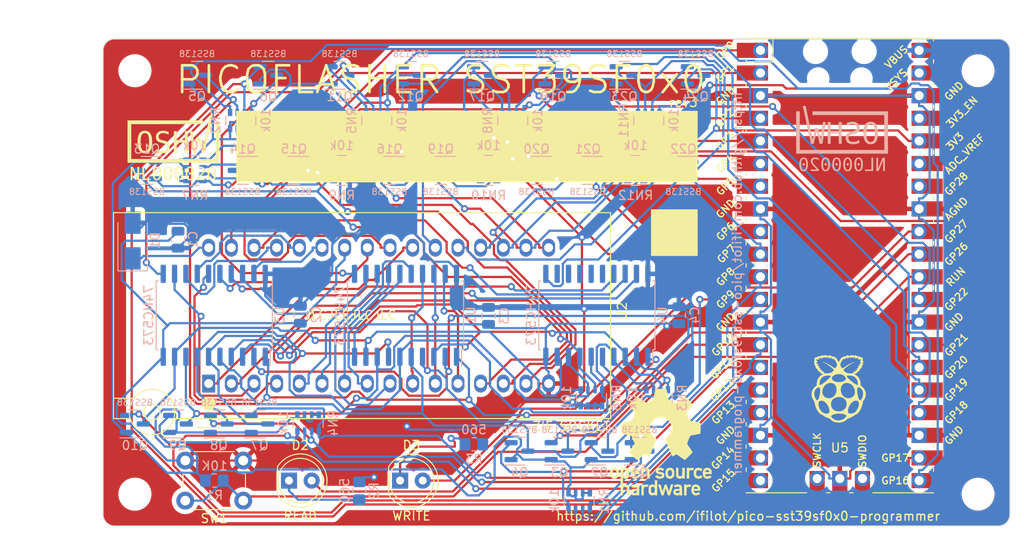
<source format=kicad_pcb>
(kicad_pcb (version 20221018) (generator pcbnew)
  (title_block (title "PICO SST39SF0x0 Programmer") (date "2024-03-08") (rev "2"))
  (layers (0 "F.Cu" signal) (31 "B.Cu" signal) (34 "B.Paste" user) (35 "F.Paste" user) (36 "B.SilkS" user "B.Silkscreen") (37 "F.SilkS" user "F.Silkscreen") (38 "B.Mask" user) (39 "F.Mask" user) (44 "Edge.Cuts" user))
  (net 0 "")
  (net 1 "+3V3")
  (net 2 "LP0")
  (net 3 "P0")
  (net 4 "LP1")
  (net 5 "P1")
  (net 6 "LP2")
  (net 7 "P2")
  (net 8 "LP3")
  (net 9 "P3")
  (net 10 "~{LROE}")
  (net 11 "~{ROE}")
  (net 12 "LALS")
  (net 13 "ALS")
  (net 14 "LP4")
  (net 15 "P4")
  (net 16 "LP5")
  (net 17 "P5")
  (net 18 "LP6")
  (net 19 "P6")
  (net 20 "LP7")
  (net 21 "P7")
  (net 22 "LAHS")
  (net 23 "AHS")
  (net 24 "~{LPGM}")
  (net 25 "~{PGM}")
  (net 26 "LD0")
  (net 27 "D0")
  (net 28 "LD1")
  (net 29 "D1")
  (net 30 "LD2")
  (net 31 "D2")
  (net 32 "LD3")
  (net 33 "D3")
  (net 34 "~{LCE}")
  (net 35 "~{CE}")
  (net 36 "~{LOE}")
  (net 37 "~{OE}")
  (net 38 "LD4")
  (net 39 "D4")
  (net 40 "LD5")
  (net 41 "D5")
  (net 42 "LD6")
  (net 43 "D6")
  (net 44 "LD7")
  (net 45 "D7")
  (net 46 "LAUS")
  (net 47 "AUS")
  (net 48 "RUN")
  (net 49 "GND")
  (net 50 "A7")
  (net 51 "A6")
  (net 52 "A5")
  (net 53 "A4")
  (net 54 "A3")
  (net 55 "A2")
  (net 56 "A1")
  (net 57 "A0")
  (net 58 "A18")
  (net 59 "A16")
  (net 60 "A15")
  (net 61 "A12")
  (net 62 "A10")
  (net 63 "A11")
  (net 64 "A9")
  (net 65 "A8")
  (net 66 "A13")
  (net 67 "A14")
  (net 68 "A17")
  (net 69 "Net-(D1-K)")
  (net 70 "GPIO26_3v3")
  (net 71 "GPIO27_3v3")
  (net 72 "Net-(D2-K)")
  (net 73 "Net-(D3-K)")
  (net 74 "unconnected-(Q24-S-Pad2)")
  (net 75 "unconnected-(Q24-D-Pad3)")
  (net 81 "+5V")
  (footprint "MCU_RaspberryPi_and_Boards:RPi_Pico_SMD_TH" (layer "F.Cu") (at 107.95 46.99)
    (fp_text reference "U5")
    (fp_text value "Pico")
  )
  (footprint "Socket:DIP_Socket-32_W11.9_W12.7_W15.24_W17.78_W18.5_3M_232-1285-00-0602J" (layer "F.Cu") (at 37.22 60.2325 90)
    (fp_text reference "U2")
    (fp_text value "ZIF SOCKET")
  )
  (footprint "Button_Switch_THT:SW_PUSH_6mm" (layer "F.Cu") (at 41.096 73.37 180)
    (fp_text reference "SW1")
    (fp_text value "SW_Push")
  )
  (footprint "components:raspberry_pi_logo" (layer "F.Cu") (at 107.822945 60.479084)
    (fp_text reference "G4")
    (fp_text value "LOGO" hide)
  )
  (footprint "MountingHole:MountingHole_3.2mm_M3" (layer "F.Cu") (at 28.956 72.644)
    (fp_text reference "H2")
    (fp_text value "MountingHole")
  )
  (footprint "LED_THT:LED_D5.0mm" (layer "F.Cu") (at 46.223 71.12)
    (fp_text reference "D2")
    (fp_text value "READ")
  )
  (footprint "MountingHole:MountingHole_3.2mm_M3" (layer "F.Cu") (at 123.444 72.644)
    (fp_text reference "H3")
    (fp_text value "MountingHole")
  )
  (footprint "MountingHole:MountingHole_3.2mm_M3" (layer "F.Cu") (at 28.956 25.146)
    (fp_text reference "H1")
    (fp_text value "MountingHole")
  )
  (footprint "components:oshw_certificate_stacked" (layer "F.Cu") (at 33.274 33.782)
    (fp_text reference "G1")
    (fp_text value "LOGO" hide)
  )
  (footprint "LED_THT:LED_D5.0mm" (layer "F.Cu") (at 58.674 71.12)
    (fp_text reference "D3")
    (fp_text value "WRITE")
  )
  (footprint "MountingHole:MountingHole_3.2mm_M3" (layer "F.Cu") (at 123.444 25.146)
    (fp_text reference "H4")
    (fp_text value "MountingHole")
  )
  (footprint "Symbol:OSHW-Logo_11.4x12mm_SilkScreen" (layer "F.Cu") (at 87.884 66.802)
    (fp_text reference "G1" hide)
    (fp_text value "Logo_Open_Hardware_Small" hide)
  )
  (footprint "Package_TO_SOT_SMD:SOT-23" (layer "B.Cu") (at 79.695 36.322 180)
    (fp_text reference "Q21")
    (fp_text value "BSS138")
  )
  (footprint "Package_TO_SOT_SMD:SOT-23" (layer "B.Cu") (at 43.9057 25.654)
    (fp_text reference "Q6")
    (fp_text value "BSS138")
  )
  (footprint "Package_TO_SOT_SMD:SOT-23" (layer "B.Cu") (at 59.8714 25.654)
    (fp_text reference "Q12")
    (fp_text value "BSS138")
  )
  (footprint "Package_TO_SOT_SMD:SOT-23" (layer "B.Cu") (at 72.0513 67.818)
    (fp_text reference "Q4")
    (fp_text value "BSS138")
  )
  (footprint "Resistor_SMD:R_Array_Convex_4x0603" (layer "B.Cu") (at 80.118 61.838 90)
    (fp_text reference "RN6")
    (fp_text value "10k")
  )
  (footprint "Capacitor_SMD:C_0805_2012Metric" (layer "B.Cu") (at 89.916 52.578 -90)
    (fp_text reference "C4")
    (fp_text value ".1uF")
  )
  (footprint "Resistor_SMD:R_0805_2012Metric_Pad1.20x1.40mm_HandSolder" (layer "B.Cu") (at 37.862 71.12)
    (fp_text reference "R1")
    (fp_text value "10K")
  )
  (footprint "Package_TO_SOT_SMD:SOT-23" (layer "B.Cu") (at 35.9229 25.654)
    (fp_text reference "Q5")
    (fp_text value "BSS138")
  )
  (footprint "Resistor_SMD:R_Array_Convex_4x0603" (layer "B.Cu") (at 56.0615 30.734 -90)
    (fp_text reference "RN5")
    (fp_text value "10k")
  )
  (footprint "Package_TO_SOT_SMD:SOT-23" (layer "B.Cu") (at 46.768 36.322 180)
    (fp_text reference "Q15")
    (fp_text value "BSS138")
  )
  (footprint "Capacitor_SMD:C_0805_2012Metric" (layer "B.Cu") (at 68.58 52.644 -90)
    (fp_text reference "C3")
    (fp_text value ".1uF")
  )
  (footprint "Diode_SMD:D_SMA" (layer "B.Cu") (at 28.702 44.196 90)
    (fp_text reference "D1")
    (fp_text value "M7")
  )
  (footprint "Resistor_SMD:R_Array_Convex_4x0603" (layer "B.Cu") (at 68.596 36.322)
    (fp_text reference "RN10")
    (fp_text value "10k")
  )
  (footprint "Package_TO_SOT_SMD:SOT-23" (layer "B.Cu") (at 75.8372 25.654)
    (fp_text reference "Q18")
    (fp_text value "BSS138")
  )
  (footprint "Resistor_SMD:R_Array_Convex_4x0603" (layer "B.Cu") (at 52.1325 36.322)
    (fp_text reference "RN9")
    (fp_text value "10k")
  )
  (footprint "Package_TO_SOT_SMD:SOT-23" (layer "B.Cu") (at 81.026 67.818)
    (fp_text reference "Q2")
    (fp_text value "BSS138")
  )
  (footprint "Package_TO_SOT_SMD:SOT-23" (layer "B.Cu") (at 41.0335 36.322 180)
    (fp_text reference "Q14")
    (fp_text value "BSS138")
  )
  (footprint "Package_TO_SOT_SMD:SOT-23" (layer "B.Cu") (at 63.2315 36.322 180)
    (fp_text reference "Q19")
    (fp_text value "BSS138")
  )
  (footprint "Resistor_SMD:R_0805_2012Metric_Pad1.20x1.40mm_HandSolder" (layer "B.Cu") (at 66.945 67.056)
    (fp_text reference "R3")
    (fp_text value "560")
  )
  (footprint "Package_TO_SOT_SMD:SOT-23" (layer "B.Cu") (at 85.5133 67.818)
    (fp_text reference "Q1")
    (fp_text value "BSS138")
  )
  (footprint "Resistor_SMD:R_Array_Convex_4x0603" (layer "B.Cu") (at 40.8215 30.734 -90)
    (fp_text reference "RN2")
    (fp_text value "10k")
  )
  (footprint "Resistor_SMD:R_Array_Convex_4x0603" (layer "B.Cu") (at 78.74 73.406 90)
    (fp_text reference "RN1")
    (fp_text value "10k")
  )
  (footprint "Package_TO_SOT_SMD:SOT-23" (layer "B.Cu") (at 33.782 64.77)
    (fp_text reference "Q9")
    (fp_text value "BSS138")
  )
  (footprint "Package_SO:SOIC-20W_7.5x12.8mm_P1.27mm" (layer "B.Cu") (at 80.7212 52.578 90)
    (fp_text reference "U4")
    (fp_text value "74HC573")
  )
  (footprint "Package_TO_SOT_SMD:SOT-23" (layer "B.Cu") (at 90.424 36.322 180)
    (fp_text reference "Q22")
    (fp_text value "BSS138")
  )
  (footprint "Package_TO_SOT_SMD:SOT-23" (layer "B.Cu") (at 83.82 25.654)
    (fp_text reference "Q23")
    (fp_text value "BSS138")
  )
  (footprint "Capacitor_SMD:C_0805_2012Metric" (layer "B.Cu") (at 33.782 44.0925 90)
    (fp_text reference "C1")
    (fp_text value ".1uF")
  )
  (footprint "components:oshw_certificate_stacked" (layer "B.Cu") (at 108.204 32.766 180)
    (fp_text reference "G1")
    (fp_text value "LOGO" hide)
  )
  (footprint "Resistor_SMD:R_Array_Convex_4x0603" (layer "B.Cu") (at 35.669 36.322)
    (fp_text reference "RN7")
    (fp_text value "10k")
  )
  (footprint "Package_SO:SOIC-20W_7.5x12.8mm_P1.27mm" (layer "B.Cu") (at 37.846 52.578 90)
    (fp_text reference "U3")
    (fp_text value "74HC573")
  )
  (footprint "Capacitor_SMD:C_0805_2012Metric" (layer "B.Cu") (at 47.498 52.512 -90)
    (fp_text reference "C2")
    (fp_text value ".1uF")
  )
  (footprint "Package_TO_SOT_SMD:SOT-23" (layer "B.Cu") (at 28.956 64.77)
    (fp_text reference "Q10")
    (fp_text value "BSS138")
  )
  (footprint "Package_TO_SOT_SMD:SOT-23" (layer "B.Cu") (at 91.8029 25.654)
    (fp_text reference "Q24")
    (fp_text value "BSS138")
  )
  (footprint "Package_TO_SOT_SMD:SOT-23" (layer "B.Cu") (at 67.8543 25.654)
    (fp_text reference "Q17")
    (fp_text value "BSS138")
  )
  (footprint "Package_TO_SOT_SMD:SOT-23" (layer "B.Cu") (at 30.3045 36.322 180)
    (fp_text reference "Q13")
    (fp_text value "BSS138")
  )
  (footprint "Resistor_SMD:R_Array_Convex_4x0603" (layer "B.Cu") (at 71.3015 30.734 -90)
    (fp_text reference "RN8")
    (fp_text value "10k")
  )
  (footprint "Package_TO_SOT_SMD:SOT-23" (layer "B.Cu") (at 76.5387 67.818)
    (fp_text reference "Q3")
    (fp_text value "BSS138")
  )
  (footprint "Package_TO_SOT_SMD:SOT-23" (layer "B.Cu") (at 51.8886 25.654)
    (fp_text reference "Q11")
    (fp_text value "BSS138")
  )
  (footprint "Package_TO_SOT_SMD:SOT-23" (layer "B.Cu") (at 57.497 36.322 180)
    (fp_text reference "Q16")
    (fp_text value "BSS138")
  )
  (footprint "Resistor_SMD:R_Array_Convex_4x0603" (layer "B.Cu") (at 85.0595 36.322)
    (fp_text reference "RN12")
    (fp_text value "10k")
  )
  (footprint "Resistor_SMD:R_0805_2012Metric_Pad1.20x1.40mm_HandSolder" (layer "B.Cu") (at 54.102 72.263 90)
    (fp_text reference "R2")
    (fp_text value "560")
  )
  (footprint "Package_TO_SOT_SMD:SOT-23" (layer "B.Cu") (at 42.926 64.77)
    (fp_text reference "Q7")
    (fp_text value "BSS138")
  )
  (footprint "Package_SO:SOIC-20W_7.5x12.8mm_P1.27mm" (layer "B.Cu") (at 59.2836 52.578 90)
    (fp_text reference "U1")
    (fp_text value "74HC573")
  )
  (footprint "Resistor_SMD:R_Array_Convex_4x0603" (layer "B.Cu") (at 86.5415 30.734 -90)
    (fp_text reference "RN11")
    (fp_text value "10k")
  )
  (footprint "Resistor_SMD:R_Array_Convex_4x0603" (layer "B.Cu") (at 48.368 64.654 90)
    (fp_text reference "RN4")
    (fp_text value "10k")
  )
  (footprint "Package_TO_SOT_SMD:SOT-23" (layer "B.Cu") (at 73.9605 36.322 180)
    (fp_text reference "Q20")
    (fp_text value "BSS138")
  )
  (footprint "Resistor_SMD:R_Array_Convex_4x0603" (layer "B.Cu") (at 87.484 61.838 90)
    (fp_text reference "RN3")
    (fp_text value "10k")
  )
  (footprint "Package_TO_SOT_SMD:SOT-23" (layer "B.Cu") (at 38.354 64.77)
    (fp_text reference "Q8")
    (fp_text value "BSS138")
  )
  (gr_circle (center 37.211 62.484) (end 37.92942 62.484) (stroke (width 0.15)) (fill solid) (layer "F.SilkS"))
  (gr_rect (start 40.386 29.718) (end 91.948 37.592) (stroke (width 0.15)) (fill solid) (layer "F.SilkS"))
  (gr_rect (start 86.868 40.767) (end 91.948 45.847) (stroke (width 0.15)) (fill solid) (layer "F.SilkS"))
  (gr_line (start 127 22.86) (end 127 74.93) (stroke (width 0.1)) (layer "Edge.Cuts"))
  (gr_arc (start 125.73 21.59) (mid 126.628026 21.961974) (end 127 22.86) (stroke (width 0.1)) (layer "Edge.Cuts"))
  (gr_arc (start 26.67 76.2) (mid 25.771974 75.828026) (end 25.4 74.93) (stroke (width 0.1)) (layer "Edge.Cuts"))
  (gr_line (start 125.73 76.2) (end 26.67 76.2) (stroke (width 0.1)) (layer "Edge.Cuts"))
  (gr_line (start 25.4 74.93) (end 25.4 22.86) (stroke (width 0.1)) (layer "Edge.Cuts"))
  (gr_arc (start 127 74.93) (mid 126.628026 75.828026) (end 125.73 76.2) (stroke (width 0.1)) (layer "Edge.Cuts"))
  (gr_arc (start 25.4 22.86) (mid 25.771974 21.961974) (end 26.67 21.59) (stroke (width 0.1)) (layer "Edge.Cuts"))
  (gr_line (start 26.67 21.59) (end 125.73 21.59) (stroke (width 0.1)) (layer "Edge.Cuts"))
  (gr_text "https://github.com/ifilot/pico-sst39sf0x0-programmer" (at 97.028 27.432 90) (layer "B.SilkS") (effects (font (size 1 1)) (justify left bottom mirror)))
  (gr_text "JLCJLCJLCJLC" (at 53.086 52.578) (layer "F.SilkS") (effects (font (size 1 1))))
  (gr_text "rev3" (at 90.424 28.702) (layer "F.SilkS") (effects (font (size 1 1))))
  (gr_text "https://github.com/ifilot/pico-sst39sf0x0-programmer" (at 76.073 75.692) (layer "F.SilkS") (effects (font (size 1 1)) (justify left bottom)))
  (gr_text "PICOFLASHER SST39SF0x0" (at 63.246 26.162) (layer "F.SilkS") (effects (font (size 3 3) (thickness 0.3))))
  (segment (start 116.84 33.02) (end 115.6647 33.02) (width 0.25) (layer "F.Cu") (net 1))
  (segment (start 94.3685 31.8447) (end 94.1263 31.6025) (width 0.25) (layer "F.Cu") (net 1))
  (segment (start 114.4894 31.8447) (end 94.3685 31.8447) (width 0.25) (layer "F.Cu") (net 1))
  (segment (start 115.6647 33.02) (end 114.4894 31.8447) (width 0.25) (layer "F.Cu") (net 1))
  (via (at 94.1263 31.6025) (size 0.8) (drill 0.4) (layers "F.Cu" "B.Cu") (net 1))
  (segment (start 49.568 63.754) (end 48.768 63.754) (width 0.25) (layer "B.Cu") (net 1))
  (segment (start 33.9235 63.4788) (end 33.5891 63.1444) (width 0.25) (layer "B.Cu") (net 1))
  (segment (start 73.0002 30.9087) (end 77.8382 26.0707) (width 0.25) (layer "B.Cu") (net 1))
  (segment (start 34.4064 36.722) (end 34.0437 37.0847) (width 0.25) (layer "B.Cu") (net 1))
  (segment (start 85.3415 31.634) (end 85.3415 30.9087) (width 0.25) (layer "B.Cu") (net 1))
  (segment (start 77.8382 25.2759) (end 77.5733 25.011) (width 0.25) (layer "B.Cu") (net 1))
  (segment (start 46.468 64.1166) (end 47.168 64.1166) (width 0.25) (layer "B.Cu") (net 1))
  (segment (start 35.9353 68.3163) (end 35.9353 70.2438) (width 0.25) (layer "B.Cu") (net 1))
  (segment (start 57.3202 30.9087) (end 56.4615 30.9087) (width 0.25) (layer "B.Cu") (net 1))
  (segment (start 71.7884 68.0934) (end 71.1138 68.768) (width 0.25) (layer "B.Cu") (net 1))
  (segment (start 44.0605 25.0242) (end 45.7059 25.0242) (width 0.25) (layer "B.Cu") (net 1))
  (segment (start 84.3908 68.953) (end 84.5758 68.768) (width 0.25) (layer "B.Cu") (net 1))
  (segment (start 82.3492 26.0707) (end 77.8382 26.0707) (width 0.25) (layer "B.Cu") (net 1))
  (segment (start 79.94 72.506) (end 79.14 72.506) (width 0.25) (layer "B.Cu") (net 1))
  (segment (start 77.7651 71.5556) (end 77.54 71.7807) (width 0.25) (layer "B.Cu") (net 1))
  (segment (start 71.7015 31.634) (end 71.7015 30.9087) (width 0.25) (layer "B.Cu") (net 1))
  (segment (start 77.54 72.506) (end 77.54 71.7807) (width 0.25) (layer "B.Cu") (net 1))
  (segment (start 41.2215 31.634) (end 41.2215 30.9087) (width 0.25) (layer "B.Cu") (net 1))
  (segment (start 78.34 72.8686) (end 77.9026 72.8686) (width 0.25) (layer "B.Cu") (net 1))
  (segment (start 34.769 35.122) (end 35.4943 35.122) (width 0.25) (layer "B.Cu") (net 1))
  (segment (start 70.1015 30.9087) (end 70.0478 30.9087) (width 0.25) (layer "B.Cu") (net 1))
  (segment (start 26.4752 64.3537) (end 26.4752 37.784) (width 0.25) (layer "B.Cu") (net 1))
  (segment (start 32.1063 63.1444) (end 31.2797 63.971) (width 0.25) (layer "B.Cu") (net 1))
  (segment (start 37.6961 32.8295) (end 37.6961 29.3147) (width 0.25) (layer "B.Cu") (net 1))
  (segment (start 32.8445 65.72) (end 33.6265 65.72) (width 0.25) (layer "B.Cu") (net 1))
  (segment (start 34.769 35.122) (end 34.0437 35.122) (width 0.25) (layer "B.Cu") (net 1))
  (segment (start 75.6012 68.768) (end 75.8016 68.9684) (width 0.25) (layer "B.Cu") (net 1))
  (segment (start 67.696 35.122) (end 69.4144 33.4036) (width 0.25) (layer "B.Cu") (net 1))
  (segment (start 28.8872 35.372) (end 31.242 35.372) (width 0.25) (layer "B.Cu") (net 1))
  (segment (start 71.7015 30.9087) (end 70.1015 30.9087) (width 0.25) (layer "B.Cu") (net 1))
  (segment (start 59.9776 37.152) (end 59.1843 37.9453) (width 0.25) (layer "B.Cu") (net 1))
  (segment (start 54.8261 30.9148) (end 54.8615 30.9148) (width 0.25) (layer "B.Cu") (net 1))
  (segment (start 35.9353 70.2438) (end 32.5423 70.2438) (width 0.25) (layer "B.Cu") (net 1))
  (segment (start 66.9707 35.8176) (end 66.9707 35.372) (width 0.25) (layer "B.Cu") (net 1))
  (segment (start 36.8115 71.12) (end 36.862 71.12) (width 0.25) (layer "B.Cu") (net 1))
  (segment (start 93.5624 24.9896) (end 94.1263 25.5535) (width 0.25) (layer "B.Cu") (net 1))
  (segment (start 46.3876 26.604) (end 42.0829 30.9087) (width 0.25) (layer "B.Cu") (net 1))
  (segment (start 70.1015 31.634) (end 70.1015 32.3593) (width 0.25) (layer "B.Cu") (net 1))
  (segment (start 66.9707 35.372) (end 66.9707 35.122) (width 0.25) (layer "B.Cu") (net 1))
  (segment (start 85.3415 30.9087) (end 86.9415 30.9087) (width 0.25) (layer "B.Cu") (net 1))
  (segment (start 76.0052 25.011) (end 76.0052 24.3128) (width 0.25) (layer "B.Cu") (net 1))
  (segment (start 70.1015 31.2713) (end 70.1015 31.634) (width 0.25) (layer "B.Cu") (net 1))
  (segment (start 62.6911 26.604) (end 58.9339 26.604) (width 0.25) (layer "B.Cu") (net 1))
  (segment (start 34.769 37.522) (end 34.0437 37.522) (width 0.25) (layer "B.Cu") (net 1))
  (segment (start 57.337 36.957) (end 58.4345 35.8595) (width 0.25) (layer "B.Cu") (net 1))
  (segment (start 70.0478 30.9087) (end 66.9168 27.7777) (width 0.25) (layer "B.Cu") (net 1))
  (segment (start 47.968 64.1166) (end 47.168 64.1166) (width 0.25) (layer "B.Cu") (net 1))
  (segment (start 77.8382 26.0707) (end 77.8382 25.2759) (width 0.25) (layer "B.Cu") (net 1))
  (segment (start 35.4943 35.0313) (end 35.4943 35.122) (width 0.25) (layer "B.Cu") (net 1))
  (segment (start 37.9549 70.0271) (end 40.3157 70.0271) (width 0.25) (layer "B.Cu") (net 1))
  (segment (start 33.6265 65.72) (end 33.6265 64.4486) (width 0.25) (layer "B.Cu") (net 1))
  (segment (start 54.8615 31.634) (end 54.8615 30.9148) (width 0.25) (layer "B.Cu") (net 1))
  (segment (start 31.2797 63.971) (end 31.2797 66.2568) (width 0.25) (layer "B.Cu") (net 1))
  (segment (start 47.968 63.754) (end 47.968 63.9353) (width 0.25) (layer "B.Cu") (net 1))
  (segment (start 80.6325 35.372) (end 74.898 35.372) (width 0.25) (layer "B.Cu") (net 1))
  (segment (start 32.5423 70.2438) (end 28.0185 65.72) (width 0.25) (layer "B.Cu") (net 1))
  (segment (start 41.2215 30.9087) (end 39.6215 30.9087) (width 0.25) (layer "B.Cu") (net 1))
  (segment (start 42.9682 26.1165) (end 44.0605 25.0242) (width 0.25) (layer "B.Cu") (net 1))
  (segment (start 91.9904 24.9896) (end 93.5624 24.9896) (width 0.25) (layer "B.Cu") (net 1))
  (segment (start 45.7059 25.0242) (end 46.3876 25.7059) (width 0.25) (layer "B.Cu") (net 1))
  (segment (start 33.6265 64.4486) (end 33.9235 64.1516) (width 0.25) (layer "B.Cu") (net 1))
  (segment (start 34.769 35.922) (end 34.4064 35.922) (width 0.25) (layer "B.Cu") (net 1))
  (segment (start 39.6215 31.634) (end 39.6215 32.3593) (width 0.25) (layer "B.Cu") (net 1))
  (segment (start 70.1015 32.3593) (end 69.9024 32.5584) (width 0.25) (layer "B.Cu") (net 1))
  (segment (start 82.8825 28.5217) (end 85.2695 30.9087) (width 0.25) (layer "B.Cu") (net 1))
  (segment (start 58.9339 26.604) (end 58.9339 29.295) (width 0.25) (layer "B.Cu") (net 1))
  (segment (start 65.6819 23.6132) (end 62.6911 26.604) (width 0.25) (layer "B.Cu") (net 1))
  (segment (start 50.9511 27.0398) (end 54.8261 30.9148) (width 0.25) (layer "B.Cu") (net 1))
  (segment (start 67.3334 35.922) (end 67.0751 35.922) (width 0.25) (layer "B.Cu") (net 1))
  (segment (start 77.7651 69.6354) (end 77.7651 71.5556) (width 0.25) (layer "B.Cu") (net 1))
  (segment (start 34.4064 35.922) (end 34.4064 36.722) (width 0.25) (layer "B.Cu") (net 1))
  (segment (start 39.6215 32.8295) (end 58.4967 32.8295) (width 0.25) (layer "B.Cu") (net 1))
  (segment (start 46.3876 25.7059) (end 46.3876 26.604) (width 0.25) (layer "B.Cu") (net 1))
  (segment (start 35.9353 70.2438) (end 36.8115 71.12) (width 0.25) (layer "B.Cu") (net 1))
  (segment (start 37.6961 29.3147) (end 34.9854 26.604) (width 0.25) (layer "B.Cu") (net 1))
  (segment (start 69.4144 33.4036) (end 69.76 33.4036) (width 0.25) (layer "B.Cu") (net 1))
  (segment (start 73.3799 33.8539) (end 74.898 35.372) (width 0.25) (layer "B.Cu") (net 1))
  (segment (start 47.168 63.754) (end 47.168 64.1166) (width 0.25) (layer "B.Cu") (net 1))
  (segment (start 59.1843 37.9453) (end 57.6693 37.9453) (width 0.25) (layer "B.Cu") (net 1))
  (segment (start 34.0437 35.122) (end 34.0437 35.372) (width 0.25) (layer "B.Cu") (net 1))
  (segment (start 26.4752 37.784) (end 28.8872 35.372) (width 0.25) (layer "B.Cu") (net 1))
  (segment (start 48.3759 64.4793) (end 48.768 64.4793) (width 0.25) (layer "B.Cu") (net 1))
  (segment (start 90.8654 26.604) (end 90.8654 26.1146) (width 0.25) (layer "B.Cu") (net 1))
  (segment (start 85.2695 30.9087) (end 85.3415 30.9087) (width 0.25) (layer "B.Cu") (net 1))
  (segment (start 67.696 36.722) (end 67.3334 36.722) (width 0.25) (layer "B.Cu") (net 1))
  (segment (start 81.9594 34.0451) (end 91.3615 34.0451) (width 0.25) (layer "B.Cu") (net 1))
  (segment (start 75.3056 23.6132) (end 65.6819 23.6132) (width 0.25) (layer "B.Cu") (net 1))
  (segment (start 72.463 68.768) (end 75.6012 68.768) (width 0.25) (layer "B.Cu") (net 1))
  (segment (start 58.4345 35.372) (end 57.1252 34.0627) (width 0.25) (layer "B.Cu") (net 1))
  (segment (start 78.34 72.506) (end 78.34 72.8686) (width 0.25) (layer "B.Cu") (net 1))
  (segment (start 91.3615 34.0451) (end 91.3615 35.372) (width 0.25) (layer "B.Cu") (net 1))
  (segment (start 67.696 35.922) (end 67.3334 35.922) (width 0.25) (layer "B.Cu") (net 1))
  (segment (start 57.337 37.613) (end 57.337 36.957) (width 0.25) (layer "B.Cu") (net 1))
  (segment (start 57.1252 34.0627) (end 49.0148 34.0627) (width 0.25) (layer "B.Cu") (net 1))
  (segment (start 90.8654 26.1146) (end 91.9904 24.9896) (width 0.25) (layer "B.Cu") (net 1))
  (segment (start 39.6215 32.8295) (end 39.6215 32.3593) (width 0.25) (layer "B.Cu") (net 1))
  (segment (start 77.0981 68.9684) (end 77.7651 69.6354) (width 0.25) (layer "B.Cu") (net 1))
  (segment (start 34.0437 35.5593) (end 34.4064 35.922) (width 0.25) (layer "B.Cu") (net 1))
  (segment (start 72.2113 66.527) (end 72.2113 67.183) (width 0.25) (layer "B.Cu") (net 1))
  (segment (start 67.696 35.122) (end 66.9707 35.122) (width 0.25) (layer "B.Cu") (net 1))
  (segment (start 74.8997 26.1165) (end 74.8997 26.604) (width 0.25) (layer "B.Cu") (net 1))
  (segment (start 76.0052 25.011) (end 74.8997 26.1165) (width 0.25) (layer "B.Cu") (net 1))
  (segment (start 78.34 72.8686) (end 78.34 73.2313) (width 0.25) (layer "B.Cu") (net 1))
  (segment (start 77.9026 72.8686) (end 77.54 72.506) (width 0.25) (layer "B.Cu") (net 1))
  (segment (start 69.9024 32.5584) (end 69.9024 33.2612) (width 0.25) (layer "B.Cu") (net 1))
  (segment (start 36.862 71.12) (end 37.9549 70.0271) (width 0.25) (layer "B.Cu") (net 1))
  (segment (start 71.7884 68.0934) (end 72.463 68.768) (width 0.25) (layer "B.Cu") (net 1))
  (segment (start 67.4842 72.781) (end 69.2659 70.9993) (width 0.25) (layer "B.Cu") (net 1))
  (segment (start 80.0885 68.768) (end 80.2735 68.953) (width 0.25) (layer "B.Cu") (net 1))
  (segment (start 67.0751 35.922) (end 66.9707 35.8176) (width 0.25) (layer "B.Cu") (net 1))
  (segment (start 58.9339 29.295) (end 57.3202 30.9087) (width 0.25) (layer "B.Cu") (net 1))
  (segment (start 69.2659 67.3003) (end 70.3681 66.1981) (width 0.25) (layer "B.Cu") (net 1))
  (segment (start 33.5891 63.1444) (end 32.1063 63.1444) (width 0.25) (layer "B.Cu") (net 1))
  (segment (start 47.968 63.9353) (end 47.968 64.1166) (width 0.25) (layer "B.Cu") (net 1))
  (segment (start 66.9707 35.372) (end 64.169 35.372) (width 0.25) (layer "B.Cu") (net 1))
  (segment (start 71.7015 30.9087) (end 73.0002 30.9087) (width 0.25) (layer "B.Cu") (net 1))
  (segment (start 46.3876 26.604) (end 50.9511 26.604) (width 0.25) (layer "B.Cu") (net 1))
  (segment (start 70.4065 33.8539) (end 73.3799 33.8539) (width 0.25) (layer "B.Cu") (net 1))
  (segment (start 33.9235 64.1516) (end 33.9235 63.4788) (width 0.25) (layer "B.Cu") (net 1))
  (segment (start 94.1263 25.5535) (end 94.1263 31.6025) (width 0.25) (layer "B.Cu") (net 1))
  (segment (start 80.2735 68.953) (end 84.3908 68.953) (width 0.25) (layer "B.Cu") (net 1))
  (segment (start 82.8825 26.604) (end 82.3492 26.0707) (width 0.25) (layer "B.Cu") (net 1))
  (segment (start 79.14 72.506) (end 79.14 73.2313) (width 0.25) (layer "B.Cu") (net 1))
  (segment (start 91.6837 34.0451) (end 91.3615 34.0451) (width 0.25) (layer "B.Cu") (net 1))
  (segment (start 66.9168 27.7777) (end 66.9168 26.604) (width 0.25) (layer "B.Cu") (net 1))
  (segment (start 66.2446 72.781) (end 67.4842 72.781) (width 0.25) (layer "B.Cu") (net 1))
  (segment (start 56.4615 31.634) (end 56.4615 30.9087) (width 0.25) (layer "B.Cu") (net 1))
  (segment (start 58.4967 32.8295) (end 59.9776 34.3104) (width 0.25) (layer "B.Cu") (net 1))
  (segment (start 47.968 63.9353) (end 47.968 64.0714) (width 0.25) (layer "B.Cu") (net 1))
  (segment (start 44.8646 65.72) (end 46.468 64.1166) (width 0.25) (layer "B.Cu") (net 1))
  (segment (start 32.3371 67.3142) (end 34.9332 67.3142) (width 0.25) (layer "B.Cu") (net 1))
  (segment (start 77.7651 69.6354) (end 79.2211 69.6354) (width 0.25) (layer "B.Cu") (net 1))
  (segment (start 72.2113 67.183) (end 71.7884 67.6059) (width 0.25) (layer "B.Cu") (net 1))
  (segment (start 70.1015 31.2713) (end 70.1015 30.9087) (width 0.25) (layer "B.Cu") (net 1))
  (segment (start 67.3334 36.722) (end 66.9707 37.0847) (width 0.25) (layer "B.Cu") (net 1))
  (segment (start 48.768 63.754) (end 48.768 64.4793) (width 0.25) (layer "B.Cu") (net 1))
  (segment (start 54.8615 30.9148) (end 54.8676 30.9087) (width 0.25) (layer "B.Cu") (net 1))
  (segment (start 58.4345 35.8595) (end 58.4345 35.372) (width 0.25) (layer "B.Cu") (net 1))
  (segment (start 77.5733 25.011) (end 76.0052 25.011) (width 0.25) (layer "B.Cu") (net 1))
  (segment (start 41.971 35.372) (end 47.7055 35.372) (width 0.25) (layer "B.Cu") (net 1))
  (segment (start 40.3157 70.0271) (end 40.5008 70.2122) (width 0.25) (layer "B.Cu") (net 1))
  (segment (start 34.9332 67.3142) (end 35.9353 68.3163) (width 0.25) (layer "B.Cu") (net 1))
  (segment (start 94.1263 31.6025) (end 91.6837 34.0451) (width 0.25) (layer "B.Cu") (net 1))
  (segment (start 59.9776 34.3104) (end 59.9776 37.152) (width 0.25) (layer "B.Cu") (net 1))
  (segment (start 42.0829 30.9087) (end 41.2215 30.9087) (width 0.25) (layer "B.Cu") (net 1))
  (segment (start 34.769 36.722) (end 34.4064 36.722) (width 0.25) (layer "B.Cu") (net 1))
  (segment (start 34.0437 37.0847) (end 34.0437 37.522) (width 0.25) (layer "B.Cu") (net 1))
  (segment (start 67.3334 35.922) (end 67.3334 36.722) (width 0.25) (layer "B.Cu") (net 1))
  (segment (start 39.6215 32.8295) (end 37.6961 32.8295) (width 0.25) (layer "B.Cu") (net 1))
  (segment (start 86.9415 31.634) (end 86.9415 30.9087) (width 0.25) (layer "B.Cu") (net 1))
  (segment (start 42.4506 69.8654) (end 63.329 69.8654) (width 0.25) (layer "B.Cu") (net 1))
  (segment (start 79.2211 69.6354) (end 80.0885 68.768) (width 0.25) (layer "B.Cu") (net 1))
  (segment (start 37.4165 65.72) (end 41.9885 65.72) (width 0.25) (layer "B.Cu") (net 1))
  (segment (start 50.9511 26.604) (end 50.9511 27.0398) (width 0.25) (layer "B.Cu") (net 1))
  (segment (start 71.8824 66.1981) (end 72.2113 66.527) (width 0.25) (layer "B.Cu") (net 1))
  (segment (start 63.329 69.8654) (end 66.2446 72.781) (width 0.25) (layer "B.Cu") (net 1))
  (segment (start 31.2797 66.2568) (end 32.3371 67.3142) (width 0.25) (layer "B.Cu") (net 1))
  (segment (start 80.6325 35.372) (end 81.9594 34.0451) (width 0.25) (layer "B.Cu") (net 1))
  (segment (start 82.8825 26.604) (end 82.8825 28.5217) (width 0.25) (layer "B.Cu") (net 1))
  (segment (start 76.0052 24.3128) (end 75.3056 23.6132) (width 0.25) (layer "B.Cu") (net 1))
  (segment (start 71.7884 67.6059) (end 71.7884 68.0934) (width 0.25) (layer "B.Cu") (net 1))
  (segment (start 70.3681 66.1981) (end 71.8824 66.1981) (width 0.25) (layer "B.Cu") (net 1))
  (segment (start 39.6215 31.634) (end 39.6215 30.9087) (width 0.25) (layer "B.Cu") (net 1))
  (segment (start 27.8415 65.72) (end 26.4752 64.3537) (width 0.25) (layer "B.Cu") (net 1))
  (segment (start 41.9885 65.72) (end 44.8646 65.72) (width 0.25) (layer "B.Cu") (net 1))
  (segment (start 42.1038 70.2122) (end 42.4506 69.8654) (width 0.25) (layer "B.Cu") (net 1))
  (segment (start 69.76 33.4036) (end 69.8581 33.3055) (width 0.25) (layer "B.Cu") (net 1))
  (segment (start 67.696 37.522) (end 66.9707 37.522) (width 0.25) (layer "B.Cu") (net 1))
  (segment (start 47.968 64.0714) (end 48.3759 64.4793) (width 0.25) (layer "B.Cu") (net 1))
  (segment (start 75.8016 68.9684) (end 77.0981 68.9684) (width 0.25) (layer "B.Cu") (net 1))
  (segment (start 31.242 35.372) (end 34.0437 35.372) (width 0.25) (layer "B.Cu") (net 1))
  (segment (start 69.8581 33.3055) (end 70.4065 33.8539) (width 0.25) (layer "B.Cu") (net 1))
  (segment (start 33.6265 65.72) (end 37.4165 65.72) (width 0.25) (layer "B.Cu") (net 1))
  (segment (start 69.2659 70.9993) (end 69.2659 67.3003) (width 0.25) (layer "B.Cu") (net 1))
  (segment (start 54.8676 30.9087) (end 56.4615 30.9087) (width 0.25) (layer "B.Cu") (net 1))
  (segment (start 37.6961 32.8295) (end 35.4943 35.0313) (width 0.25) (layer "B.Cu") (net 1))
  (segment (start 66.9707 37.0847) (end 66.9707 37.522) (width 0.25) (layer "B.Cu") (net 1))
  (segment (start 79.14 73.2313) (end 78.34 73.2313) (width 0.25) (layer "B.Cu") (net 1))
  (segment (start 69.9024 33.2612) (end 69.8581 33.3055) (width 0.25) (layer "B.Cu") (net 1))
  (segment (start 28.0185 65.72) (end 27.8415 65.72) (width 0.25) (layer "B.Cu") (net 1))
  (segment (start 42.9682 26.604) (end 42.9682 26.1165) (width 0.25) (layer "B.Cu") (net 1))
  (segment (start 40.5008 70.2122) (end 42.1038 70.2122) (width 0.25) (layer "B.Cu") (net 1))
  (segment (start 49.0148 34.0627) (end 47.7055 35.372) (width 0.25) (layer "B.Cu") (net 1))
  (segment (start 34.0437 35.372) (end 34.0437 35.5593) (width 0.25) (layer "B.Cu") (net 1))
  (segment (start 57.6693 37.9453) (end 57.337 37.613) (width 0.25) (layer "B.Cu") (net 1))
  (segment (start 79.94 73.5807) (end 81.1789 73.5807) (width 0.25) (layer "B.Cu") (net 2))
  (segment (start 81.1789 73.5807) (end 85.6497 69.1099) (width 0.25) (layer "B.Cu") (net 2))
  (segment (start 85.6497 69.1099) (end 85.6497 68.4294) (width 0.25) (layer "B.Cu") (net 2))
  (segment (start 95.3531 57.8518) (end 95.3531 52.7749) (width 0.25) (layer "B.Cu") (net 2))
  (segment (start 84.5758 67.3555) (end 84.5758 66.868) (width 0.25) (layer "B.Cu") (net 2))
  (segment (start 99.06 48.26) (end 99.06 49.4353) (width 0.25) (layer "B.Cu") (net 2))
  (segment (start 84.5758 66.1632) (end 85.6487 65.0903) (width 0.25) (layer "B.Cu") (net 2))
  (segment (start 88.1146 65.0903) (end 95.3531 57.8518) (width 0.25) (layer "B.Cu") (net 2))
  (segment (start 79.94 74.306) (end 79.94 73.5807) (width 0.25) (layer "B.Cu") (net 2))
  (segment (start 98.6927 49.4353) (end 99.06 49.4353) (width 0.25) (layer "B.Cu") (net 2))
  (segment (start 85.6487 65.0903) (end 88.1146 65.0903) (width 0.25) (layer "B.Cu") (net 2))
  (segment (start 84.5758 66.868) (end 84.5758 66.1632) (width 0.25) (layer "B.Cu") (net 2))
  (segment (start 85.6497 68.4294) (end 84.5758 67.3555) (width 0.25) (layer "B.Cu") (net 2))
  (segment (start 95.3531 52.7749) (end 98.6927 49.4353) (width 0.25) (layer "B.Cu") (net 2))
  (segment (start 59.6529 61.5988) (end 58.81 60.7559) (width 0.25) (layer "F.Cu") (net 3))
  (segment (start 63.0224 61.5988) (end 59.6529 61.5988) (width 0.25) (layer "F.Cu") (net 3))
  (segment (start 63.89 59.1242) (end 63.89 60.7312) (width 0.25) (layer "F.Cu") (net 3))
  (segment (start 58.81 59.7159) (end 57.9953 58.9012) (width 0.25) (layer "F.Cu") (net 3))
  (segment (start 85.6369 62.817) (end 85.6369 66.1281) (width 0.25) (layer "F.Cu") (net 3))
  (segment (start 58.81 60.7559) (end 58.81 59.7159) (width 0.25) (layer "F.Cu") (net 3))
  (segment (start 64.1316 58.8826) (end 64.1316 53.1517) (width 0.25) (layer "F.Cu") (net 3))
  (segment (start 64.1316 53.1517) (end 64.4159 52.8674) (width 0.25) (layer "F.Cu") (net 3))
  (segment (start 63.89 60.7312) (end 63.0224 61.5988) (width 0.25) (layer "F.Cu") (net 3))
  (segment (start 88.5849 59.869) (end 85.6369 62.817) (width 0.25) (layer "F.Cu") (net 3))
  (segment (start 57.9953 58.9012) (end 43.1589 58.9012) (width 0.25) (layer "F.Cu") (net 3))
  (segment (start 64.1316 58.8826) (end 63.89 59.1242) (width 0.25) (layer "F.Cu") (net 3))
  (via (at 64.4159 52.8674) (size 0.8) (drill 0.4) (layers "F.Cu" "B.Cu") (net 3))
  (via (at 64.1316 58.8826) (size 0.8) (drill 0.4) (layers "F.Cu" "B.Cu") (net 3))
  (via (at 85.6369 66.1281) (size 0.8) (drill 0.4) (layers "F.Cu" "B.Cu") (net 3))
  (via (at 88.5849 59.869) (size 0.8) (drill 0.4) (layers "F.Cu" "B.Cu") (net 3))
  (via (at 43.1589 58.9012) (size 0.8) (drill 0.4) (layers "F.Cu" "B.Cu") (net 3))
  (segment (start 85.1662 57.228) (end 85.1662 57.7261) (width 0.25) (layer "B.Cu") (net 3))
  (segment (start 85.1662 57.7261) (end 86.0484 58.6083) (width 0.25) (layer "B.Cu") (net 3))
  (segment (start 63.7286 57.228) (end 63.7286 58.4796) (width 0.25) (layer "B.Cu") (net 3))
  (segment (start 43.1589 58.9012) (end 42.291 58.0333) (width 0.25) (layer "B.Cu") (net 3))
  (segment (start 85.6369 66.1281) (end 86.4508 66.942) (width 0.25) (layer "B.Cu") (net 3))
  (segment (start 90.5985 52.6498) (end 64.6335 52.6498) (width 0.25) (layer "B.Cu") (net 3))
  (segment (start 88.684 59.9681) (end 88.684 60.2127) (width 0.25) (layer "B.Cu") (net 3))
  (segment (start 42.291 58.0333) (end 42.291 57.228) (width 0.25) (layer "B.Cu") (net 3))
  (segment (start 86.4508 66.942) (end 86.4508 67.818) (width 0.25) (layer "B.Cu") (net 3))
  (segment (start 87.3242 58.6083) (end 90.9709 54.9616) (width 0.25) (layer "B.Cu") (net 3))
  (segment (start 63.7286 58.4796) (end 64.1316 58.8826) (width 0.25) (layer "B.Cu") (net 3))
  (segment (start 90.9709 53.0222) (end 90.5985 52.6498) (width 0.25) (layer "B.Cu") (net 3))
  (segment (start 86.0484 58.6083) (end 87.3242 58.6083) (width 0.25) (layer "B.Cu") (net 3))
  (segment (start 87.3242 58.6083) (end 88.5849 59.869) (width 0.25) (layer "B.Cu") (net 3))
  (segment (start 88.684 60.938) (end 88.684 60.2127) (width 0.25) (layer "B.Cu") (net 3))
  (segment (start 64.6335 52.6498) (end 64.4159 52.8674) (width 0.25) (layer "B.Cu") (net 3))
  (segment (start 90.9709 54.9616) (end 90.9709 53.0222) (width 0.25) (layer "B.Cu") (net 3))
  (segment (start 88.5849 59.869) (end 88.684 59.9681) (width 0.25) (layer "B.Cu") (net 3))
  (segment (start 99.06 50.8) (end 92.2562 50.8) (width 0.25) (layer "F.Cu") (net 4))
  (via (at 92.2562 50.8) (size 0.8) (drill 0.4) (layers "F.Cu" "B.Cu") (net 4))
  (segment (start 92.2562 60.2759) (end 92.2562 50.8) (width 0.25) (layer "B.Cu") (net 4))
  (segment (start 80.6727 75.0313) (end 79.14 75.0313) (width 0.25) (layer "B.Cu") (net 4))
  (segment (start 81.2195 68.4865) (end 82.7313 68.4865) (width 0.25) (layer "B.Cu") (net 4))
  (segment (start 95.9982 53.8618) (end 95.9982 59.7058) (width 0.25) (layer "B.Cu") (net 4))
  (segment (start 83.0269 68.1909) (end 83.0269 66.9526) (width 0.25) (layer "B.Cu") (net 4))
  (segment (start 79.14 74.306) (end 79.14 75.0313) (width 0.25) (layer "B.Cu") (net 4))
  (segment (start 88.6185 63.9136) (end 92.2562 60.2759) (width 0.25) (layer "B.Cu") (net 4))
  (segment (start 83.0269 66.9526) (end 86.0659 63.9136) (width 0.25) (layer "B.Cu") (net 4))
  (segment (start 80.0885 66.868) (end 80.0885 67.3555) (width 0.25) (layer "B.Cu") (net 4))
  (segment (start 99.06 50.8) (end 95.9982 53.8618) (width 0.25) (layer "B.Cu") (net 4))
  (segment (start 95.9982 59.7058) (end 80.6727 75.0313) (width 0.25) (layer "B.Cu") (net 4))
  (segment (start 82.7313 68.4865) (end 83.0269 68.1909) (width 0.25) (layer "B.Cu") (net 4))
  (segment (start 80.0885 67.3555) (end 81.2195 68.4865) (width 0.25) (layer "B.Cu") (net 4))
  (segment (start 86.0659 63.9136) (end 88.6185 63.9136) (width 0.25) (layer "B.Cu") (net 4))
  (segment (start 67.6834 54.4279) (end 65.9815 56.1298) (width 0.25) (layer "F.Cu") (net 5))
  (segment (start 45.2746 57.141) (end 45.2746 57.0437) (width 0.25) (layer "F.Cu") (net 5))
  (segment (start 46.4726 56.1363) (end 48.5867 54.0222) (width 0.25) (layer "F.Cu") (net 5))
  (segment (start 53.9641 54.0222) (end 56.3921 51.5942) (width 0.25) (layer "F.Cu") (net 5))
  (segment (start 61.0714 51.457) (end 61.1594 51.369) (width 0.25) (layer "F.Cu") (net 5))
  (segment (start 64.6244 51.369) (end 67.6834 54.4279) (width 0.25) (layer "F.Cu") (net 5))
  (segment (start 56.3921 51.5942) (end 60.4468 51.5942) (width 0.25) (layer "F.Cu") (net 5))
  (segment (start 60.4468 51.5942) (end 60.584 51.457) (width 0.25) (layer "F.Cu") (net 5))
  (segment (start 67.6834 54.4279) (end 67.6834 54.428) (width 0.25) (layer "F.Cu") (net 5))
  (segment (start 46.182 56.1363) (end 46.4726 56.1363) (width 0.25) (layer "F.Cu") (net 5))
  (segment (start 61.1594 51.369) (end 64.6244 51.369) (width 0.25) (layer "F.Cu") (net 5))
  (segment (start 67.6834 54.428) (end 75.5582 54.428) (width 0.25) (layer "F.Cu") (net 5))
  (segment (start 75.5582 54.428) (end 75.7334 54.6032) (width 0.25) (layer "F.Cu") (net 5))
  (segment (start 48.5867 54.0222) (end 53.9641 54.0222) (width 0.25) (layer "F.Cu") (net 5))
  (segment (start 45.2746 57.0437) (end 46.182 56.1363) (width 0.25) (layer "F.Cu") (net 5))
  (segment (start 60.584 51.457) (end 61.0714 51.457) (width 0.25) (layer "F.Cu") (net 5))
  (via (at 45.2746 57.141) (size 0.8) (drill 0.4) (layers "F.Cu" "B.Cu") (net 5))
  (via (at 75.7334 54.6032) (size 0.8) (drill 0.4) (layers "F.Cu" "B.Cu") (net 5))
  (via (at 65.9815 56.1298) (size 0.8) (drill 0.4) (layers "F.Cu" "B.Cu") (net 5))
  (segment (start 41.9395 55.852) (end 43.9213 55.852) (width 0.25) (layer "B.Cu") (net 5))
  (segment (start 63.376 55.8549) (end 62.4586 56.7723) (width 0.25) (layer "B.Cu") (net 5))
  (segment (start 45.2103 57.141) (end 45.2746 57.141) (width 0.25) (layer "B.Cu") (net 5))
  (segment (start 83.8962 56.7753) (end 81.6069 54.486) (width 0.25) (layer "B.Cu") (net 5))
  (segment (start 81.9635 65.9415) (end 81.9635 67.818) (width 0.25) (layer "B.Cu") (net 5))
  (segment (start 41.021 56.7705) (end 41.9395 55.852) (width 0.25) (layer "B.Cu") (net 5))
  (segment (start 65.9815 56.1298) (end 65.7066 55.8549) (width 0.25) (layer "B.Cu") (net 5))
  (segment (start 87.884 61.6633) (end 86.2417 61.6633) (width 0.25) (layer "B.Cu") (net 5))
  (segment (start 86.9109 59.2396) (end 85.4781 59.2396) (width 0.25) (layer "B.Cu") (net 5))
  (segment (start 75.8506 54.486) (end 75.7334 54.6032) (width 0.25) (layer "B.Cu") (net 5))
  (segment (start 41.021 57.228) (end 41.021 56.7705) (width 0.25) (layer "B.Cu") (net 5))
  (segment (start 87.884 60.5753) (end 87.884 60.2127) (width 0.25) (layer "B.Cu") (net 5))
  (segment (start 85.4781 59.2396) (end 83.8962 57.6577) (width 0.25) (layer "B.Cu") (net 5))
  (segment (start 87.884 60.2127) (end 86.9109 59.2396) (width 0.25) (layer "B.Cu") (net 5))
  (segment (start 65.7066 55.8549) (end 63.376 55.8549) (width 0.25) (layer "B.Cu") (net 5))
  (segment (start 62.4586 56.7723) (end 62.4586 57.228) (width 0.25) (layer "B.Cu") (net 5))
  (segment (start 83.8962 57.6577) (end 83.8962 57.228) (width 0.25) (layer "B.Cu") (net 5))
  (segment (start 83.8962 57.228) (end 83.8962 56.7753) (width 0.25) (layer "B.Cu") (net 5))
  (segment (start 43.9213 55.852) (end 45.2103 57.141) (width 0.25) (layer "B.Cu") (net 5))
  (segment (start 87.884 60.938) (end 87.884 61.6633) (width 0.25) (layer "B.Cu") (net 5))
  (segment (start 87.884 60.5753) (end 87.884 60.938) (width 0.25) (layer "B.Cu") (net 5))
  (segment (start 81.6069 54.486) (end 75.8506 54.486) (width 0.25) (layer "B.Cu") (net 5))
  (segment (start 86.2417 61.6633) (end 81.9635 65.9415) (width 0.25) (layer "B.Cu") (net 5))
  (segment (start 80.633 66.0553) (end 90.8083 55.88) (width 0.25) (layer "F.Cu") (net 6))
  (segment (start 76.593 66.0553) (end 80.633 66.0553) (width 0.25) (layer "F.Cu") (net 6))
  (segment (start 90.8083 55.88) (end 99.06 55.88) (width 0.25) (layer "F.Cu") (net 6))
  (via (at 76.593 66.0553) (size 0.8) (drill 0.4) (layers "F.Cu" "B.Cu") (net 6))
  (segment (start 75.7803 66.868) (end 76.593 66.0553) (width 0.25) (layer "B.Cu") (net 6))
  (segment (start 78.7957 75.487) (end 78.34 75.0313) (width 0.25) (layer "B.Cu") (net 6))
  (segment (start 97.8847 57.8632) (end 97.8847 58.496) (width 0.25) (layer "B.Cu") (net 6))
  (segment (start 75.6012 66.868) (end 75.7803 66.868) (width 0.25) (layer "B.Cu") (net 6))
  (segment (start 98.6926 57.0553) (end 97.8847 57.8632) (width 0.25) (layer "B.Cu") (net 6))
  (segment (start 99.06 57.0553) (end 98.6926 57.0553) (width 0.25) (layer "B.Cu") (net 6))
  (segment (start 99.06 55.88) (end 99.06 57.0553) (width 0.25) (layer "B.Cu") (net 6))
  (segment (start 80.8937 75.487) (end 78.7957 75.487) (width 0.25) (layer "B.Cu") (net 6))
  (segment (start 97.8847 58.496) (end 80.8937 75.487) (width 0.25) (layer "B.Cu") (net 6))
  (segment (start 78.34 74.306) (end 78.34 75.0313) (width 0.25) (layer "B.Cu") (net 6))
  (segment (start 61.7406 53.5979) (end 61.7406 58.7707) (width 0.25) (layer "F.Cu") (net 7))
  (segment (start 46.275 57.0751) (end 48.8776 54.4725) (width 0.25) (layer "F.Cu") (net 7))
  (segment (start 54.1508 54.4725) (end 56.4958 52.1275) (width 0.25) (layer "F.Cu") (net 7))
  (segment (start 60.2702 52.1275) (end 61.7406 53.5979) (width 0.25) (layer "F.Cu") (net 7))
  (segment (start 56.4958 52.1275) (end 60.2702 52.1275) (width 0.25) (layer "F.Cu") (net 7))
  (segment (start 48.8776 54.4725) (end 54.1508 54.4725) (width 0.25) (layer "F.Cu") (net 7))
  (via (at 46.275 57.0751) (size 0.8) (drill 0.4) (layers "F.Cu" "B.Cu") (net 7))
  (via (at 61.7406 58.7707) (size 0.8) (drill 0.4) (layers "F.Cu" "B.Cu") (net 7))
  (segment (start 82.3713 60.4565) (end 82.3713 63.5012) (width 0.25) (layer "B.Cu") (net 7))
  (segment (start 67.5974 64.5046) (end 63.89 60.7972) (width 0.25) (layer "B.Cu") (net 7))
  (segment (start 87.084 60.2127) (end 85.1198 60.2127) (width 0.25) (layer "B.Cu") (net 7))
  (segment (start 81.0099 55.8677) (end 80.7212 56.1564) (width 0.25) (layer "B.Cu") (net 7))
  (segment (start 44.5461 55.7965) (end 44.1263 55.3767) (width 0.25) (layer "B.Cu") (net 7))
  (segment (start 81.7546 55.8677) (end 81.0099 55.8677) (width 0.25) (layer "B.Cu") (net 7))
  (segment (start 46.275 57.0751) (end 44.9964 55.7965) (width 0.25) (layer "B.Cu") (net 7))
  (segment (start 77.4762 67.818) (end 77.4762 65.9127) (width 0.25) (layer "B.Cu") (net 7))
  (segment (start 41.1194 55.3767) (end 39.751 56.7451) (width 0.25) (layer "B.Cu") (net 7))
  (segment (start 85.1198 60.2127) (end 82.6262 57.7191) (width 0.25) (layer "B.Cu") (net 7))
  (segment (start 82.6262 56.7393) (end 81.7546 55.8677) (width 0.25) (layer "B.Cu") (net 7))
  (segment (start 82.6262 57.228) (end 82.6262 56.7393) (width 0.25) (layer "B.Cu") (net 7))
  (segment (start 87.084 60.938) (end 87.084 60.2127) (width 0.25) (layer "B.Cu") (net 7))
  (segment (start 80.4101 65.4624) (end 77.9265 65.4624) (width 0.25) (layer "B.Cu") (net 7))
  (segment (start 63.89 59.7054) (end 62.9553 58.7707) (width 0.25) (layer "B.Cu") (net 7))
  (segment (start 82.3713 63.5012) (end 80.4101 65.4624) (width 0.25) (layer "B.Cu") (net 7))
  (segment (start 61.1886 58.2187) (end 61.7406 58.7707) (width 0.25) (layer "B.Cu") (net 7))
  (segment (start 77.9265 65.4624) (end 77.4762 65.9127) (width 0.25) (layer "B.Cu") (net 7))
  (segment (start 44.1263 55.3767) (end 41.1194 55.3767) (width 0.25) (layer "B.Cu") (net 7))
  (segment (start 82.6262 57.7191) (end 82.6262 57.228) (width 0.25) (layer "B.Cu") (net 7))
  (segment (start 76.0681 64.5046) (end 67.5974 64.5046) (width 0.25) (layer "B.Cu") (net 7))
  (segment (start 39.751 56.7451) (end 39.751 57.228) (width 0.25) (layer "B.Cu") (net 7))
  (segment (start 80.7212 56.1564) (end 80.7212 58.8064) (width 0.25) (layer "B.Cu") (net 7))
  (segment (start 44.9964 55.7965) (end 44.5461 55.7965) (width 0.25) (layer "B.Cu") (net 7))
  (segment (start 62.9553 58.7707) (end 61.7406 58.7707) (width 0.25) (layer "B.Cu") (net 7))
  (segment (start 61.1886 57.228) (end 61.1886 58.2187) (width 0.25) (layer "B.Cu") (net 7))
  (segment (start 63.89 60.7972) (end 63.89 59.7054) (width 0.25) (layer "B.Cu") (net 7))
  (segment (start 77.4762 65.9127) (end 76.0681 64.5046) (width 0.25) (layer "B.Cu") (net 7))
  (segment (start 80.7212 58.8064) (end 82.3713 60.4565) (width 0.25) (layer "B.Cu") (net 7))
  (segment (start 99.06 58.42) (end 97.8847 58.42) (width 0.25) (layer "F.Cu") (net 8))
  (segment (start 95.3389 58.42) (end 83.6751 70.0838) (width 0.25) (layer "F.Cu") (net 8))
  (segment (start 97.8847 58.42) (end 95.3389 58.42) (width 0.25) (layer "F.Cu") (net 8))
  (segment (start 83.6751 70.0838) (end 77.0117 70.0838) (width 0.25) (layer "F.Cu") (net 8))
  (via (at 77.0117 70.0838) (size 0.8) (drill 0.4) (layers "F.Cu" "B.Cu") (net 8))
  (segment (start 76.9489 70.1466) (end 77.0117 70.0838) (width 0.25) (layer "B.Cu") (net 8))
  (segment (start 71.0151 70.1466) (end 69.999 69.1305) (width 0.25) (layer "B.Cu") (net 8))
  (segment (start 69.999 67.9828) (end 71.1138 66.868) (width 0.25) (layer "B.Cu") (net 8))
  (segment (start 76.9489 73.0616) (end 76.9489 70.1466) (width 0.25) (layer "B.Cu") (net 8))
  (segment (start 77.54 73.5807) (end 77.468 73.5807) (width 0.25) (layer "B.Cu") (net 8))
  (segment (start 77.468 73.5807) (end 76.9489 73.0616) (width 0.25) (layer "B.Cu") (net 8))
  (segment (start 77.54 74.306) (end 77.54 73.5807) (width 0.25) (layer "B.Cu") (net 8))
  (segment (start 69.999 69.1305) (end 69.999 67.9828) (width 0.25) (layer "B.Cu") (net 8))
  (segment (start 76.9489 70.1466) (end 71.0151 70.1466) (width 0.25) (layer "B.Cu") (net 8))
  (segment (start 39.5605 58.7431) (end 38.481 57.6636) (width 0.25) (layer "B.Cu") (net 9))
  (segment (start 61.1711 63.5924) (end 62.5336 64.9549) (width 0.25) (layer "B.Cu") (net 9))
  (segment (start 80.6131 65.9127) (end 84.1057 62.4201) (width 0.25) (layer "B.Cu") (net 9))
  (segment (start 61.1711 59.4932) (end 61.1711 63.5924) (width 0.25) (layer "B.Cu") (net 9))
  (segment (start 59.9186 57.228) (end 59.9186 58.2407) (width 0.25) (layer "B.Cu") (net 9))
  (segment (start 81.3562 58.1885) (end 81.3562 57.228) (width 0.25) (layer "B.Cu") (net 9))
  (segment (start 51.1361 62.5631) (end 42.7749 62.5631) (width 0.25) (layer "B.Cu") (net 9))
  (segment (start 78.2837 68.4466) (end 78.8772 67.8531) (width 0.25) (layer "B.Cu") (net 9))
  (segment (start 52.1654 63.5924) (end 51.1361 62.5631) (width 0.25) (layer "B.Cu") (net 9))
  (segment (start 84.1057 60.938) (end 81.3562 58.1885) (width 0.25) (layer "B.Cu") (net 9))
  (segment (start 38.481 57.6636) (end 38.481 57.228) (width 0.25) (layer "B.Cu") (net 9))
  (segment (start 61.1711 63.5924) (end 52.1654 63.5924) (width 0.25) (layer "B.Cu") (net 9))
  (segment (start 40.866 60.6542) (end 40.866 59.5677) (width 0.25) (layer "B.Cu") (net 9))
  (segment (start 72.9888 67.818) (end 76.0656 67.818) (width 0.25) (layer "B.Cu") (net 9))
  (segment (start 76.6942 68.4466) (end 78.2837 68.4466) (width 0.25) (layer "B.Cu") (net 9))
  (segment (start 40.866 59.5677) (end 40.0414 58.7431) (width 0.25) (layer "B.Cu") (net 9))
  (segment (start 62.5339 64.9546) (end 72.5746 64.9546) (width 0.25) (layer "B.Cu") (net 9))
  (segment (start 86.284 60.938) (end 84.1057 60.938) (width 0.25) (layer "B.Cu") (net 9))
  (segment (start 40.0414 58.7431) (end 39.5605 58.7431) (width 0.25) (layer "B.Cu") (net 9))
  (segment (start 59.9186 58.2407) (end 61.1711 59.4932) (width 0.25) (layer "B.Cu") (net 9))
  (segment (start 84.1057 62.4201) (end 84.1057 60.938) (width 0.25) (layer "B.Cu") (net 9))
  (segment (start 72.5746 64.9546) (end 72.9888 65.3688) (width 0.25) (layer "B.Cu") (net 9))
  (segment (start 72.9888 65.3688) (end 72.9888 67.818) (width 0.25) (layer "B.Cu") (net 9))
  (segment (start 78.8772 67.8531) (end 78.8772 66.6682) (width 0.25) (layer "B.Cu") (net 9))
  (segment (start 78.8772 66.6682) (end 79.6327 65.9127) (width 0.25) (layer "B.Cu") (net 9))
  (segment (start 42.7749 62.5631) (end 40.866 60.6542) (width 0.25) (layer "B.Cu") (net 9))
  (segment (start 79.6327 65.9127) (end 80.6131 65.9127) (width 0.25) (layer "B.Cu") (net 9))
  (segment (start 62.5336 64.9549) (end 62.5339 64.9546) (width 0.25) (layer "B.Cu") (net 9))
  (segment (start 76.0656 67.818) (end 76.6942 68.4466) (width 0.25) (layer "B.Cu") (net 9))
  (segment (start 50.4793 22.2505) (end 94.008 22.2505) (width 0.25) (layer "B.Cu") (net 10))
  (segment (start 48.6518 24.078) (end 50.4793 22.2505) (width 0.25) (layer "B.Cu") (net 10))
  (segment (start 36.1607 24.078) (end 48.6518 24.078) (width 0.25) (layer "B.Cu") (net 10))
  (segment (start 117.7902 26.7647) (end 117.8248 26.7647) (width 0.25) (layer "B.Cu") (net 10))
  (segment (start 118.4657 27.4056) (end 118.4657 35.4647) (width 0.25) (layer "B.Cu") (net 10))
  (segment (start 35.2601 24.9786) (end 36.1607 24.078) (width 0.25) (layer "B.Cu") (net 10))
  (segment (start 118.4657 35.4647) (end 118.9213 35.9203) (width 0.25) (layer "B.Cu") (net 10))
  (segment (start 94.008 22.2505) (end 94.0868 22.3293) (width 0.25) (layer "B.Cu") (net 10))
  (segment (start 100.2354 24.13) (end 103.250401 27.145001) (width 0.25) (layer "B.Cu") (net 10))
  (segment (start 35.26 24.9787) (end 35.2601 24.9786) (width 0.25) (layer "B.Cu") (net 10))
  (segment (start 94.9642 22.3293) (end 96.6703 24.0354) (width 0.25) (layer "B.Cu") (net 10))
  (segment (start 118.9213 68.2307) (end 117.2073 69.9447) (width 0.25) (layer "B.Cu") (net 10))
  (segment (start 116.84 71.12) (end 116.84 69.9447) (width 0.25) (layer "B.Cu") (net 10))
  (segment (start 118.9213 35.9203) (end 118.9213 68.2307) (width 0.25) (layer "B.Cu") (net 10))
  (segment (start 117.2073 69.9447) (end 116.84 69.9447) (width 0.25) (layer "B.Cu") (net 10))
  (segment (start 115.413799 27.145001) (end 115.9834 26.5754) (width 0.25) (layer "B.Cu") (net 10))
  (segment (start 35.2601 24.9786) (end 34.9854 24.704) (width 0.25) (layer "B.Cu") (net 10))
  (segment (start 103.250401 27.145001) (end 115.413799 27.145001) (width 0.25) (layer "B.Cu") (net 10))
  (segment (start 94.0868 22.3293) (end 94.9642 22.3293) (width 0.25) (layer "B.Cu") (net 10))
  (segment (start 117.0083 26.7646) (end 117.7901 26.7646) (width 0.25) (layer "B.Cu") (net 10))
  (segment (start 39.6215 29.834) (end 39.6215 29.1087) (width 0.25) (layer "B.Cu") (net 10))
  (segment (start 39.6215 29.1087) (end 38.9028 29.1087) (width 0.25) (layer "B.Cu") (net 10))
  (segment (start 38.9028 29.1087) (end 35.26 25.4659) (width 0.25) (layer "B.Cu") (net 10))
  (segment (start 98.3352 24.0354) (end 98.4298 24.13) (width 0.25) (layer "B.Cu") (net 10))
  (segment (start 115.9834 26.5754) (end 116.8191 26.5754) (width 0.25) (layer "B.Cu") (net 10))
  (segment (start 35.26 25.4659) (end 35.26 24.9787) (width 0.25) (layer "B.Cu") (net 10))
  (segment (start 96.6703 24.0354) (end 98.3352 24.0354) (width 0.25) (layer "B.Cu") (net 10))
  (segment (start 98.4298 24.13) (end 100.2354 24.13) (width 0.25) (layer "B.Cu") (net 10))
  (segment (start 116.8191 26.5754) (end 117.0083 26.7646) (width 0.25) (layer "B.Cu") (net 10))
  (segment (start 117.7901 26.7646) (end 117.7902 26.7647) (width 0.25) (layer "B.Cu") (net 10))
  (segment (start 117.8248 26.7647) (end 118.4657 27.4056) (width 0.25) (layer "B.Cu") (net 10))
  (segment (start 43.7391 61.7847) (end 43.0068 62.517) (width 0.25) (layer "F.Cu") (net 11))
  (segment (start 35.913 62.517) (end 35.1316 61.7356) (width 0.25) (layer "F.Cu") (net 11))
  (segment (start 66.3883 62.0492) (end 54.9865 62.0492) (width 0.25) (layer "F.Cu") (net 11))
  (segment (start 81.1071 63.7791) (end 72.8488 63.7791) (width 0.25) (layer "F.Cu") (net 11))
  (segment (start 35.1316 33.2243) (end 39.978 28.3779) (width 0.25) (layer "F.Cu") (net 11))
  (segment (start 52.6662 61.7847) (end 43.7391 61.7847) (width 0.25) (layer "F.Cu") (net 11))
  (segment (start 87.3515 57.5347) (end 81.1071 63.7791) (width 0.25) (layer "F.Cu") (net 11))
  (segment (start 53.3036 61.1473) (end 52.6662 61.7847) (width 0.25) (layer "F.Cu") (net 11))
  (segment (start 43.0068 62.517) (end 35.913 62.517) (width 0.25) (layer "F.Cu") (net 11))
  (segment (start 54.9865 62.0492) (end 54.0846 61.1473) (width 0.25) (layer "F.Cu") (net 11))
  (segment (start 35.1316 61.7356) (end 35.1316 33.2243) (width 0.25) (layer "F.Cu") (net 11))
  (segment (start 54.0846 61.1473) (end 53.3036 61.1473) (width 0.25) (layer "F.Cu") (net 11))
  (via (at 66.3883 62.0492) (size 0.8) (drill 0.4) (layers "F.Cu" "B.Cu") (net 11))
  (via (at 43.7391 61.7847) (size 0.8) (drill 0.4) (layers "F.Cu" "B.Cu") (net 11))
  (via (at 87.3515 57.5347) (size 0.8) (drill 0.4) (layers "F.Cu" "B.Cu") (net 11))
  (via (at 72.8488 63.7791) (size 0.8) (drill 0.4) (layers "F.Cu" "B.Cu") (net 11))
  (via (at 39.978 28.3779) (size 0.8) (drill 0.4) (layers "F.Cu" "B.Cu") (net 11))
  (segment (start 86.7428 57.5346) (end 87.3515 57.5346) (width 0.25) (layer "B.Cu") (net 11))
  (segment (start 72.8488 63.7791) (end 68.1182 63.7791) (width 0.25) (layer "B.Cu") (net 11))
  (segment (start 64.9986 57.228) (end 66.3883 58.6177) (width 0.25) (layer "B.Cu") (net 11))
  (segment (start 39.4838 28.171) (end 39.3774 28.171) (width 0.25) (layer "B.Cu") (net 11))
  (segment (start 87.3515 57.5346) (end 87.3515 57.5347) (width 0.25) (layer "B.Cu") (net 11))
  (segment (start 40.4215 29.1087) (end 39.8344 28.5215) (width 0.25) (layer "B.Cu") (net 11))
  (segment (start 43.8842 59.2017) (end 43.8842 57.5512) (width 0.25) (layer "B.Cu") (net 11))
  (segment (start 43.7391 59.3468) (end 43.8842 59.2017) (width 0.25) (layer "B.Cu") (net 11))
  (segment (start 43.8842 57.5512) (end 43.561 57.228) (width 0.25) (layer "B.Cu") (net 11))
  (segment (start 68.1182 63.7791) (end 66.3883 62.0492) (width 0.25) (layer "B.Cu") (net 11))
  (segment (start 39.8344 28.5215) (end 39.4838 28.171) (width 0.25) (layer "B.Cu") (net 11))
  (segment (start 39.978 28.3779) (end 39.8344 28.5215) (width 0.25) (layer "B.Cu") (net 11))
  (segment (start 43.7391 61.7847) (end 43.7391 59.3468) (width 0.25) (layer "B.Cu") (net 11))
  (segment (start 40.4215 29.834) (end 40.4215 29.1087) (width 0.25) (layer "B.Cu") (net 11))
  (segment (start 86.4362 57.228) (end 86.7428 57.5346) (width 0.25) (layer "B.Cu") (net 11))
  (segment (start 39.3774 28.171) (end 36.8604 25.654) (width 0.25) (layer "B.Cu") (net 11))
  (segment (start 66.3883 58.6177) (end 66.3883 62.0492) (width 0.25) (layer "B.Cu") (net 11))
  (segment (start 52.5293 73.8016) (end 51.1842 75.1467) (width 0.25) (layer "F.Cu") (net 12))
  (segment (start 115.6647 69.6818) (end 111.4811 73.8654) (width 0.25) (layer "F.Cu") (net 12))
  (segment (start 39.9792 26.6457) (end 41.2215 26.6457) (width 0.25) (layer "F.Cu") (net 12))
  (segment (start 95.3898 73.8016) (end 52.5293 73.8016) (width 0.25) (layer "F.Cu") (net 12))
  (segment (start 95.4536 73.8654) (end 95.3898 73.8016) (width 0.25) (layer "F.Cu") (net 12))
  (segment (start 51.1842 75.1467) (end 38.3467 75.1467) (width 0.25) (layer "F.Cu") (net 12))
  (segment (start 111.4811 73.8654) (end 95.4536 73.8654) (width 0.25) (layer "F.Cu") (net 12))
  (segment (start 116.84 68.58) (end 115.6647 68.58) (width 0.25) (layer "F.Cu") (net 12))
  (segment (start 28.594 65.394) (end 28.594 38.0309) (width 0.25) (layer "F.Cu") (net 12))
  (segment (start 115.6647 68.58) (end 115.6647 69.6818) (width 0.25) (layer "F.Cu") (net 12))
  (segment (start 38.3467 75.1467) (end 28.594 65.394) (width 0.25) (layer "F.Cu") (net 12))
  (segment (start 28.594 38.0309) (end 39.9792 26.6457) (width 0.25) (layer "F.Cu") (net 12))
  (via (at 41.2215 26.6457) (size 0.8) (drill 0.4) (layers "F.Cu" "B.Cu") (net 12))
  (segment (start 41.2215 29.1087) (end 41.2215 26.6457) (width 0.25) (layer "B.Cu") (net 12))
  (segment (start 41.2215 26.6457) (end 41.2215 26.4507) (width 0.25) (layer "B.Cu") (net 12))
  (segment (start 41.2215 29.834) (end 41.2215 29.1087) (width 0.25) (layer "B.Cu") (net 12))
  (segment (start 41.2215 26.4507) (end 42.9682 24.704) (width 0.25) (layer "B.Cu") (net 12))
  (segment (start 42.2753 28.8283) (end 38.6905 32.4131) (width 0.25) (layer "F.Cu") (net 13))
  (segment (start 38.6905 45.6945) (end 40.8393 47.8433) (width 0.25) (layer "F.Cu") (net 13))
  (segment (start 38.6905 32.4131) (end 38.6905 45.6945) (width 0.25) (layer "F.Cu") (net 13))
  (segment (start 40.8393 47.8433) (end 52.2411 47.8433) (width 0.25) (layer "F.Cu") (net 13))
  (via (at 42.2753 28.8283) (size 0.8) (drill 0.4) (layers "F.Cu" "B.Cu") (net 13))
  (via (at 52.2411 47.8433) (size 0.8) (drill 0.4) (layers "F.Cu" "B.Cu") (net 13))
  (segment (start 42.2753 28.8283) (end 44.8432 26.2604) (width 0.25) (layer "B.Cu") (net 13))
  (segment (start 42.0215 29.0821) (end 42.2753 28.8283) (width 0.25) (layer "B.Cu") (net 13))
  (segment (start 53.5686 47.928) (end 52.3258 47.928) (width 0.25) (layer "B.Cu") (net 13))
  (segment (start 52.3258 47.928) (end 52.2411 47.8433) (width 0.25) (layer "B.Cu") (net 13))
  (segment (start 42.0215 29.834) (end 42.0215 29.0821) (width 0.25) (layer "B.Cu") (net 13))
  (segment (start 44.8432 26.2604) (end 44.8432 25.654) (width 0.25) (layer "B.Cu") (net 13))
  (segment (start 68.7707 70.8091) (end 86.1561 70.8091) (width 0.25) (layer "F.Cu") (net 14))
  (segment (start 96.0052 60.96) (end 99.06 60.96) (width 0.25) (layer "F.Cu") (net 14))
  (segment (start 68.4859 70.5243) (end 68.7707 70.8091) (width 0.25) (layer "F.Cu") (net 14))
  (segment (start 86.1561 70.8091) (end 96.0052 60.96) (width 0.25) (layer "F.Cu") (net 14))
  (via (at 68.4859 70.5243) (size 0.8) (drill 0.4) (layers "F.Cu" "B.Cu") (net 14))
  (segment (start 49.64 64.8287) (end 50.1433 64.3254) (width 0.25) (layer "B.Cu") (net 14))
  (segment (start 49.9994 66.2793) (end 50.1807 66.098) (width 0.25) (layer "B.Cu") (net 14))
  (segment (start 49.568 66.2793) (end 49.9994 66.2793) (width 0.25) (layer "B.Cu") (net 14))
  (segment (start 67.3687 70.5243) (end 68.4859 70.5243) (width 0.25) (layer "B.Cu") (net 14))
  (segment (start 49.568 65.554) (end 49.568 65.9166) (width 0.25) (layer "B.Cu") (net 14))
  (segment (start 50.1433 63.1668) (end 50.0051 63.0286) (width 0.25) (layer "B.Cu") (net 14))
  (segment (start 42.7799 63.0286) (end 41.9885 63.82) (width 0.25) (layer "B.Cu") (net 14))
  (segment (start 49.568 65.9166) (end 49.568 66.2793) (width 0.25) (layer "B.Cu") (net 14))
  (segment (start 49.568 64.8287) (end 49.64 64.8287) (width 0.25) (layer "B.Cu") (net 14))
  (segment (start 50.1807 66.098) (end 62.9424 66.098) (width 0.25) (layer "B.Cu") (net 14))
  (segment (start 49.568 65.554) (end 49.568 64.8287) (width 0.25) (layer "B.Cu") (net 14))
  (segment (start 50.0051 63.0286) (end 42.7799 63.0286) (width 0.25) (layer "B.Cu") (net 14))
  (segment (start 62.9424 66.098) (end 67.3687 70.5243) (width 0.25) (layer "B.Cu") (net 14))
  (segment (start 50.1433 64.3254) (end 50.1433 63.1668) (width 0.25) (layer "B.Cu") (net 14))
  (segment (start 43.8635 64.77) (end 41.5223 64.77) (width 0.25) (layer "B.Cu") (net 15))
  (segment (start 60.0039 55.4044) (end 58.6486 56.7597) (width 0.25) (layer "B.Cu") (net 15))
  (segment (start 37.211 57.6652) (end 37.211 57.228) (width 0.25) (layer "B.Cu") (net 15))
  (segment (start 73.5672 63.4717) (end 73.1493 63.0538) (width 0.25) (layer "B.Cu") (net 15))
  (segment (start 81.8933 62.1666) (end 81.8933 63.3163) (width 0.25) (layer "B.Cu") (net 15))
  (segment (start 46.292 58.0839) (end 47.0003 57.3756) (width 0.25) (layer "B.Cu") (net 15))
  (segment (start 37.211 56.7349) (end 37.211 57.228) (width 0.25) (layer "B.Cu") (net 15))
  (segment (start 39.0499 54.896) (end 37.211 56.7349) (width 0.25) (layer "B.Cu") (net 15))
  (segment (start 41.5223 64.77) (end 38.3307 61.5784) (width 0.25) (layer "B.Cu") (net 15))
  (segment (start 44.7327 55.3462) (end 44.2825 54.896) (width 0.25) (layer "B.Cu") (net 15))
  (segment (start 66.3378 55.4044) (end 60.0039 55.4044) (width 0.25) (layer "B.Cu") (net 15))
  (segment (start 58.6486 60.976) (end 56.5203 63.1043) (width 0.25) (layer "B.Cu") (net 15))
  (segment (start 38.3307 61.5784) (end 38.3307 58.7849) (width 0.25) (layer "B.Cu") (net 15))
  (segment (start 56.5203 63.1043) (end 52.4218 63.1043) (width 0.25) (layer "B.Cu") (net 15))
  (segment (start 81.39 61.6633) (end 81.8933 62.1666) (width 0.25) (layer "B.Cu") (net 15))
  (segment (start 81.7379 63.4717) (end 73.5672 63.4717) (width 0.25) (layer "B.Cu") (net 15))
  (segment (start 47.0003 57.3756) (end 47.0003 56.7746) (width 0.25) (layer "B.Cu") (net 15))
  (segment (start 45.5719 55.3462) (end 44.7327 55.3462) (width 0.25) (layer "B.Cu") (net 15))
  (segment (start 58.6486 57.228) (end 58.6486 60.976) (width 0.25) (layer "B.Cu") (net 15))
  (segment (start 71.2683 63.0538) (end 68.7454 60.5309) (width 0.25) (layer "B.Cu") (net 15))
  (segment (start 81.318 61.6633) (end 81.39 61.6633) (width 0.25) (layer "B.Cu") (net 15))
  (segment (start 81.318 60.938) (end 81.318 61.6633) (width 0.25) (layer "B.Cu") (net 15))
  (segment (start 81.8933 63.3163) (end 81.7379 63.4717) (width 0.25) (layer "B.Cu") (net 15))
  (segment (start 73.1493 63.0538) (end 71.2683 63.0538) (width 0.25) (layer "B.Cu") (net 15))
  (segment (start 68.7454 57.812) (end 66.3378 55.4044) (width 0.25) (layer "B.Cu") (net 15))
  (segment (start 38.3307 58.7849) (end 37.211 57.6652) (width 0.25) (layer "B.Cu") (net 15))
  (segment (start 58.6486 56.7597) (end 58.6486 57.228) (width 0.25) (layer "B.Cu") (net 15))
  (segment (start 68.7454 60.5309) (end 68.7454 57.812) (width 0.25) (layer "B.Cu") (net 15))
  (segment (start 81.318 60.938) (end 81.318 60.2127) (width 0.25) (layer "B.Cu") (net 15))
  (segment (start 80.0862 58.9809) (end 80.0862 57.228) (width 0.25) (layer "B.Cu") (net 15))
  (segment (start 44.2825 54.896) (end 39.0499 54.896) (width 0.25) (layer "B.Cu") (net 15))
  (segment (start 52.4218 63.1043) (end 50.9149 61.5974) (width 0.25) (layer "B.Cu") (net 15))
  (segment (start 81.318 60.2127) (end 80.0862 58.9809) (width 0.25) (layer "B.Cu") (net 15))
  (segment (start 46.9514 61.5974) (end 46.292 60.938) (width 0.25) (layer "B.Cu") (net 15))
  (segment (start 50.9149 61.5974) (end 46.9514 61.5974) (width 0.25) (layer "B.Cu") (net 15))
  (segment (start 47.0003 56.7746) (end 45.5719 55.3462) (width 0.25) (layer "B.Cu") (net 15))
  (segment (start 46.292 60.938) (end 46.292 58.0839) (width 0.25) (layer "B.Cu") (net 15))
  (segment (start 95.6164 63.5) (end 87.8328 71.2836) (width 0.25) (layer "F.Cu") (net 16))
  (segment (start 87.8328 71.2836) (end 67.8304 71.2836) (width 0.25) (layer "F.Cu") (net 16))
  (segment (start 37.7926 64.7279) (end 46.8442 64.7279) (width 0.25) (layer "F.Cu") (net 16))
  (segment (start 46.8442 64.7279) (end 48.6997 66.5834) (width 0.25) (layer "F.Cu") (net 16))
  (segment (start 99.06 63.5) (end 95.6164 63.5) (width 0.25) (layer "F.Cu") (net 16))
  (via (at 67.8304 71.2836) (size 0.8) (drill 0.4) (layers "F.Cu" "B.Cu") (net 16))
  (via (at 37.7926 64.7279) (size 0.8) (drill 0.4) (layers "F.Cu" "B.Cu") (net 16))
  (via (at 48.6997 66.5834) (size 0.8) (drill 0.4) (layers "F.Cu" "B.Cu") (net 16))
  (segment (start 67.8304 71.2835) (end 67.8304 71.2836) (width 0.25) (layer "B.Cu") (net 16))
  (segment (start 48.768 65.554) (end 48.768 66.5151) (width 0.25) (layer "B.Cu") (net 16))
  (segment (start 48.768 66.5151) (end 48.6997 66.5834) (width 0.25) (layer "B.Cu") (net 16))
  (segment (start 67.491 71.2835) (end 67.8304 71.2835) (width 0.25) (layer "B.Cu") (net 16))
  (segment (start 64.6429 68.4354) (end 67.491 71.2835) (width 0.25) (layer "B.Cu") (net 16))
  (segment (start 37.4165 64.3518) (end 37.7926 64.7279) (width 0.25) (layer "B.Cu") (net 16))
  (segment (start 48.768 66.5151) (end 50.6883 68.4354) (width 0.25) (layer "B.Cu") (net 16))
  (segment (start 37.4165 63.82) (end 37.4165 64.3518) (width 0.25) (layer "B.Cu") (net 16))
  (segment (start 50.6883 68.4354) (end 64.6429 68.4354) (width 0.25) (layer "B.Cu") (net 16))
  (segment (start 56.0056 56.8647) (end 57.2968 55.5735) (width 0.25) (layer "F.Cu") (net 17))
  (segment (start 54.9018 52.2265) (end 56.2096 50.9187) (width 0.25) (layer "F.Cu") (net 17))
  (segment (start 47.7257 56.8647) (end 56.0056 56.8647) (width 0.25) (layer "F.Cu") (net 17))
  (segment (start 46.7241 57.8663) (end 44.901 57.8663) (width 0.25) (layer "F.Cu") (net 17))
  (segment (start 44.901 57.8663) (end 44.5481 57.5134) (width 0.25) (layer "F.Cu") (net 17))
  (segment (start 44.5481 57.5134) (end 44.5481 56.787) (width 0.25) (layer "F.Cu") (net 17))
  (segment (start 44.5481 56.787) (end 49.1086 52.2265) (width 0.25) (layer "F.Cu") (net 17))
  (segment (start 73.0788 50.9187) (end 76.6465 54.4864) (width 0.25) (layer "F.Cu") (net 17))
  (segment (start 76.6465 54.4864) (end 76.6465 55.2217) (width 0.25) (layer "F.Cu") (net 17))
  (segment (start 49.1086 52.2265) (end 54.9018 52.2265) (width 0.25) (layer "F.Cu") (net 17))
  (segment (start 56.2096 50.9187) (end 73.0788 50.9187) (width 0.25) (layer "F.Cu") (net 17))
  (segment (start 47.7257 56.8647) (end 46.7241 57.8663) (width 0.25) (layer "F.Cu") (net 17))
  (via (at 57.2968 55.5735) (size 0.8) (drill 0.4) (layers "F.Cu" "B.Cu") (net 17))
  (via (at 76.6465 55.2217) (size 0.8) (drill 0.4) (layers "F.Cu" "B.Cu") (net 17))
  (via (at 47.7257 56.8647) (size 0.8) (drill 0.4) (layers "F.Cu" "B.Cu") (net 17))
  (segment (start 77.2469 55.2217) (end 76.6465 55.2217) (width 0.25) (layer "B.Cu") (net 17))
  (segment (start 39.2915 64.77) (end 39.2915 64.2413) (width 0.25) (layer "B.Cu") (net 17))
  (segment (start 38.2629 54.4456) (end 35.941 56.7675) (width 0.25) (layer "B.Cu") (net 17))
  (segment (start 44.469 54.4456) (end 38.2629 54.4456) (width 0.25) (layer "B.Cu") (net 17))
  (segment (start 47.7257 56.8631) (end 45.7585 54.8959) (width 0.25) (layer "B.Cu") (net 17))
  (segment (start 35.941 61.1341) (end 35.941 57.228) (width 0.25) (layer "B.Cu") (net 17))
  (segment (start 57.3786 55.6553) (end 57.2968 55.5735) (width 0.25) (layer "B.Cu") (net 17))
  (segment (start 38.2376 63.1874) (end 37.9943 63.1874) (width 0.25) (layer "B.Cu") (net 17))
  (segment (start 78.8162 57.228) (end 78.8162 58.5109) (width 0.25) (layer "B.Cu") (net 17))
  (segment (start 78.8162 58.5109) (end 80.518 60.2127) (width 0.25) (layer "B.Cu") (net 17))
  (segment (start 78.8162 56.791) (end 77.2469 55.2217) (width 0.25) (layer "B.Cu") (net 17))
  (segment (start 35.941 56.7675) (end 35.941 57.228) (width 0.25) (layer "B.Cu") (net 17))
  (segment (start 45.7585 54.8959) (end 44.9193 54.8959) (width 0.25) (layer "B.Cu") (net 17))
  (segment (start 47.7257 56.8647) (end 47.7257 56.8631) (width 0.25) (layer "B.Cu") (net 17))
  (segment (start 57.3786 57.228) (end 57.3786 55.6553) (width 0.25) (layer "B.Cu") (net 17))
  (segment (start 39.2915 64.2413) (end 38.2376 63.1874) (width 0.25) (layer "B.Cu") (net 17))
  (segment (start 78.8162 57.228) (end 78.8162 56.791) (width 0.25) (layer "B.Cu") (net 17))
  (segment (start 37.9943 63.1874) (end 35.941 61.1341) (width 0.25) (layer "B.Cu") (net 17))
  (segment (start 44.9193 54.8959) (end 44.469 54.4456) (width 0.25) (layer "B.Cu") (net 17))
  (segment (start 80.518 60.938) (end 80.518 60.2127) (width 0.25) (layer "B.Cu") (net 17))
  (segment (start 89.1621 72.0282) (end 92.6103 68.58) (width 0.25) (layer "F.Cu") (net 18))
  (segment (start 92.6103 68.58) (end 99.06 68.58) (width 0.25) (layer "F.Cu") (net 18))
  (segment (start 67.1603 72.0282) (end 89.1621 72.0282) (width 0.25) (layer "F.Cu") (net 18))
  (via (at 67.1603 72.0282) (size 0.8) (drill 0.4) (layers "F.Cu" "B.Cu") (net 18))
  (segment (start 64.1429 69.0108) (end 67.1603 72.0282) (width 0.25) (layer "B.Cu") (net 18))
  (segment (start 32.8445 63.82) (end 31.7341 64.9304) (width 0.25) (layer "B.Cu") (net 18))
  (segment (start 31.7341 64.9304) (end 31.7341 66.0396) (width 0.25) (layer "B.Cu") (net 18))
  (segment (start 32.5299 66.8354) (end 47.968 66.8354) (width 0.25) (layer "B.Cu") (net 18))
  (segment (start 47.968 66.8354) (end 47.968 66.2793) (width 0.25) (layer "B.Cu") (net 18))
  (segment (start 47.968 65.554) (end 47.968 66.2793) (width 0.25) (layer "B.Cu") (net 18))
  (segment (start 50.064 69.0108) (end 64.1429 69.0108) (width 0.25) (layer "B.Cu") (net 18))
  (segment (start 47.968 66.8354) (end 47.968 66.9148) (width 0.25) (layer "B.Cu") (net 18))
  (segment (start 31.7341 66.0396) (end 32.5299 66.8354) (width 0.25) (layer "B.Cu") (net 18))
  (segment (start 47.968 66.9148) (end 50.064 69.0108) (width 0.25) (layer "B.Cu") (net 18))
  (segment (start 52.0522 63.6045) (end 53.7841 61.8726) (width 0.25) (layer "F.Cu") (net 19))
  (segment (start 35.885 63.6045) (end 52.0522 63.6045) (width 0.25) (layer "F.Cu") (net 19))
  (via (at 35.885 63.6045) (size 0.8) (drill 0.4) (layers "F.Cu" "B.Cu") (net 19))
  (via (at 53.7841 61.8726) (size 0.8) (drill 0.4) (layers "F.Cu" "B.Cu") (net 19))
  (segment (start 66.7219 54.8889) (end 59.2445 54.8889) (width 0.25) (layer "B.Cu") (net 19))
  (segment (start 56.1086 58.648) (end 56.1086 60.8891) (width 0.25) (layer "B.Cu") (net 19))
  (segment (start 79.718 60.938) (end 79.718 60.2127) (width 0.25) (layer "B.Cu") (net 19))
  (segment (start 34.671 57.228) (end 34.671 62.3905) (width 0.25) (layer "B.Cu") (net 19))
  (segment (start 56.1086 60.8891) (end 55.1251 61.8726) (width 0.25) (layer "B.Cu") (net 19))
  (segment (start 78.2961 61.5889) (end 76.9873 61.5889) (width 0.25) (layer "B.Cu") (net 19))
  (segment (start 79.718 61.6633) (end 78.3705 61.6633) (width 0.25) (layer "B.Cu") (net 19))
  (segment (start 35.885 63.6045) (end 34.7195 64.77) (width 0.25) (layer "B.Cu") (net 19))
  (segment (start 76.9873 61.5889) (end 76.5612 62.015) (width 0.25) (layer "B.Cu") (net 19))
  (segment (start 58.0136 56.1198) (end 58.0136 58.3088) (width 0.25) (layer "B.Cu") (net 19))
  (segment (start 71.51 60.7393) (end 71.51 59.677) (width 0.25) (layer "B.Cu") (net 19))
  (segment (start 34.671 62.3905) (end 35.885 63.6045) (width 0.25) (layer "B.Cu") (net 19))
  (segment (start 77.5462 57.228) (end 77.5462 58.0409) (width 0.25) (layer "B.Cu") (net 19))
  (segment (start 76.5612 62.015) (end 72.7857 62.015) (width 0.25) (layer "B.Cu") (net 19))
  (segment (start 56.1086 58.648) (end 56.1086 57.228) (width 0.25) (layer "B.Cu") (net 19))
  (segment (start 71.51 59.677) (end 66.7219 54.8889) (width 0.25) (layer "B.Cu") (net 19))
  (segment (start 55.1251 61.8726) (end 53.7841 61.8726) (width 0.25) (layer "B.Cu") (net 19))
  (segment (start 78.3705 61.6633) (end 78.2961 61.5889) (width 0.25) (layer "B.Cu") (net 19))
  (segment (start 72.7857 62.015) (end 71.51 60.7393) (width 0.25) (layer "B.Cu") (net 19))
  (segment (start 58.0136 58.3088) (end 57.6744 58.648) (width 0.25) (layer "B.Cu") (net 19))
  (segment (start 57.6744 58.648) (end 56.1086 58.648) (width 0.25) (layer "B.Cu") (net 19))
  (segment (start 59.2445 54.8889) (end 58.0136 56.1198) (width 0.25) (layer "B.Cu") (net 19))
  (segment (start 77.5462 58.0409) (end 79.718 60.2127) (width 0.25) (layer "B.Cu") (net 19))
  (segment (start 79.718 60.938) (end 79.718 61.6633) (width 0.25) (layer "B.Cu") (net 19))
  (segment (start 99.06 71.12) (end 97.8847 71.12) (width 0.25) (layer "F.Cu") (net 20))
  (segment (start 38.5332 74.6963) (end 50.9977 74.6963) (width 0.25) (layer "F.Cu") (net 20))
  (segment (start 46.053 66.0844) (end 34.6814 66.0844) (width 0.25) (layer "F.Cu") (net 20))
  (segment (start 34.6814 66.0844) (end 33.2681 67.4977) (width 0.25) (layer "F.Cu") (net 20))
  (segment (start 29.432 63.6616) (end 29.395 63.6616) (width 0.25) (layer "F.Cu") (net 20))
  (segment (start 33.2681 67.4977) (end 29.432 63.6616) (width 0.25) (layer "F.Cu") (net 20))
  (segment (start 52.3427 73.3513) (end 95.6534 73.3513) (width 0.25) (layer "F.Cu") (net 20))
  (segment (start 33.2681 69.4312) (end 38.5332 74.6963) (width 0.25) (layer "F.Cu") (net 20))
  (segment (start 50.9977 74.6963) (end 52.3427 73.3513) (width 0.25) (layer "F.Cu") (net 20))
  (segment (start 33.2681 67.4977) (end 33.2681 69.4312) (width 0.25) (layer "F.Cu") (net 20))
  (segment (start 95.6534 73.3513) (end 97.8847 71.12) (width 0.25) (layer "F.Cu") (net 20))
  (via (at 29.395 63.6616) (size 0.8) (drill 0.4) (layers "F.Cu" "B.Cu") (net 20))
  (via (at 46.053 66.0844) (size 0.8) (drill 0.4) (layers "F.Cu" "B.Cu") (net 20))
  (segment (start 28.1769 63.6616) (end 29.395 63.6616) (width 0.25) (layer "B.Cu") (net 20))
  (segment (start 47.168 66.2793) (end 46.2479 66.2793) (width 0.25) (layer "B.Cu") (net 20))
  (segment (start 47.168 65.554) (end 47.168 66.2793) (width 0.25) (layer "B.Cu") (net 20))
  (segment (start 46.2479 66.2793) (end 46.053 66.0844) (width 0.25) (layer "B.Cu") (net 20))
  (segment (start 28.0185 63.82) (end 28.1769 63.6616) (width 0.25) (layer "B.Cu") (net 20))
  (segment (start 49.1666 55.3962) (end 55.0997 55.3962) (width 0.25) (layer "F.Cu") (net 21))
  (via (at 49.1666 55.3962) (size 0.8) (drill 0.4) (layers "F.Cu" "B.Cu") (net 21))
  (via (at 55.0997 55.3962) (size 0.8) (drill 0.4) (layers "F.Cu" "B.Cu") (net 21))
  (segment (start 48.0839 54.3135) (end 45.2921 54.3135) (width 0.25) (layer "B.Cu") (net 21))
  (segment (start 36.1288 53.9952) (end 33.401 56.723) (width 0.25) (layer "B.Cu") (net 21))
  (segment (start 49.1666 55.3962) (end 48.0839 54.3135) (width 0.25) (layer "B.Cu") (net 21))
  (segment (start 76.6925 57.6443) (end 76.6925 60.938) (width 0.25) (layer "B.Cu") (net 21))
  (segment (start 76.6925 60.938) (end 78.918 60.938) (width 0.25) (layer "B.Cu") (net 21))
  (segment (start 33.401 60.8062) (end 29.8935 64.3137) (width 0.25) (layer "B.Cu") (net 21))
  (segment (start 54.8386 55.6573) (end 55.0997 55.3962) (width 0.25) (layer "B.Cu") (net 21))
  (segment (start 44.9738 53.9952) (end 36.1288 53.9952) (width 0.25) (layer "B.Cu") (net 21))
  (segment (start 76.2762 57.228) (end 76.6925 57.6443) (width 0.25) (layer "B.Cu") (net 21))
  (segment (start 74.864 61.5647) (end 74.171 60.8717) (width 0.25) (layer "B.Cu") (net 21))
  (segment (start 74.171 60.8717) (end 74.171 59.8651) (width 0.25) (layer "B.Cu") (net 21))
  (segment (start 76.6925 60.938) (end 76.0658 61.5647) (width 0.25) (layer "B.Cu") (net 21))
  (segment (start 74.171 59.8651) (end 68.7263 54.4204) (width 0.25) (layer "B.Cu") (net 21))
  (segment (start 76.0658 61.5647) (end 74.864 61.5647) (width 0.25) (layer "B.Cu") (net 21))
  (segment (start 56.0755 54.4204) (end 55.0997 55.3962) (width 0.25) (layer "B.Cu") (net 21))
  (segment (start 45.2921 54.3135) (end 44.9738 53.9952) (width 0.25) (layer "B.Cu") (net 21))
  (segment (start 68.7263 54.4204) (end 56.0755 54.4204) (width 0.25) (layer "B.Cu") (net 21))
  (segment (start 29.8935 64.3137) (end 29.8935 64.77) (width 0.25) (layer "B.Cu") (net 21))
  (segment (start 54.8386 57.228) (end 54.8386 55.6573) (width 0.25) (layer "B.Cu") (net 21))
  (segment (start 33.401 57.228) (end 33.401 60.8062) (width 0.25) (layer "B.Cu") (net 21))
  (segment (start 33.401 56.723) (end 33.401 57.228) (width 0.25) (layer "B.Cu") (net 21))
  (segment (start 98.5884 31.75) (end 99.4934 31.75) (width 0.25) (layer "B.Cu") (net 22))
  (segment (start 52.9542 22.7009) (end 93.8214 22.7009) (width 0.25) (layer "B.Cu") (net 22))
  (segment (start 93.8214 22.7009) (end 97.8846 26.7641) (width 0.25) (layer "B.Cu") (net 22))
  (segment (start 118.0153 55.381) (end 118.0153 61.5168) (width 0.25) (layer "B.Cu") (net 22))
  (segment (start 115.6646 54.3298) (end 115.8502 54.5154) (width 0.25) (layer "B.Cu") (net 22))
  (segment (start 54.8615 29.1019) (end 50.9511 25.1915) (width 0.25) (layer "B.Cu") (net 22))
  (segment (start 97.8846 26.7641) (end 97.8846 31.0462) (width 0.25) (layer "B.Cu") (net 22))
  (segment (start 50.9511 25.1915) (end 50.9511 24.704) (width 0.25) (layer "B.Cu") (net 22))
  (segment (start 115.8502 54.5154) (end 117.1497 54.5154) (width 0.25) (layer "B.Cu") (net 22))
  (segment (start 99.4934 31.75) (end 115.6646 47.9212) (width 0.25) (layer "B.Cu") (net 22))
  (segment (start 54.8615 29.834) (end 54.8615 29.1019) (width 0.25) (layer "B.Cu") (net 22))
  (segment (start 117.2074 62.3247) (end 116.84 62.3247) (width 0.25) (layer "B.Cu") (net 22))
  (segment (start 116.84 63.5) (end 116.84 62.3247) (width 0.25) (layer "B.Cu") (net 22))
  (segment (start 97.8846 31.0462) (end 98.5884 31.75) (width 0.25) (layer "B.Cu") (net 22))
  (segment (start 115.6646 47.9212) (end 115.6646 54.3298) (width 0.25) (layer "B.Cu") (net 22))
  (segment (start 118.0153 61.5168) (end 117.2074 62.3247) (width 0.25) (layer "B.Cu") (net 22))
  (segment (start 117.1497 54.5154) (end 118.0153 55.381) (width 0.25) (layer "B.Cu") (net 22))
  (segment (start 50.9511 24.704) (end 52.9542 22.7009) (width 0.25) (layer "B.Cu") (net 22))
  (segment (start 49.3424 27.5513) (end 52.3113 24.5824) (width 0.25) (layer "F.Cu") (net 23))
  (segment (start 30.228 37.0987) (end 39.7754 27.5513) (width 0.25) (layer "F.Cu") (net 23))
  (segment (start 30.228 46.6601) (end 30.228 37.0987) (width 0.25) (layer "F.Cu") (net 23))
  (segment (start 39.7754 27.5513) (end 49.3424 27.5513) (width 0.25) (layer "F.Cu") (net 23))
  (via (at 30.228 46.6601) (size 0.8) (drill 0.4) (layers "F.Cu" "B.Cu") (net 23))
  (via (at 52.3113 24.5824) (size 0.8) (drill 0.4) (layers "F.Cu" "B.Cu") (net 23))
  (segment (start 52.8261 25.654) (end 52.8261 25.0972) (width 0.25) (layer "B.Cu") (net 23))
  (segment (start 31.4959 47.928) (end 30.228 46.6601) (width 0.25) (layer "B.Cu") (net 23))
  (segment (start 55.6615 29.834) (end 55.6615 29.1087) (width 0.25) (layer "B.Cu") (net 23))
  (segment (start 52.8261 26.2733) (end 52.8261 25.654) (width 0.25) (layer "B.Cu") (net 23))
  (segment (start 52.8261 25.0972) (end 52.3113 24.5824) (width 0.25) (layer "B.Cu") (net 23))
  (segment (start 32.131 47.928) (end 31.4959 47.928) (width 0.25) (layer "B.Cu") (net 23))
  (segment (start 55.6615 29.1087) (end 52.8261 26.2733) (width 0.25) (layer "B.Cu") (net 23))
  (segment (start 116.84 58.42) (end 116.84 57.2447) (width 0.25) (layer "B.Cu") (net 24))
  (segment (start 56.4615 26.959) (end 58.7165 24.704) (width 0.25) (layer "B.Cu") (net 24))
  (segment (start 95.9275 25.4439) (end 95.9275 31.5685) (width 0.25) (layer "B.Cu") (net 24))
  (segment (start 58.7165 24.704) (end 58.9339 24.704) (width 0.25) (layer "B.Cu") (net 24))
  (segment (start 99.462 34.29) (end 115.1403 49.9683) (width 0.25) (layer "B.Cu") (net 24))
  (segment (start 60.475 23.1629) (end 93.6465 23.1629) (width 0.25) (layer "B.Cu") (net 24))
  (segment (start 98.649 34.29) (end 99.462 34.29) (width 0.25) (layer "B.Cu") (net 24))
  (segment (start 116.4716 57.2447) (end 116.84 57.2447) (width 0.25) (layer "B.Cu") (net 24))
  (segment (start 58.9339 24.704) (end 60.475 23.1629) (width 0.25) (layer "B.Cu") (net 24))
  (segment (start 95.9275 31.5685) (end 98.649 34.29) (width 0.25) (layer "B.Cu") (net 24))
  (segment (start 56.4615 29.834) (end 56.4615 26.959) (width 0.25) (layer "B.Cu") (net 24))
  (segment (start 115.1403 55.9134) (end 116.4716 57.2447) (width 0.25) (layer "B.Cu") (net 24))
  (segment (start 115.1403 49.9683) (end 115.1403 55.9134) (width 0.25) (layer "B.Cu") (net 24))
  (segment (start 93.6465 23.1629) (end 95.9275 25.4439) (width 0.25) (layer "B.Cu") (net 24))
  (segment (start 54.2886 28.7319) (end 39.76 43.2605) (width 0.25) (layer "F.Cu") (net 25))
  (segment (start 39.76 43.2605) (end 39.76 43.6672) (width 0.25) (layer "F.Cu") (net 25))
  (segment (start 57.2615 28.7319) (end 54.2886 28.7319) (width 0.25) (layer "F.Cu") (net 25))
  (segment (start 39.76 44.9925) (end 39.76 43.6672) (width 0.25) (layer "F.Cu") (net 25))
  (via (at 57.2615 28.7319) (size 0.8) (drill 0.4) (layers "F.Cu" "B.Cu") (net 25))
  (segment (start 57.2615 29.834) (end 57.2615 28.7319) (width 0.25) (layer "B.Cu") (net 25))
  (segment (start 57.2616 28.7319) (end 57.2615 28.7319) (width 0.25) (layer "B.Cu") (net 25))
  (segment (start 60.8089 25.654) (end 58.4034 25.654) (width 0.25) (layer "B.Cu") (net 25))
  (segment (start 57.2616 26.7958) (end 57.2616 28.7319) (width 0.25) (layer "B.Cu") (net 25))
  (segment (start 58.4034 25.654) (end 57.2616 26.7958) (width 0.25) (layer "B.Cu") (net 25))
  (segment (start 39.8886 37.946) (end 39.4212 37.946) (width 0.25) (layer "F.Cu") (net 26))
  (segment (start 57.8733 22.86) (end 55.3333 25.4) (width 0.25) (layer "F.Cu") (net 26))
  (segment (start 99.06 22.86) (end 57.8733 22.86) (width 0.25) (layer "F.Cu") (net 26))
  (segment (start 55.3333 25.4) (end 52.4346 25.4) (width 0.25) (layer "F.Cu") (net 26))
  (segment (start 52.4346 25.4) (end 39.8886 37.946) (width 0.25) (layer "F.Cu") (net 26))
  (via (at 39.4212 37.946) (size 0.8) (drill 0.4) (layers "F.Cu" "B.Cu") (net 26))
  (segment (start 32.0673 38.0973) (end 35.3404 38.0973) (width 0.25) (layer "B.Cu") (net 26))
  (segment (start 35.8437 37.594) (end 35.8437 37.522) (width 0.25) (layer "B.Cu") (net 26))
  (segment (start 37.2943 37.522) (end 37.7183 37.946) (width 0.25) (layer "B.Cu") (net 26))
  (segment (start 31.242 37.272) (end 32.0673 38.0973) (width 0.25) (layer "B.Cu") (net 26))
  (segment (start 37.7183 37.946) (end 39.4212 37.946) (width 0.25) (layer "B.Cu") (net 26))
  (segment (start 35.3404 38.0973) (end 35.8437 37.594) (width 0.25) (layer "B.Cu") (net 26))
  (segment (start 36.569 37.522) (end 37.2943 37.522) (width 0.25) (layer "B.Cu") (net 26))
  (segment (start 36.569 37.522) (end 35.8437 37.522) (width 0.25) (layer "B.Cu") (net 26))
  (segment (start 71.1373 57.5465) (end 68.7453 59.9385) (width 0.25) (layer "F.Cu") (net 27))
  (segment (start 53.4027 42.691) (end 59.5463 42.691) (width 0.25) (layer "F.Cu") (net 27))
  (segment (start 68.7453 59.9385) (end 68.7453 60.2325) (width 0.25) (layer "F.Cu") (net 27))
  (segment (start 75.3475 57.5465) (end 71.1373 57.5465) (width 0.25) (layer "F.Cu") (net 27))
  (segment (start 77.3718 54.5598) (end 77.3718 55.5222) (width 0.25) (layer "F.Cu") (net 27))
  (segment (start 77.3718 55.5222) (end 75.3475 57.5465) (width 0.25) (layer "F.Cu") (net 27))
  (segment (start 61.35 44.4947) (end 61.35 45.5646) (width 0.25) (layer "F.Cu") (net 27))
  (segment (start 64.0636 48.2782) (end 71.0902 48.2782) (width 0.25) (layer "F.Cu") (net 27))
  (segment (start 61.35 45.5646) (end 64.0636 48.2782) (width 0.25) (layer "F.Cu") (net 27))
  (segment (start 67.7 60.2325) (end 68.7453 60.2325) (width 0.25) (layer "F.Cu") (net 27))
  (segment (start 59.5463 42.691) (end 61.35 44.4947) (width 0.25) (layer "F.Cu") (net 27))
  (segment (start 71.0902 48.2782) (end 77.3718 54.5598) (width 0.25) (layer "F.Cu") (net 27))
  (via (at 53.4027 42.691) (size 0.8) (drill 0.4) (layers "F.Cu" "B.Cu") (net 27))
  (segment (start 49.478 38.7663) (end 53.4027 42.691) (width 0.25) (layer "B.Cu") (net 27))
  (segment (start 49.478 38.5512) (end 49.478 38.6713) (width 0.25) (layer "B.Cu") (net 27))
  (segment (start 29.367 36.322) (end 29.367 36.8391) (width 0.25) (layer "B.Cu") (net 27))
  (segment (start 29.367 36.8391) (end 31.1992 38.6713) (width 0.25) (layer "B.Cu") (net 27))
  (segment (start 31.1992 38.6713) (end 49.478 38.6713) (width 0.25) (layer "B.Cu") (net 27))
  (segment (start 50.5072 37.522) (end 49.478 38.5512) (width 0.25) (layer "B.Cu") (net 27))
  (segment (start 51.2325 37.522) (end 50.5072 37.522) (width 0.25) (layer "B.Cu") (net 27))
  (segment (start 49.478 38.6713) (end 49.478 38.7663) (width 0.25) (layer "B.Cu") (net 27))
  (segment (start 56.2884 25.4) (end 99.06 25.4) (width 0.25) (layer "F.Cu") (net 28))
  (segment (start 43.8428 37.8456) (end 56.2884 25.4) (width 0.25) (layer "F.Cu") (net 28))
  (segment (start 43.206 37.8456) (end 43.8428 37.8456) (width 0.25) (layer "F.Cu") (net 28))
  (via (at 43.206 37.8456) (size 0.8) (drill 0.4) (layers "F.Cu" "B.Cu") (net 28))
  (segment (start 42.5446 37.8456) (end 43.206 37.8456) (width 0.25) (layer "B.Cu") (net 28))
  (segment (start 41.971 37.272) (end 42.5446 37.8456) (width 0.25) (layer "B.Cu") (net 28))
  (segment (start 41.971 37.272) (end 41.9197 37.2207) (width 0.25) (layer "B.Cu") (net 28))
  (segment (start 37.793 37.2207) (end 37.2943 36.722) (width 0.25) (layer "B.Cu") (net 28))
  (segment (start 36.569 36.722) (end 37.2943 36.722) (width 0.25) (layer "B.Cu") (net 28))
  (segment (start 41.9197 37.2207) (end 37.793 37.2207) (width 0.25) (layer "B.Cu") (net 28))
  (segment (start 71.2853 59.9382) (end 71.2853 60.2325) (width 0.25) (layer "F.Cu") (net 29))
  (segment (start 52.801 40.9444) (end 62.8872 40.9444) (width 0.25) (layer "F.Cu") (net 29))
  (segment (start 73.1909 58.0326) (end 71.2853 59.9382) (width 0.25) (layer "F.Cu") (net 29))
  (segment (start 70.6718 47.2184) (end 77.8221 54.3687) (width 0.25) (layer "F.Cu") (net 29))
  (segment (start 66.2707 44.3279) (end 66.2707 45.3855) (width 0.25) (layer "F.Cu") (net 29))
  (segment (start 68.1036 47.2184) (end 70.6718 47.2184) (width 0.25) (layer "F.Cu") (net 29))
  (segment (start 70.24 60.2325) (end 71.2853 60.2325) (width 0.25) (layer "F.Cu") (net 29))
  (segment (start 66.2707 45.3855) (end 68.1036 47.2184) (width 0.25) (layer "F.Cu") (net 29))
  (segment (start 77.8221 54.3687) (end 77.8221 55.7088) (width 0.25) (layer "F.Cu") (net 29))
  (segment (start 77.8221 55.7088) (end 75.4983 58.0326) (width 0.25) (layer "F.Cu") (net 29))
  (segment (start 75.4983 58.0326) (end 73.1909 58.0326) (width 0.25) (layer "F.Cu") (net 29))
  (segment (start 62.8872 40.9444) (end 66.2707 44.3279) (width 0.25) (layer "F.Cu") (net 29))
  (via (at 52.801 40.9444) (size 0.8) (drill 0.4) (layers "F.Cu" "B.Cu") (net 29))
  (segment (start 51.2325 36.722) (end 51.9578 36.722) (width 0.25) (layer "B.Cu") (net 29))
  (segment (start 51.9578 40.1012) (end 52.801 40.9444) (width 0.25) (layer "B.Cu") (net 29))
  (segment (start 40.096 36.322) (end 40.3212 36.5472) (width 0.25) (layer "B.Cu") (net 29))
  (segment (start 44.311 37.9078) (end 49.3214 37.9078) (width 0.25) (layer "B.Cu") (net 29))
  (segment (start 51.2325 36.722) (end 50.5072 36.722) (width 0.25) (layer "B.Cu") (net 29))
  (segment (start 51.9578 36.722) (end 51.9578 40.1012) (width 0.25) (layer "B.Cu") (net 29))
  (segment (start 49.3214 37.9078) (end 50.5072 36.722) (width 0.25) (layer "B.Cu") (net 29))
  (segment (start 42.9504 36.5472) (end 44.311 37.9078) (width 0.25) (layer "B.Cu") (net 29))
  (segment (start 40.3212 36.5472) (end 42.9504 36.5472) (width 0.25) (layer "B.Cu") (net 29))
  (segment (start 55.5155 30.48) (end 99.06 30.48) (width 0.25) (layer "F.Cu") (net 30))
  (segment (start 49.4437 36.5518) (end 55.5155 30.48) (width 0.25) (layer "F.Cu") (net 30))
  (via (at 49.4437 36.5518) (size 0.8) (drill 0.4) (layers "F.Cu" "B.Cu") (net 30))
  (segment (start 48.7235 37.272) (end 49.4437 36.5518) (width 0.25) (layer "B.Cu") (net 30))
  (segment (start 36.569 35.922) (end 37.2943 35.922) (width 0.25) (layer "B.Cu") (net 30))
  (segment (start 47.7055 37.272) (end 48.7235 37.272) (width 0.25) (layer "B.Cu") (net 30))
  (segment (start 43.2291 35.998) (end 44.5031 37.272) (width 0.25) (layer "B.Cu") (net 30))
  (segment (start 37.2943 35.922) (end 37.542 35.6743) (width 0.25) (layer "B.Cu") (net 30))
  (segment (start 40.8608 35.6743) (end 41.1845 35.998) (width 0.25) (layer "B.Cu") (net 30))
  (segment (start 41.1845 35.998) (end 43.2291 35.998) (width 0.25) (layer "B.Cu") (net 30))
  (segment (start 44.5031 37.272) (end 47.7055 37.272) (width 0.25) (layer "B.Cu") (net 30))
  (segment (start 37.542 35.6743) (end 40.8608 35.6743) (width 0.25) (layer "B.Cu") (net 30))
  (segment (start 78.3256 54.1791) (end 78.3256 55.8422) (width 0.25) (layer "F.Cu") (net 31))
  (segment (start 48.3654 36.322) (end 48.3654 36.5802) (width 0.25) (layer "F.Cu") (net 31))
  (segment (start 78.3256 55.8422) (end 75.6848 58.483) (width 0.25) (layer "F.Cu") (net 31))
  (segment (start 64.4477 40.1945) (end 66.6003 42.3471) (width 0.25) (layer "F.Cu") (net 31))
  (segment (start 51.9797 40.1945) (end 64.4477 40.1945) (width 0.25) (layer "F.Cu") (net 31))
  (segment (start 48.3654 36.5802) (end 51.9797 40.1945) (width 0.25) (layer "F.Cu") (net 31))
  (segment (start 69.8728 46.3836) (end 70.5301 46.3836) (width 0.25) (layer "F.Cu") (net 31))
  (segment (start 69.1947 45.7055) (end 69.8728 46.3836) (width 0.25) (layer "F.Cu") (net 31))
  (segment (start 66.6003 42.3471) (end 66.8322 42.3471) (width 0.25) (layer "F.Cu") (net 31))
  (segment (start 74.5295 58.483) (end 72.78 60.2325) (width 0.25) (layer "F.Cu") (net 31))
  (segment (start 70.5301 46.3836) (end 78.3256 54.1791) (width 0.25) (layer "F.Cu") (net 31))
  (segment (start 66.8322 42.3471) (end 69.1947 44.7096) (width 0.25) (layer "F.Cu") (net 31))
  (segment (start 75.6848 58.483) (end 74.5295 58.483) (width 0.25) (layer "F.Cu") (net 31))
  (segment (start 69.1947 44.7096) (end 69.1947 45.7055) (width 0.25) (layer "F.Cu") (net 31))
  (via (at 48.3654 36.322) (size 0.8) (drill 0.4) (layers "F.Cu" "B.Cu") (net 31))
  (segment (start 50.5072 35.922) (end 50.4117 35.8265) (width 0.25) (layer "B.Cu") (net 31))
  (segment (start 50.4117 35.8265) (end 48.8609 35.8265) (width 0.25) (layer "B.Cu") (net 31))
  (segment (start 48.8609 35.8265) (end 48.3654 36.322) (width 0.25) (layer "B.Cu") (net 31))
  (segment (start 51.2325 35.922) (end 50.5072 35.922) (width 0.25) (layer "B.Cu") (net 31))
  (segment (start 48.3654 36.322) (end 45.8305 36.322) (width 0.25) (layer "B.Cu") (net 31))
  (segment (start 99.06 33.02) (end 97.8847 33.02) (width 0.25) (layer "F.Cu") (net 32))
  (segment (start 71.6794 31.9144) (end 72.785 33.02) (width 0.25) (layer "F.Cu") (net 32))
  (segment (start 61.1293 31.9144) (end 71.6794 31.9144) (width 0.25) (layer "F.Cu") (net 32))
  (segment (start 58.8398 34.2039) (end 61.1293 31.9144) (width 0.25) (layer "F.Cu") (net 32))
  (segment (start 72.785 33.02) (end 97.8847 33.02) (width 0.25) (layer "F.Cu") (net 32))
  (via (at 58.8398 34.2039) (size 0.8) (drill 0.4) (layers "F.Cu" "B.Cu") (net 32))
  (segment (start 37.2943 35.122) (end 38.847 33.5693) (width 0.25) (layer "B.Cu") (net 32))
  (segment (start 36.569 35.122) (end 37.2943 35.122) (width 0.25) (layer "B.Cu") (net 32))
  (segment (start 59.5141 36.1924) (end 59.5141 34.8782) (width 0.25) (layer "B.Cu") (net 32))
  (segment (start 38.847 33.5693) (end 58.2052 33.5693) (width 0.25) (layer "B.Cu") (net 32))
  (segment (start 59.5141 34.8782) (end 58.8398 34.2039) (width 0.25) (layer "B.Cu") (net 32))
  (segment (start 58.4345 37.272) (end 59.5141 36.1924) (width 0.25) (layer "B.Cu") (net 32))
  (segment (start 58.2052 33.5693) (end 58.8398 34.2039) (width 0.25) (layer "B.Cu") (net 32))
  (segment (start 74.2747 44.6985) (end 74.2747 44.9925) (width 0.25) (layer "F.Cu") (net 33))
  (segment (start 75.32 44.9925) (end 74.2747 44.9925) (width 0.25) (layer "F.Cu") (net 33))
  (segment (start 58.2408 39.4448) (end 69.021 39.4448) (width 0.25) (layer "F.Cu") (net 33))
  (segment (start 69.021 39.4448) (end 74.2747 44.6985) (width 0.25) (layer "F.Cu") (net 33))
  (via (at 58.2408 39.4448) (size 0.8) (drill 0.4) (layers "F.Cu" "B.Cu") (net 33))
  (segment (start 51.9578 35.05) (end 51.9578 35.122) (width 0.25) (layer "B.Cu") (net 33))
  (segment (start 58.2408 39.4448) (end 56.5595 37.7635) (width 0.25) (layer "B.Cu") (net 33))
  (segment (start 56.5595 37.7635) (end 56.5595 36.322) (width 0.25) (layer "B.Cu") (net 33))
  (segment (start 54.7842 34.5467) (end 52.4611 34.5467) (width 0.25) (layer "B.Cu") (net 33))
  (segment (start 56.5595 36.322) (end 54.7842 34.5467) (width 0.25) (layer "B.Cu") (net 33))
  (segment (start 51.2325 35.122) (end 51.9578 35.122) (width 0.25) (layer "B.Cu") (net 33))
  (segment (start 52.4611 34.5467) (end 51.9578 35.05) (width 0.25) (layer "B.Cu") (net 33))
  (segment (start 119.8153 42.1952) (end 119.8153 55.88) (width 0.25) (layer "F.Cu") (net 34))
  (segment (start 119.6248 42.0047) (end 119.8153 42.1952) (width 0.25) (layer "F.Cu") (net 34))
  (segment (start 100.2354 34.1954) (end 108.0447 42.0047) (width 0.25) (layer "F.Cu") (net 34))
  (segment (start 108.0447 42.0047) (end 119.6248 42.0047) (width 0.25) (layer "F.Cu") (net 34))
  (segment (start 116.84 55.88) (end 119.8153 55.88) (width 0.25) (layer "F.Cu") (net 34))
  (segment (start 71.5313 32.4032) (end 72.5985 33.4704) (width 0.25) (layer "F.Cu") (net 34))
  (segment (start 74.3408 34.1954) (end 100.2354 34.1954) (width 0.25) (layer "F.Cu") (net 34))
  (segment (start 69.1771 32.6783) (end 69.4522 32.4032) (width 0.25) (layer "F.Cu") (net 34))
  (segment (start 72.5985 33.4704) (end 73.6158 33.4704) (width 0.25) (layer "F.Cu") (net 34))
  (segment (start 69.4522 32.4032) (end 71.5313 32.4032) (width 0.25) (layer "F.Cu") (net 34))
  (segment (start 73.6158 33.4704) (end 74.3408 34.1954) (width 0.25) (layer "F.Cu") (net 34))
  (via (at 69.1771 32.6783) (size 0.8) (drill 0.4) (layers "F.Cu" "B.Cu") (net 34))
  (segment (start 67.0279 25.3025) (end 66.9168 25.3025) (width 0.25) (layer "B.Cu") (net 34))
  (segment (start 70.1015 29.834) (end 70.1015 28.3761) (width 0.25) (layer "B.Cu") (net 34))
  (segment (start 65.8465 29.3477) (end 69.1771 32.6783) (width 0.25) (layer "B.Cu") (net 34))
  (segment (start 66.8076 25.3025) (end 65.8465 26.2636) (width 0.25) (layer "B.Cu") (net 34))
  (segment (start 70.1015 28.3761) (end 67.0279 25.3025) (width 0.25) (layer "B.Cu") (net 34))
  (segment (start 66.9168 24.704) (end 66.9168 25.3025) (width 0.25) (layer "B.Cu") (net 34))
  (segment (start 66.9168 25.3025) (end 66.8076 25.3025) (width 0.25) (layer "B.Cu") (net 34))
  (segment (start 65.8465 26.2636) (end 65.8465 29.3477) (width 0.25) (layer "B.Cu") (net 34))
  (segment (start 67.7136 24.0746) (end 68.7918 25.1528) (width 0.25) (layer "B.Cu") (net 35))
  (segment (start 62.62 44.9925) (end 61.2305 43.603) (width 0.25) (layer "B.Cu") (net 35))
  (segment (start 70.9015 27.7637) (end 68.7918 25.654) (width 0.25) (layer "B.Cu") (net 35))
  (segment (start 70.9015 29.834) (end 70.9015 27.7637) (width 0.25) (layer "B.Cu") (net 35))
  (segment (start 68.7918 25.1528) (end 68.7918 25.654) (width 0.25) (layer "B.Cu") (net 35))
  (segment (start 61.2305 43.603) (end 61.2305 28.9665) (width 0.25) (layer "B.Cu") (net 35))
  (segment (start 66.1224 24.0746) (end 67.7136 24.0746) (width 0.25) (layer "B.Cu") (net 35))
  (segment (start 61.2305 28.9665) (end 66.1224 24.0746) (width 0.25) (layer "B.Cu") (net 35))
  (segment (start 75.4388 29.1587) (end 100.4163 29.1587) (width 0.25) (layer "F.Cu") (net 36))
  (segment (start 74.2501 27.97) (end 75.4388 29.1587) (width 0.25) (layer "F.Cu") (net 36))
  (via (at 74.2501 27.97) (size 0.8) (drill 0.4) (layers "F.Cu" "B.Cu") (net 36))
  (via (at 100.4163 29.1587) (size 0.8) (drill 0.4) (layers "F.Cu" "B.Cu") (net 36))
  (segment (start 118.0153 48.7507) (end 118.0153 45.2093) (width 0.25) (layer "B.Cu") (net 36))
  (segment (start 73.5904 27.3103) (end 74.2501 27.97) (width 0.25) (layer "B.Cu") (net 36))
  (segment (start 73.5904 26.0133) (end 73.5904 27.3103) (width 0.25) (layer "B.Cu") (net 36))
  (segment (start 116.84 49.6247) (end 117.1413 49.6247) (width 0.25) (layer "B.Cu") (net 36))
  (segment (start 74.8997 24.704) (end 73.5904 26.0133) (width 0.25) (layer "B.Cu") (net 36))
  (segment (start 71.7015 29.834) (end 71.7015 29.1087) (width 0.25) (layer "B.Cu") (net 36))
  (segment (start 118.0153 45.2093) (end 117.256 44.45) (width 0.25) (layer "B.Cu") (net 36))
  (segment (start 117.256 44.45) (end 115.7076 44.45) (width 0.25) (layer "B.Cu") (net 36))
  (segment (start 71.7015 29.1087) (end 71.792 29.1087) (width 0.25) (layer "B.Cu") (net 36))
  (segment (start 116.84 50.8) (end 116.84 49.6247) (width 0.25) (layer "B.Cu") (net 36))
  (segment (start 117.1413 49.6247) (end 118.0153 48.7507) (width 0.25) (layer "B.Cu") (net 36))
  (segment (start 115.7076 44.45) (end 100.4163 29.1587) (width 0.25) (layer "B.Cu") (net 36))
  (segment (start 71.792 29.1087) (end 73.5904 27.3103) (width 0.25) (layer "B.Cu") (net 36))
  (segment (start 46.11 44.4681) (end 46.9112 43.6669) (width 0.25) (layer "F.Cu") (net 37))
  (segment (start 72.6721 29.4696) (end 72.6721 29.4697) (width 0.25) (layer "F.Cu") (net 37))
  (segment (start 41.2424 42.415) (end 41.2424 45.7272) (width 0.25) (layer "F.Cu") (net 37))
  (segment (start 73.1647 28.977) (end 72.6721 29.4696) (width 0.25) (layer "F.Cu") (net 37))
  (segment (start 56.4947 44.6985) (end 56.4947 44.9925) (width 0.25) (layer "F.Cu") (net 37))
  (segment (start 54.1877 29.4697) (end 41.2424 42.415) (width 0.25) (layer "F.Cu") (net 37))
  (segment (start 46.11 45.498) (end 46.11 44.4681) (width 0.25) (layer "F.Cu") (net 37))
  (segment (start 55.4631 43.6669) (end 56.4947 44.6985) (width 0.25) (layer "F.Cu") (net 37))
  (segment (start 46.9112 43.6669) (end 55.4631 43.6669) (width 0.25) (layer "F.Cu") (net 37))
  (segment (start 57.54 44.9925) (end 56.4947 44.9925) (width 0.25) (layer "F.Cu") (net 37))
  (segment (start 41.2424 45.7272) (end 41.8331 46.3179) (width 0.25) (layer "F.Cu") (net 37))
  (segment (start 45.2901 46.3179) (end 46.11 45.498) (width 0.25) (layer "F.Cu") (net 37))
  (segment (start 72.6721 29.4697) (end 54.1877 29.4697) (width 0.25) (layer "F.Cu") (net 37))
  (segment (start 41.8331 46.3179) (end 45.2901 46.3179) (width 0.25) (layer "F.Cu") (net 37))
  (via (at 73.1647 28.977) (size 0.8) (drill 0.4) (layers "F.Cu" "B.Cu") (net 37))
  (segment (start 72.5015 29.834) (end 72.5015 29.1087) (width 0.25) (layer "B.Cu") (net 37))
  (segment (start 76.7747 26.4712) (end 76.7747 25.654) (width 0.25) (layer "B.Cu") (net 37))
  (segment (start 73.033 29.1087) (end 73.1647 28.977) (width 0.25) (layer "B.Cu") (net 37))
  (segment (start 74.2689 28.977) (end 76.7747 26.4712) (width 0.25) (layer "B.Cu") (net 37))
  (segment (start 72.5015 29.1087) (end 73.033 29.1087) (width 0.25) (layer "B.Cu") (net 37))
  (segment (start 73.1647 28.977) (end 74.2689 28.977) (width 0.25) (layer "B.Cu") (net 37))
  (segment (start 97.0298 34.7051) (end 97.8847 35.56) (width 0.25) (layer "F.Cu") (net 38))
  (segment (start 99.06 35.56) (end 97.8847 35.56) (width 0.25) (layer "F.Cu") (net 38))
  (segment (start 73.0733 34.7051) (end 97.0298 34.7051) (width 0.25) (layer "F.Cu") (net 38))
  (via (at 73.0733 34.7051) (size 0.8) (drill 0.4) (layers "F.Cu" "B.Cu") (net 38))
  (segment (start 69.496 37.522) (end 68.9396 37.522) (width 0.25) (layer "B.Cu") (net 38))
  (segment (start 68.7707 37.522) (end 68.7707 34.7372) (width 0.25) (layer "B.Cu") (net 38))
  (segment (start 68.2674 38.0973) (end 64.9943 38.0973) (width 0.25) (layer "B.Cu") (net 38))
  (segment (start 64.9943 38.0973) (end 64.169 37.272) (width 0.25) (layer "B.Cu") (net 38))
  (segment (start 68.7707 34.7372) (end 69.2037 34.3042) (width 0.25) (layer "B.Cu") (net 38))
  (segment (start 68.7707 37.522) (end 68.7707 37.594) (width 0.25) (layer "B.Cu") (net 38))
  (segment (start 68.7707 37.594) (end 68.2674 38.0973) (width 0.25) (layer "B.Cu") (net 38))
  (segment (start 68.9396 37.522) (end 68.7707 37.522) (width 0.25) (layer "B.Cu") (net 38))
  (segment (start 69.2037 34.3042) (end 72.6724 34.3042) (width 0.25) (layer "B.Cu") (net 38))
  (segment (start 72.6724 34.3042) (end 73.0733 34.7051) (width 0.25) (layer "B.Cu") (net 38))
  (segment (start 65.8996 40.6205) (end 67.6567 40.6205) (width 0.25) (layer "F.Cu") (net 39))
  (segment (start 72.78 44.9925) (end 71.7347 44.9925) (width 0.25) (layer "F.Cu") (net 39))
  (segment (start 67.6567 40.6205) (end 71.7347 44.6985) (width 0.25) (layer "F.Cu") (net 39))
  (segment (start 71.7347 44.6985) (end 71.7347 44.9925) (width 0.25) (layer "F.Cu") (net 39))
  (via (at 65.8996 40.6205) (size 0.8) (drill 0.4) (layers "F.Cu" "B.Cu") (net 39))
  (segment (start 83.4342 37.6837) (end 83.4342 37.522) (width 0.25) (layer "B.Cu") (net 39))
  (segment (start 62.294 37.0149) (end 65.8996 40.6205) (width 0.25) (layer "B.Cu") (net 39))
  (segment (start 78.0277 43.0902) (end 83.4342 37.6837) (width 0.25) (layer "B.Cu") (net 39))
  (segment (start 73.8253 44.9925) (end 73.8253 44.6985) (width 0.25) (layer "B.Cu") (net 39))
  (segment (start 62.294 36.322) (end 62.294 37.0149) (width 0.25) (layer "B.Cu") (net 39))
  (segment (start 84.1595 37.522) (end 83.4342 37.522) (width 0.25) (layer "B.Cu") (net 39))
  (segment (start 75.4336 43.0902) (end 78.0277 43.0902) (width 0.25) (layer "B.Cu") (net 39))
  (segment (start 73.8253 44.6985) (end 75.4336 43.0902) (width 0.25) (layer "B.Cu") (net 39))
  (segment (start 72.78 44.9925) (end 73.8253 44.9925) (width 0.25) (layer "B.Cu") (net 39))
  (segment (start 99.06 38.1) (end 96.0847 38.1) (width 0.25) (layer "F.Cu") (net 40))
  (segment (start 95.2582 37.2735) (end 76.24 37.2735) (width 0.25) (layer "F.Cu") (net 40))
  (segment (start 96.0847 38.1) (end 95.2582 37.2735) (width 0.25) (layer "F.Cu") (net 40))
  (via (at 76.24 37.2735) (size 0.8) (drill 0.4) (layers "F.Cu" "B.Cu") (net 40))
  (segment (start 74.898 37.272) (end 74.8995 37.2735) (width 0.25) (layer "B.Cu") (net 40))
  (segment (start 69.496 36.722) (end 70.2213 36.722) (width 0.25) (layer "B.Cu") (net 40))
  (segment (start 74.8995 37.2735) (end 76.24 37.2735) (width 0.25) (layer "B.Cu") (net 40))
  (segment (start 70.7713 37.272) (end 70.2213 36.722) (width 0.25) (layer "B.Cu") (net 40))
  (segment (start 74.898 37.272) (end 70.7713 37.272) (width 0.25) (layer "B.Cu") (net 40))
  (segment (start 70.24 44.4206) (end 70.24 44.9925) (width 0.25) (layer "F.Cu") (net 41))
  (segment (start 69.0955 43.2761) (end 70.24 44.4206) (width 0.25) (layer "F.Cu") (net 41))
  (via (at 69.0955 43.2761) (size 0.8) (drill 0.4) (layers "F.Cu" "B.Cu") (net 41))
  (segment (start 77.0127 37.547) (end 76.1062 38.4535) (width 0.25) (layer "B.Cu") (net 41))
  (segment (start 73.9181 38.4535) (end 69.0955 43.2761) (width 0.25) (layer "B.Cu") (net 41))
  (segment (start 77.0127 37.0175) (end 77.0127 37.547) (width 0.25) (layer "B.Cu") (net 41))
  (segment (start 71.2853 44.9925) (end 71.2853 44.704) (width 0.25) (layer "B.Cu") (net 41))
  (segment (start 76.0688 39.9205) (end 80.5605 39.9205) (width 0.25) (layer "B.Cu") (net 41))
  (segment (start 73.1974 36.4964) (end 76.4916 36.4964) (width 0.25) (layer "B.Cu") (net 41))
  (segment (start 81.8191 38.6619) (end 81.8191 38.3371) (width 0.25) (layer "B.Cu") (net 41))
  (segment (start 70.24 44.9925) (end 71.2853 44.9925) (width 0.25) (layer "B.Cu") (net 41))
  (segment (start 76.1062 38.4535) (end 73.9181 38.4535) (width 0.25) (layer "B.Cu") (net 41))
  (segment (start 73.023 36.322) (end 73.1974 36.4964) (width 0.25) (layer "B.Cu") (net 41))
  (segment (start 71.2853 44.704) (end 76.0688 39.9205) (width 0.25) (layer "B.Cu") (net 41))
  (segment (start 81.8191 38.3371) (end 83.4342 36.722) (width 0.25) (layer "B.Cu") (net 41))
  (segment (start 76.4916 36.4964) (end 77.0127 37.0175) (width 0.25) (layer "B.Cu") (net 41))
  (segment (start 80.5605 39.9205) (end 81.8191 38.6619) (width 0.25) (layer "B.Cu") (net 41))
  (segment (start 84.1595 36.722) (end 83.4342 36.722) (width 0.25) (layer "B.Cu") (net 41))
  (segment (start 85.6487 43.18) (end 80.6435 38.1748) (width 0.25) (layer "F.Cu") (net 42))
  (segment (start 99.06 43.18) (end 85.6487 43.18) (width 0.25) (layer "F.Cu") (net 42))
  (via (at 80.6435 38.1748) (size 0.8) (drill 0.4) (layers "F.Cu" "B.Cu") (net 42))
  (segment (start 80.6325 38.1638) (end 80.6435 38.1748) (width 0.25) (layer "B.Cu") (net 42))
  (segment (start 73.8047 35.6912) (end 74.1595 36.046) (width 0.25) (layer "B.Cu") (net 42))
  (segment (start 74.1595 36.046) (end 76.9482 36.046) (width 0.25) (layer "B.Cu") (net 42))
  (segment (start 78.1742 37.272) (end 80.6325 37.272) (width 0.25) (layer "B.Cu") (net 42))
  (segment (start 71.4482 35.922) (end 71.679 35.6912) (width 0.25) (layer "B.Cu") (net 42))
  (segment (start 80.6325 37.272) (end 80.6325 38.1638) (width 0.25) (layer "B.Cu") (net 42))
  (segment (start 71.679 35.6912) (end 73.8047 35.6912) (width 0.25) (layer "B.Cu") (net 42))
  (segment (start 69.496 35.922) (end 70.2213 35.922) (width 0.25) (layer "B.Cu") (net 42))
  (segment (start 70.2213 35.922) (end 71.4482 35.922) (width 0.25) (layer "B.Cu") (net 42))
  (segment (start 76.9482 36.046) (end 78.1742 37.272) (width 0.25) (layer "B.Cu") (net 42))
  (segment (start 68.7453 44.9925) (end 68.7453 44.6985) (width 0.25) (layer "B.Cu") (net 43))
  (segment (start 81.3688 38.4753) (end 81.3688 37.9782) (width 0.25) (layer "B.Cu") (net 43))
  (segment (start 81.7142 37.6328) (end 81.7142 36.322) (width 0.25) (layer "B.Cu") (net 43))
  (segment (start 84.1595 35.922) (end 83.4342 35.922) (width 0.25) (layer "B.Cu") (net 43))
  (segment (start 73.9737 39.4701) (end 80.374 39.4701) (width 0.25) (layer "B.Cu") (net 43))
  (segment (start 80.374 39.4701) (end 81.3688 38.4753) (width 0.25) (layer "B.Cu") (net 43))
  (segment (start 81.3688 37.9782) (end 81.7142 37.6328) (width 0.25) (layer "B.Cu") (net 43))
  (segment (start 68.7453 44.6985) (end 73.9737 39.4701) (width 0.25) (layer "B.Cu") (net 43))
  (segment (start 83.0342 36.322) (end 83.4342 35.922) (width 0.25) (layer "B.Cu") (net 43))
  (segment (start 78.7575 36.322) (end 81.7142 36.322) (width 0.25) (layer "B.Cu") (net 43))
  (segment (start 81.7142 36.322) (end 83.0342 36.322) (width 0.25) (layer "B.Cu") (net 43))
  (segment (start 67.7 44.9925) (end 68.7453 44.9925) (width 0.25) (layer "B.Cu") (net 43))
  (segment (start 99.06 45.72) (end 82.0052 45.72) (width 0.25) (layer "F.Cu") (net 44))
  (segment (start 82.0052 45.72) (end 71.3148 35.0296) (width 0.25) (layer "F.Cu") (net 44))
  (via (at 71.3148 35.0296) (size 0.8) (drill 0.4) (layers "F.Cu" "B.Cu") (net 44))
  (segment (start 98.6342 44.5447) (end 91.3615 37.272) (width 0.25) (layer "B.Cu") (net 44))
  (segment (start 70.2213 35.122) (end 70.3137 35.0296) (width 0.25) (layer "B.Cu") (net 44))
  (segment (start 99.06 45.72) (end 99.06 44.5447) (width 0.25) (layer "B.Cu") (net 44))
  (segment (start 99.06 44.5447) (end 98.6342 44.5447) (width 0.25) (layer "B.Cu") (net 44))
  (segment (start 69.496 35.122) (end 70.2213 35.122) (width 0.25) (layer "B.Cu") (net 44))
  (segment (start 70.3137 35.0296) (end 71.3148 35.0296) (width 0.25) (layer "B.Cu") (net 44))
  (segment (start 88.3678 36.322) (end 80.0691 44.6207) (width 0.25) (layer "B.Cu") (net 45))
  (segment (start 88.3678 36.322) (end 86.5663 34.5205) (width 0.25) (layer "B.Cu") (net 45))
  (segment (start 80.0691 44.6207) (end 78.2723 44.6207) (width 0.25) (layer "B.Cu") (net 45))
  (segment (start 84.761 34.5205) (end 84.1595 35.122) (width 0.25) (layer "B.Cu") (net 45))
  (segment (start 78.2723 44.6207) (end 76.5666 46.3264) (width 0.25) (layer "B.Cu") (net 45))
  (segment (start 89.4865 36.322) (end 88.3678 36.322) (width 0.25) (layer "B.Cu") (net 45))
  (segment (start 86.5663 34.5205) (end 84.761 34.5205) (width 0.25) (layer "B.Cu") (net 45))
  (segment (start 66.2053 45.2865) (end 66.2053 44.9925) (width 0.25) (layer "B.Cu") (net 45))
  (segment (start 67.2452 46.3264) (end 66.2053 45.2865) (width 0.25) (layer "B.Cu") (net 45))
  (segment (start 65.16 44.9925) (end 66.2053 44.9925) (width 0.25) (layer "B.Cu") (net 45))
  (segment (start 76.5666 46.3264) (end 67.2452 46.3264) (width 0.25) (layer "B.Cu") (net 45))
  (segment (start 83.1572 24.9786) (end 82.8825 24.704) (width 0.25) (layer "B.Cu") (net 46))
  (segment (start 83.1571 24.9787) (end 83.1572 24.9786) (width 0.25) (layer "B.Cu") (net 46))
  (segment (start 98.6824 39.4647) (end 100.0724 39.4647) (width 0.25) (layer "B.Cu") (net 46))
  (segment (start 95.0269 25.1803) (end 95.0269 27.8405) (width 0.25) (layer "B.Cu") (net 46))
  (segment (start 93.2733 24.0635) (end 93.9101 24.0635) (width 0.25) (layer "B.Cu") (net 46))
  (segment (start 93.9101 24.0635) (end 95.0269 25.1803) (width 0.25) (layer "B.Cu") (net 46))
  (segment (start 88.2784 23.6132) (end 92.823 23.6132) (width 0.25) (layer "B.Cu") (net 46))
  (segment (start 95.4442 36.2265) (end 98.6824 39.4647) (width 0.25) (layer "B.Cu") (net 46))
  (segment (start 116.84 60.96) (end 116.84 59.7847) (width 0.25) (layer "B.Cu") (net 46))
  (segment (start 114.2792 53.6715) (end 114.2792 57.5912) (width 0.25) (layer "B.Cu") (net 46))
  (segment (start 83.1571 25.4661) (end 83.1571 24.9787) (width 0.25) (layer "B.Cu") (net 46))
  (segment (start 83.742 24.3938) (end 87.4978 24.3938) (width 0.25) (layer "B.Cu") (net 46))
  (segment (start 95.0269 27.8405) (end 95.4442 28.2578) (width 0.25) (layer "B.Cu") (net 46))
  (segment (start 87.4978 24.3938) (end 88.2784 23.6132) (width 0.25) (layer "B.Cu") (net 46))
  (segment (start 85.3415 29.834) (end 85.3415 27.6505) (width 0.25) (layer "B.Cu") (net 46))
  (segment (start 116.4727 59.7847) (end 116.84 59.7847) (width 0.25) (layer "B.Cu") (net 46))
  (segment (start 83.1572 24.9786) (end 83.742 24.3938) (width 0.25) (layer "B.Cu") (net 46))
  (segment (start 100.0724 39.4647) (end 114.2792 53.6715) (width 0.25) (layer "B.Cu") (net 46))
  (segment (start 114.2792 57.5912) (end 116.4727 59.7847) (width 0.25) (layer "B.Cu") (net 46))
  (segment (start 85.3415 27.6505) (end 83.1571 25.4661) (width 0.25) (layer "B.Cu") (net 46))
  (segment (start 95.4442 28.2578) (end 95.4442 36.2265) (width 0.25) (layer "B.Cu") (net 46))
  (segment (start 92.823 23.6132) (end 93.2733 24.0635) (width 0.25) (layer "B.Cu") (net 46))
  (segment (start 94.8896 33.2746) (end 92.0015 36.1627) (width 0.25) (layer "B.Cu") (net 47))
  (segment (start 92.6364 24.0635) (end 93.0867 24.5138) (width 0.25) (layer "B.Cu") (net 47))
  (segment (start 93.7235 24.5138) (end 94.5766 25.3669) (width 0.25) (layer "B.Cu") (net 47))
  (segment (start 89.116 24.0635) (end 92.6364 24.0635) (width 0.25) (layer "B.Cu") (net 47))
  (segment (start 93.0867 24.5138) (end 93.7235 24.5138) (width 0.25) (layer "B.Cu") (net 47))
  (segment (start 76.9112 46.7965) (end 76.9112 49.0383) (width 0.25) (layer "B.Cu") (net 47))
  (segment (start 94.8896 28.3401) (end 94.8896 33.2746) (width 0.25) (layer "B.Cu") (net 47))
  (segment (start 91.0584 36.1627) (end 80.898 46.3231) (width 0.25) (layer "B.Cu") (net 47))
  (segment (start 86.1415 29.834) (end 86.1415 27.038) (width 0.25) (layer "B.Cu") (net 47))
  (segment (start 75.8753 49.2972) (end 75.0062 48.4281) (width 0.25) (layer "B.Cu") (net 47))
  (segment (start 80.898 46.3231) (end 77.3846 46.3231) (width 0.25) (layer "B.Cu") (net 47))
  (segment (start 94.5766 28.0271) (end 94.8896 28.3401) (width 0.25) (layer "B.Cu") (net 47))
  (segment (start 86.1415 27.038) (end 84.7575 25.654) (width 0.25) (layer "B.Cu") (net 47))
  (segment (start 92.0015 36.1627) (end 91.0584 36.1627) (width 0.25) (layer "B.Cu") (net 47))
  (segment (start 76.9112 49.0383) (end 76.6523 49.2972) (width 0.25) (layer "B.Cu") (net 47))
  (segment (start 76.6523 49.2972) (end 75.8753 49.2972) (width 0.25) (layer "B.Cu") (net 47))
  (segment (start 86.1415 27.038) (end 89.116 24.0635) (width 0.25) (layer "B.Cu") (net 47))
  (segment (start 75.0062 48.4281) (end 75.0062 47.928) (width 0.25) (layer "B.Cu") (net 47))
  (segment (start 77.3846 46.3231) (end 76.9112 46.7965) (width 0.25) (layer "B.Cu") (net 47))
  (segment (start 94.5766 25.3669) (end 94.5766 28.0271) (width 0.25) (layer "B.Cu") (net 47))
  (segment (start 79.4341 67.8912) (end 90.0807 57.2446) (width 0.25) (layer "F.Cu") (net 48))
  (segment (start 64.6581 72.901) (end 69.6679 67.8912) (width 0.25) (layer "F.Cu") (net 48))
  (segment (start 41.096 73.37) (end 41.565 72.901) (width 0.25) (layer "F.Cu") (net 48))
  (segment (start 90.0807 57.2446) (end 106.6801 57.2446) (width 0.25) (layer "F.Cu") (net 48))
  (segment (start 116.84 48.26) (end 115.6647 48.26) (width 0.25) (layer "F.Cu") (net 48))
  (segment (start 69.6679 67.8912) (end 79.4341 67.8912) (width 0.25) (layer "F.Cu") (net 48))
  (segment (start 41.565 72.901) (end 64.6581 72.901) (width 0.25) (layer "F.Cu") (net 48))
  (segment (start 106.6801 57.2446) (end 115.6647 48.26) (width 0.25) (layer "F.Cu") (net 48))
  (segment (start 34.596 73.37) (end 36.628 73.37) (width 0.25) (layer "B.Cu") (net 48))
  (segment (start 36.628 73.37) (end 38.862 71.136) (width 0.25) (layer "B.Cu") (net 48))
  (segment (start 38.862 71.136) (end 38.862 71.12) (width 0.25) (layer "B.Cu") (net 48))
  (segment (start 41.096 73.37) (end 38.862 71.136) (width 0.25) (layer "B.Cu") (net 48))
  (segment (start 113.1673 66.04) (end 115.6647 66.04) (width 0.25) (layer "F.Cu") (net 49))
  (segment (start 74.2747 60.2325) (end 74.2747 60.6906) (width 0.25) (layer "F.Cu") (net 49))
  (segment (start 60.071 65.659) (end 60.325 65.659) (width 0.25) (layer "F.Cu") (net 49))
  (segment (start 107.95 70.89) (end 109.1253 70.89) (width 0.25) (layer "F.Cu") (net 49))
  (segment (start 109.1253 70.082) (end 113.1673 66.04) (width 0.25) (layer "F.Cu") (net 49))
  (segment (start 75.32 60.2325) (end 74.2747 60.2325) (width 0.25) (layer "F.Cu") (net 49))
  (segment (start 109.1253 70.89) (end 109.1253 70.082) (width 0.25) (layer "F.Cu") (net 49))
  (segment (start 52.9767 67.31) (end 51.4167 68.87) (width 0.25) (layer "F.Cu") (net 49))
  (segment (start 54.102 67.31) (end 54.102 69.374) (width 0.25) (layer "F.Cu") (net 49))
  (segment (start 69.45115 65.51415) (end 69.3063 65.659) (width 0.25) (layer "F.Cu") (net 49))
  (segment (start 51.4167 68.87) (end 41.096 68.87) (width 0.25) (layer "F.Cu") (net 49))
  (segment (start 97.8847 53.34) (end 97.4472 53.7775) (width 0.25) (layer "F.Cu") (net 49))
  (segment (start 69.3063 65.659) (end 60.325 65.659) (width 0.25) (layer "F.Cu") (net 49))
  (segment (start 115.6647 66.04) (end 115.6647 53.34) (width 0.25) (layer "F.Cu") (net 49))
  (segment (start 41.096 68.87) (end 34.596 68.87) (width 0.25) (layer "F.Cu") (net 49))
  (segment (start 116.84 66.04) (end 115.6647 66.04) (width 0.25) (layer "F.Cu") (net 49))
  (segment (start 97.4472 53.7775) (end 88.5682 53.7775) (width 0.25) (layer "F.Cu") (net 49))
  (segment (start 53.5394 67.31) (end 54.102 67.31) (width 0.25) (layer "F.Cu") (net 49))
  (segment (start 99.06 53.34) (end 97.8847 53.34) (width 0.25) (layer "F.Cu") (net 49))
  (segment (start 54.388 69.374) (end 55.753 70.739) (width 0.25) (layer "F.Cu") (net 49))
  (segment (start 60.325 65.659) (end 55.753 65.659) (width 0.25) (layer "F.Cu") (net 49))
  (segment (start 59.436 65.024) (end 60.071 65.659) (width 0.25) (layer "F.Cu") (net 49))
  (segment (start 116.84 53.34) (end 115.6647 53.34) (width 0.25) (layer "F.Cu") (net 49))
  (segment (start 53.5394 67.31) (end 52.9767 67.31) (width 0.25) (layer "F.Cu") (net 49))
  (segment (start 55.753 65.659) (end 54.102 67.31) (width 0.25) (layer "F.Cu") (net 49))
  (segment (start 74.2747 60.6906) (end 69.45115 65.51415) (width 0.25) (layer "F.Cu") (net 49))
  (segment (start 54.102 69.374) (end 54.388 69.374) (width 0.25) (layer "F.Cu") (net 49))
  (via (at 88.5682 53.7775) (size 0.8) (drill 0.4) (layers "F.Cu" "B.Cu") (net 49))
  (via (at 55.753 70.739) (size 0.8) (drill 0.4) (layers "F.Cu" "B.Cu") (net 49))
  (via (at 59.436 65.024) (size 0.8) (drill 0.4) (layers "F.Cu" "B.Cu") (net 49))
  (segment (start 117.2073 52.1647) (end 118.4709 50.9011) (width 0.25) (layer "B.Cu") (net 49))
  (segment (start 75.0062 58.5934) (end 75.32 58.9072) (width 0.25) (layer "B.Cu") (net 49))
  (segment (start 99.4274 52.1647) (end 99.06 52.1647) (width 0.25) (layer "B.Cu") (net 49))
  (segment (start 67.945 67.056) (end 67.945 66.926195) (width 0.25) (layer "B.Cu") (net 49))
  (segment (start 89.916 53.528) (end 88.5682 53.528) (width 0.25) (layer "B.Cu") (net 49))
  (segment (start 118.0153 29.9233) (end 118.0153 38.6568) (width 0.25) (layer "B.Cu") (net 49))
  (segment (start 100.3455 64.0568) (end 100.2353 64.0568) (width 0.25) (layer "B.Cu") (net 49))
  (segment (start 100.2353 51.3568) (end 99.4274 52.1647) (width 0.25) (layer "B.Cu") (net 49))
  (segment (start 26.9294 62.4296) (end 32.131 57.228) (width 0.25) (layer "B.Cu") (net 49))
  (segment (start 32.581 68.87) (end 28.4367 64.7257) (width 0.25) (layer "B.Cu") (net 49))
  (segment (start 106.7747 70.486) (end 100.3455 64.0568) (width 0.25) (layer "B.Cu") (net 49))
  (segment (start 32.6147 53.7453) (end 27.477 48.6076) (width 0.25) (layer "B.Cu") (net 49))
  (segment (start 116.84 53.34) (end 116.84 52.1647) (width 0.25) (layer "B.Cu") (net 49))
  (segment (start 99.06 53.34) (end 99.06 52.7523) (width 0.25) (layer "B.Cu") (net 49))
  (segment (start 100.2353 42.6233) (end 100.2353 51.3568) (width 0.25) (layer "B.Cu") (net 49))
  (segment (start 99.06 66.04) (end 99.06 64.8647) (width 0.25) (layer "B.Cu") (net 49))
  (segment (start 34.596 68.87) (end 32.581 68.87) (width 0.25) (layer "B.Cu") (net 49))
  (segment (start 117.2073 41.8153) (end 116.84 41.8153) (width 0.25) (layer "B.Cu") (net 49))
  (segment (start 59.8166 65.4046) (end 59.436 65.024) (width 0.25) (layer "B.Cu") (net 49))
  (segment (start 54.626 70.739) (end 54.102 71.263) (width 0.25) (layer "B.Cu") (net 49))
  (segment (start 88.5682 53.528) (end 88.5682 53.7775) (width 0.25) (layer "B.Cu") (net 49))
  (segment (start 27.477 44.659) (end 27.9199 44.2161) (width 0.25) (layer "B.Cu") (net 49))
  (segment (start 99.4273 41.8153) (end 100.2353 42.6233) (width 0.25) (layer "B.Cu") (net 49))
  (segment (start 32.898 53.462) (end 32.6147 53.7453) (width 0.25) (layer "B.Cu") (net 49))
  (segment (start 116.84 52.1647) (end 117.2073 52.1647) (width 0.25) (layer "B.Cu") (net 49))
  (segment (start 75.0062 54.0258) (end 75.0062 57.228) (width 0.25) (layer "B.Cu") (net 49))
  (segment (start 107.95 70.89) (end 106.7747 70.89) (width 0.25) (layer "B.Cu") (net 49))
  (segment (start 54.61 53.594) (end 53.5686 54.6354) (width 0.25) (layer "B.Cu") (net 49))
  (segment (start 116.84 40.64) (end 116.84 41.8153) (width 0.25) (layer "B.Cu") (net 49))
  (segment (start 99.06 27.94) (end 100.2353 27.94) (width 0.25) (layer "B.Cu") (net 49))
  (segment (start 27.9199 44.2161) (end 32.7084 44.2161) (width 0.25) (layer "B.Cu") (net 49))
  (segment (start 99.06 52.7523) (end 99.06 52.1647) (width 0.25) (layer "B.Cu") (net 49))
  (segment (start 99.4274 54.5153) (end 100.2353 55.3232) (width 0.25) (layer "B.Cu") (net 49))
  (segment (start 32.7084 44.2161) (end 33.782 43.1425) (width 0.25) (layer "B.Cu") (net 49))
  (segment (start 75.0062 54.0258) (end 69.0118 54.0258) (width 0.25) (layer "B.Cu") (net 49))
  (segment (start 99.06 40.64) (end 99.06 41.8153) (width 0.25) (layer "B.Cu") (net 49))
  (segment (start 100.2353 55.3232) (end 100.2353 64.0568) (width 0.25) (layer "B.Cu") (net 49))
  (segment (start 53.5686 54.6354) (end 53.5686 57.228) (width 0.25) (layer "B.Cu") (net 49))
  (segment (start 118.4709 50.9011) (end 118.4709 43.0789) (width 0.25) (layer "B.Cu") (net 49))
  (segment (start 66.2936 65.4046) (end 59.8166 65.4046) (width 0.25) (layer "B.Cu") (net 49))
  (segment (start 116.84 27.94) (end 116.84 29.1153) (width 0.25) (layer "B.Cu") (net 49))
  (segment (start 47.498 53.462) (end 32.898 53.462) (width 0.25) (layer "B.Cu") (net 49))
  (segment (start 32.131 54.229) (end 32.131 57.228) (width 0.25) (layer "B.Cu") (net 49))
  (segment (start 106.7747 70.89) (end 106.7747 70.486) (width 0.25) (layer "B.Cu") (net 49))
  (segment (start 99.4274 64.8647) (end 99.06 64.8647) (width 0.25) (layer "B.Cu") (net 49))
  (segment (start 28.4367 64.7257) (end 27.4843 64.7257) (width 0.25) (layer "B.Cu") (net 49))
  (segment (start 75.504 53.528) (end 75.0062 54.0258) (width 0.25) (layer "B.Cu") (net 49))
  (segment (start 100.2353 64.0568) (end 99.4274 64.8647) (width 0.25) (layer "B.Cu") (net 49))
  (segment (start 67.945 67.056) (end 67.945 66.927252) (width 0.25) (layer "B.Cu") (net 49))
  (segment (start 116.84 40.64) (end 116.84 39.4647) (width 0.25) (layer "B.Cu") (net 49))
  (segment (start 69.0118 54.0258) (end 68.58 53.594) (width 0.25) (layer "B.Cu") (net 49))
  (segment (start 67.945 67.056) (end 66.2936 65.4046) (width 0.25) (layer "B.Cu") (net 49))
  (segment (start 68.58 53.594) (end 54.61 53.594) (width 0.25) (layer "B.Cu") (net 49))
  (segment (start 27.4843 64.7257) (end 26.9294 64.1708) (width 0.25) (layer "B.Cu") (net 49))
  (segment (start 26.9294 64.1708) (end 26.9294 62.4296) (width 0.25) (layer "B.Cu") (net 49))
  (segment (start 117.2074 39.4647) (end 116.84 39.4647) (width 0.25) (layer "B.Cu") (net 49))
  (segment (start 27.477 48.6076) (end 27.477 44.659) (width 0.25) (layer "B.Cu") (net 49))
  (segment (start 75.32 60.2325) (end 75.32 58.9072) (width 0.25) (layer "B.Cu") (net 49))
  (segment (start 118.0153 38.6568) (end 117.2074 39.4647) (width 0.25) (layer "B.Cu") (net 49))
  (segment (start 55.753 70.739) (end 54.626 70.739) (width 0.25) (layer "B.Cu") (net 49))
  (segment (start 116.84 29.1153) (end 117.2073 29.1153) (width 0.25) (layer "B.Cu") (net 49))
  (segment (start 32.6147 53.7453) (end 32.131 54.229) (width 0.25) (layer "B.Cu") (net 49))
  (segment (start 88.5682 53.528) (end 75.504 53.528) (width 0.25) (layer "B.Cu") (net 49))
  (segment (start 75.0062 57.228) (end 75.0062 58.5934) (width 0.25) (layer "B.Cu") (net 49))
  (segment (start 116.84 27.94) (end 100.2353 27.94) (width 0.25) (layer "B.Cu") (net 49))
  (segment (start 117.2073 29.1153) (end 118.0153 29.9233) (width 0.25) (layer "B.Cu") (net 49))
  (segment (start 118.4709 43.0789) (end 117.2073 41.8153) (width 0.25) (layer "B.Cu") (net 49))
  (segment (start 99.06 54.5153) (end 99.4274 54.5153) (width 0.25) (layer "B.Cu") (net 49))
  (segment (start 99.06 53.34) (end 99.06 54.5153) (width 0.25) (layer "B.Cu") (net 49))
  (segment (start 99.06 41.8153) (end 99.4273 41.8153) (width 0.25) (layer "B.Cu") (net 49))
  (segment (start 47.38 60.2325) (end 48.4253 60.2325) (width 0.25) (layer "B.Cu") (net 50))
  (segment (start 50.3654 57.2471) (end 48.4253 59.1872) (width 0.25) (layer "B.Cu") (net 50))
  (segment (start 48.4253 59.1872) (end 48.4253 60.2325) (width 0.25) (layer "B.Cu") (net 50))
  (segment (start 50.3654 53.7522) (end 50.3654 57.2471) (width 0.25) (layer "B.Cu") (net 50))
  (segment (start 54.8386 47.928) (end 54.8386 49.279) (width 0.25) (layer "B.Cu") (net 50))
  (segment (start 54.8386 49.279) (end 50.3654 53.7522) (width 0.25) (layer "B.Cu") (net 50))
  (segment (start 56.1086 49.3436) (end 56.1086 47.928) (width 0.25) (layer "B.Cu") (net 51))
  (segment (start 50.8158 54.6364) (end 56.1086 49.3436) (width 0.25) (layer "B.Cu") (net 51))
  (segment (start 49.92 58.9072) (end 50.8158 58.0114) (width 0.25) (layer "B.Cu") (net 51))
  (segment (start 50.8158 58.0114) (end 50.8158 54.6364) (width 0.25) (layer "B.Cu") (net 51))
  (segment (start 49.92 60.2325) (end 49.92 58.9072) (width 0.25) (layer "B.Cu") (net 51))
  (segment (start 57.3786 49.4242) (end 52.46 54.3428) (width 0.25) (layer "B.Cu") (net 52))
  (segment (start 57.3786 47.928) (end 57.3786 49.4242) (width 0.25) (layer "B.Cu") (net 52))
  (segment (start 52.46 54.3428) (end 52.46 60.2325) (width 0.25) (layer "B.Cu") (net 52))
  (segment (start 52.9104 58.3839) (end 53.9547 59.4282) (width 0.25) (layer "B.Cu") (net 53))
  (segment (start 55 60.2325) (end 53.9547 60.2325) (width 0.25) (layer "B.Cu") (net 53))
  (segment (start 58.6486 47.928) (end 58.6486 48.7911) (width 0.25) (layer "B.Cu") (net 53))
  (segment (start 52.9104 54.5293) (end 52.9104 58.3839) (width 0.25) (layer "B.Cu") (net 53))
  (segment (start 53.9547 59.4282) (end 53.9547 60.2325) (width 0.25) (layer "B.Cu") (net 53))
  (segment (start 58.6486 48.7911) (end 52.9104 54.5293) (width 0.25) (layer "B.Cu") (net 53))
  (segment (start 59.9186 47.4214) (end 59.9186 47.928) (width 0.25) (layer "B.Cu") (net 54))
  (segment (start 57.0803 46.5255) (end 59.0227 46.5255) (width 0.25) (layer "B.Cu") (net 54))
  (segment (start 56.7436 46.8622) (end 57.0803 46.5255) (width 0.25) (layer "B.Cu") (net 54))
  (segment (start 53.0938 62.6361) (end 51.4146 60.9569) (width 0.25) (layer "B.Cu") (net 54))
  (segment (start 56.7436 49.4223) (end 56.7436 46.8622) (width 0.25) (layer "B.Cu") (net 54))
  (segment (start 57.54 60.2325) (end 55.1364 62.6361) (width 0.25) (layer "B.Cu") (net 54))
  (segment (start 55.1364 62.6361) (end 53.0938 62.6361) (width 0.25) (layer "B.Cu") (net 54))
  (segment (start 59.0227 46.5255) (end 59.9186 47.4214) (width 0.25) (layer "B.Cu") (net 54))
  (segment (start 51.4146 54.7513) (end 56.7436 49.4223) (width 0.25) (layer "B.Cu") (net 54))
  (segment (start 51.4146 60.9569) (end 51.4146 54.7513) (width 0.25) (layer "B.Cu") (net 54))
  (segment (start 60.08 60.2325) (end 60.08 58.9072) (width 0.25) (layer "F.Cu") (net 55))
  (segment (start 59.9656 58.7928) (end 60.08 58.9072) (width 0.25) (layer "F.Cu") (net 55))
  (segment (start 59.9656 52.8621) (end 59.9656 58.7928) (width 0.25) (layer "F.Cu") (net 55))
  (via (at 59.9656 52.8621) (size 0.8) (drill 0.4) (layers "F.Cu" "B.Cu") (net 55))
  (segment (start 61.1886 47.928) (end 61.1886 51.6391) (width 0.25) (layer "B.Cu") (net 55))
  (segment (start 61.1886 51.6391) (end 59.9656 52.8621) (width 0.25) (layer "B.Cu") (net 55))
  (segment (start 62.6124 52.844) (end 62.6124 58.8996) (width 0.25) (layer "F.Cu") (net 56))
  (segment (start 62.62 60.2325) (end 62.62 58.9072) (width 0.25) (layer "F.Cu") (net 56))
  (segment (start 62.6124 58.8996) (end 62.62 58.9072) (width 0.25) (layer "F.Cu") (net 56))
  (via (at 62.6124 52.844) (size 0.8) (drill 0.4) (layers "F.Cu" "B.Cu") (net 56))
  (segment (start 62.6124 48.0818) (end 62.6124 52.844) (width 0.25) (layer "B.Cu") (net 56))
  (segment (start 62.4586 47.928) (end 62.6124 48.0818) (width 0.25) (layer "B.Cu") (net 56))
  (segment (start 63.601 52.0943) (end 64.7128 52.0943) (width 0.25) (layer "F.Cu") (net 57))
  (segment (start 65.16 52.5415) (end 65.16 60.2325) (width 0.25) (layer "F.Cu") (net 57))
  (segment (start 64.7128 52.0943) (end 65.16 52.5415) (width 0.25) (layer "F.Cu") (net 57))
  (via (at 63.601 52.0943) (size 0.8) (drill 0.4) (layers "F.Cu" "B.Cu") (net 57))
  (segment (start 63.7286 47.928) (end 63.601 48.0556) (width 0.25) (layer "B.Cu") (net 57))
  (segment (start 63.601 48.0556) (end 63.601 52.0943) (width 0.25) (layer "B.Cu") (net 57))
  (segment (start 54.964 49.3572) (end 71.1329 49.3572) (width 0.25) (layer "F.Cu") (net 58))
  (segment (start 53.9775 50.3437) (end 54.964 49.3572) (width 0.25) (layer "F.Cu") (net 58))
  (segment (start 38.2653 60.2325) (end 38.2653 59.9385) (width 0.25) (layer "F.Cu") (net 58))
  (segment (start 37.22 60.2325) (end 38.2653 60.2325) (width 0.25) (layer "F.Cu") (net 58))
  (segment (start 38.2653 59.9385) (end 47.8601 50.3437) (width 0.25) (layer "F.Cu") (net 58))
  (segment (start 47.8601 50.3437) (end 53.9775 50.3437) (width 0.25) (layer "F.Cu") (net 58))
  (via (at 71.1329 49.3572) (size 0.8) (drill 0.4) (layers "F.Cu" "B.Cu") (net 58))
  (segment (start 71.5669 49.7912) (end 71.1329 49.3572) (width 0.25) (layer "B.Cu") (net 58))
  (segment (start 82.6262 48.4409) (end 81.2759 49.7912) (width 0.25) (layer "B.Cu") (net 58))
  (segment (start 82.6262 47.928) (end 82.6262 48.4409) (width 0.25) (layer "B.Cu") (net 58))
  (segment (start 81.2759 49.7912) (end 71.5669 49.7912) (width 0.25) (layer "B.Cu") (net 58))
  (segment (start 39.76 60.2325) (end 40.8053 60.2325) (width 0.25) (layer "F.Cu") (net 59))
  (segment (start 40.8053 59.8405) (end 49.1376 51.5082) (width 0.25) (layer "F.Cu") (net 59))
  (segment (start 40.8053 60.2325) (end 40.8053 59.8405) (width 0.25) (layer "F.Cu") (net 59))
  (segment (start 54.0869 51.5082) (end 55.4889 50.1062) (width 0.25) (layer "F.Cu") (net 59))
  (segment (start 49.1376 51.5082) (end 54.0869 51.5082) (width 0.25) (layer "F.Cu") (net 59))
  (segment (start 55.4889 50.1062) (end 66.7465 50.1062) (width 0.25) (layer "F.Cu") (net 59))
  (via (at 66.7465 50.1062) (size 0.8) (drill 0.4) (layers "F.Cu" "B.Cu") (net 59))
  (segment (start 82.9089 50.6919) (end 67.3322 50.6919) (width 0.25) (layer "B.Cu") (net 59))
  (segment (start 85.1662 47.928) (end 85.1662 48.4346) (width 0.25) (layer "B.Cu") (net 59))
  (segment (start 85.1662 48.4346) (end 82.9089 50.6919) (width 0.25) (layer "B.Cu") (net 59))
  (segment (start 67.3322 50.6919) (end 66.7465 50.1062) (width 0.25) (layer "B.Cu") (net 59))
  (segment (start 36.1746 61.4378) (end 36.1746 52.8759) (width 0.25) (layer "F.Cu") (net 60))
  (segment (start 36.3358 61.599) (end 36.1746 61.4378) (width 0.25) (layer "F.Cu") (net 60))
  (segment (start 42.3 60.2325) (end 40.9335 61.599) (width 0.25) (layer "F.Cu") (net 60))
  (segment (start 36.1746 52.8759) (end 36.3657 52.6848) (width 0.25) (layer "F.Cu") (net 60))
  (segment (start 40.9335 61.599) (end 36.3358 61.599) (width 0.25) (layer "F.Cu") (net 60))
  (via (at 36.3657 52.6848) (size 0.8) (drill 0.4) (layers "F.Cu" "B.Cu") (net 60))
  (segment (start 33.401 47.928) (end 33.401 49.7201) (width 0.25) (layer "B.Cu") (net 60))
  (segment (start 33.401 49.7201) (end 36.3657 52.6848) (width 0.25) (layer "B.Cu") (net 60))
  (segment (start 44.84 60.2325) (end 43.7947 60.2325) (width 0.25) (layer "F.Cu") (net 61))
  (segment (start 43.7947 60.2325) (end 43.7947 60.5265) (width 0.25) (layer "F.Cu") (net 61))
  (segment (start 43.7947 60.5265) (end 42.2718 62.0494) (width 0.25) (layer "F.Cu") (net 61))
  (segment (start 42.2718 62.0494) (end 36.1493 62.0494) (width 0.25) (layer "F.Cu") (net 61))
  (segment (start 36.1493 62.0494) (end 35.6338 61.5339) (width 0.25) (layer "F.Cu") (net 61))
  (segment (start 35.6338 50.45) (end 36.6363 49.4475) (width 0.25) (layer "F.Cu") (net 61))
  (segment (start 35.6338 61.5339) (end 35.6338 50.45) (width 0.25) (layer "F.Cu") (net 61))
  (via (at 36.6363 49.4475) (size 0.8) (drill 0.4) (layers "F.Cu" "B.Cu") (net 61))
  (segment (start 37.211 47.928) (end 36.6363 48.5027) (width 0.25) (layer "B.Cu") (net 61))
  (segment (start 36.6363 48.5027) (end 36.6363 49.4475) (width 0.25) (layer "B.Cu") (net 61))
  (segment (start 59.0347 45.2865) (end 55.7031 48.6181) (width 0.25) (layer "F.Cu") (net 62))
  (segment (start 55.7031 48.6181) (end 55.0662 48.6181) (width 0.25) (layer "F.Cu") (net 62))
  (segment (start 59.0347 44.9925) (end 59.0347 45.2865) (width 0.25) (layer "F.Cu") (net 62))
  (segment (start 55.0662 48.6181) (end 54.066 49.6183) (width 0.25) (layer "F.Cu") (net 62))
  (segment (start 54.066 49.6183) (end 40.9757 49.6183) (width 0.25) (layer "F.Cu") (net 62))
  (segment (start 60.08 44.9925) (end 59.0347 44.9925) (width 0.25) (layer "F.Cu") (net 62))
  (via (at 40.9757 49.6183) (size 0.8) (drill 0.4) (layers "F.Cu" "B.Cu") (net 62))
  (segment (start 39.751 48.3936) (end 40.9757 49.6183) (width 0.25) (layer "B.Cu") (net 62))
  (segment (start 39.751 47.928) (end 39.751 48.3936) (width 0.25) (layer "B.Cu") (net 62))
  (segment (start 55 44.9925) (end 55 46.3178) (width 0.25) (layer "F.Cu") (net 63))
  (segment (start 52.4572 48.8606) (end 55 46.3178) (width 0.25) (layer "F.Cu") (net 63))
  (segment (start 39.627 49.5623) (end 40.3287 48.8606) (width 0.25) (layer "F.Cu") (net 63))
  (segment (start 40.3287 48.8606) (end 52.4572 48.8606) (width 0.25) (layer "F.Cu") (net 63))
  (via (at 39.627 49.5623) (size 0.8) (drill 0.4) (layers "F.Cu" "B.Cu") (net 63))
  (segment (start 38.481 48.4163) (end 39.627 49.5623) (width 0.25) (layer "B.Cu") (net 63))
  (segment (start 38.481 47.928) (end 38.481 48.4163) (width 0.25) (layer "B.Cu") (net 63))
  (segment (start 51.5158 49.1068) (end 48.2232 52.3994) (width 0.25) (layer "B.Cu") (net 64))
  (segment (start 44.8879 52.3994) (end 41.021 48.5325) (width 0.25) (layer "B.Cu") (net 64))
  (segment (start 48.2232 52.3994) (end 44.8879 52.3994) (width 0.25) (layer "B.Cu") (net 64))
  (segment (start 51.5158 47.262) (end 51.5158 49.1068) (width 0.25) (layer "B.Cu") (net 64))
  (segment (start 41.021 48.5325) (end 41.021 47.928) (width 0.25) (layer "B.Cu") (net 64))
  (segment (start 52.46 44.9925) (end 52.46 46.3178) (width 0.25) (layer "B.Cu") (net 64))
  (segment (start 52.46 46.3178) (end 51.5158 47.262) (width 0.25) (layer "B.Cu") (net 64))
  (segment (start 47.5856 46.5756) (end 48.8747 45.2865) (width 0.25) (layer "B.Cu") (net 65))
  (segment (start 49.92 44.9925) (end 48.8747 44.9925) (width 0.25) (layer "B.Cu") (net 65))
  (segment (start 42.291 47.4994) (end 43.2148 46.5756) (width 0.25) (layer "B.Cu") (net 65))
  (segment (start 48.8747 45.2865) (end 48.8747 44.9925) (width 0.25) (layer "B.Cu") (net 65))
  (segment (start 42.291 47.928) (end 42.291 47.4994) (width 0.25) (layer "B.Cu") (net 65))
  (segment (start 43.2148 46.5756) (end 47.5856 46.5756) (width 0.25) (layer "B.Cu") (net 65))
  (segment (start 38.49 44.4891) (end 39.3309 43.6482) (width 0.25) (layer "B.Cu") (net 66))
  (segment (start 35.941 47.4825) (end 36.932 46.4915) (width 0.25) (layer "B.Cu") (net 66))
  (segment (start 37.4839 46.4915) (end 38.49 45.4854) (width 0.25) (layer "B.Cu") (net 66))
  (segment (start 45.2844 43.6482) (end 46.3347 44.6985) (width 0.25) (layer "B.Cu") (net 66))
  (segment (start 35.941 47.928) (end 35.941 47.4825) (width 0.25) (layer "B.Cu") (net 66))
  (segment (start 46.3347 44.6985) (end 46.3347 44.9925) (width 0.25) (layer "B.Cu") (net 66))
  (segment (start 39.3309 43.6482) (end 45.2844 43.6482) (width 0.25) (layer "B.Cu") (net 66))
  (segment (start 38.49 45.4854) (end 38.49 44.4891) (width 0.25) (layer "B.Cu") (net 66))
  (segment (start 47.38 44.9925) (end 46.3347 44.9925) (width 0.25) (layer "B.Cu") (net 66))
  (segment (start 36.932 46.4915) (end 37.4839 46.4915) (width 0.25) (layer "B.Cu") (net 66))
  (segment (start 38.1954 46.4915) (end 42.5894 46.4915) (width 0.25) (layer "B.Cu") (net 67))
  (segment (start 34.671 47.928) (end 34.6711 47.928) (width 0.25) (layer "B.Cu") (net 67))
  (segment (start 36.3357 50.1814) (end 36.983 50.1814) (width 0.25) (layer "B.Cu") (net 67))
  (segment (start 43.7947 45.2862) (end 43.7947 44.9925) (width 0.25) (layer "B.Cu") (net 67))
  (segment (start 37.846 49.3184) (end 37.846 46.8409) (width 0.25) (layer "B.Cu") (net 67))
  (segment (start 34.6711 48.5168) (end 36.3357 50.1814) (width 0.25) (layer "B.Cu") (net 67))
  (segment (start 44.84 44.9925) (end 43.7947 44.9925) (width 0.25) (layer "B.Cu") (net 67))
  (segment (start 36.983 50.1814) (end 37.846 49.3184) (width 0.25) (layer "B.Cu") (net 67))
  (segment (start 34.6711 47.928) (end 34.6711 48.5168) (width 0.25) (layer "B.Cu") (net 67))
  (segment (start 42.5894 46.4915) (end 43.7947 45.2862) (width 0.25) (layer "B.Cu") (net 67))
  (segment (start 37.846 46.8409) (end 38.1954 46.4915) (width 0.25) (layer "B.Cu") (net 67))
  (segment (start 63.89 44.3792) (end 61.4447 41.9339) (width 0.25) (layer "F.Cu") (net 68))
  (segment (start 66.5066 47.2417) (end 65.639 47.2417) (width 0.25) (layer "F.Cu") (net 68))
  (segment (start 63.89 45.4927) (end 63.89 44.3792) (width 0.25) (layer "F.Cu") (net 68))
  (segment (start 42.3 44.9925) (end 43.3453 44.9925) (width 0.25) (layer "F.Cu") (net 68))
  (segment (start 43.3453 44.6985) (end 43.3453 44.9925) (width 0.25) (layer "F.Cu") (net 68))
  (segment (start 46.1099 41.9339) (end 43.3453 44.6985) (width 0.25) (layer "F.Cu") (net 68))
  (segment (start 65.639 47.2417) (end 63.89 45.4927) (width 0.25) (layer "F.Cu") (net 68))
  (segment (start 61.4447 41.9339) (end 46.1099 41.9339) (width 0.25) (layer "F.Cu") (net 68))
  (via (at 66.5066 47.2417) (size 0.8) (drill 0.4) (layers "F.Cu" "B.Cu") (net 68))
  (segment (start 82.1225 50.2416) (end 83.8962 48.4679) (width 0.25) (layer "B.Cu") (net 68))
  (segment (start 69.5065 50.2416) (end 82.1225 50.2416) (width 0.25) (layer "B.Cu") (net 68))
  (segment (start 83.8962 48.4679) (end 83.8962 47.928) (width 0.25) (layer "B.Cu") (net 68))
  (segment (start 66.5066 47.2417) (end 69.5065 50.2416) (width 0.25) (layer "B.Cu") (net 68))
  (segment (start 29.648 46.196) (end 28.702 46.196) (width 0.25) (layer "B.Cu") (net 69))
  (segment (start 37.22 44.9925) (end 36.1747 44.9925) (width 0.25) (layer "B.Cu") (net 69))
  (segment (start 36.1747 44.9925) (end 35.2442 45.923) (width 0.25) (layer "B.Cu") (net 69))
  (segment (start 35.2442 45.923) (end 29.921 45.923) (width 0.25) (layer "B.Cu") (net 69))
  (segment (start 29.921 45.923) (end 29.648 46.196) (width 0.25) (layer "B.Cu") (net 69))
  (segment (start 116.84 45.72) (end 115.6647 45.72) (width 0.25) (layer "F.Cu") (net 70))
  (segment (start 49.9884 72.3454) (end 48.763 71.12) (width 0.25) (layer "F.Cu") (net 70))
  (segment (start 106.8693 54.5154) (end 91.536 54.5154) (width 0.25) (layer "F.Cu") (net 70))
  (segment (start 72.3018 64.6204) (end 64.5768 72.3454) (width 0.25) (layer "F.Cu") (net 70))
  (segment (start 64.5768 72.3454) (end 49.9884 72.3454) (width 0.25) (layer "F.Cu") (net 70))
  (segment (start 91.536 54.5154) (end 81.431 64.6204) (width 0.25) (layer "F.Cu") (net 70))
  (segment (start 115.6647 45.72) (end 106.8693 54.5154) (width 0.25) (layer "F.Cu") (net 70))
  (segment (start 81.431 64.6204) (end 72.3018 64.6204) (width 0.25) (layer "F.Cu") (net 70))
  (segment (start 109.3765 49.4682) (end 91.8421 49.4682) (width 0.25) (layer "F.Cu") (net 71))
  (segment (start 78.3013 63.0538) (end 72.5484 63.0538) (width 0.25) (layer "F.Cu") (net 71))
  (segment (start 91.8421 49.4682) (end 78.7306 62.5797) (width 0.25) (layer "F.Cu") (net 71))
  (segment (start 78.7306 62.5797) (end 78.7306 62.6245) (width 0.25) (layer "F.Cu") (net 71))
  (segment (start 115.6647 43.18) (end 109.3765 49.4682) (width 0.25) (layer "F.Cu") (net 71))
  (segment (start 116.84 43.18) (end 115.6647 43.18) (width 0.25) (layer "F.Cu") (net 71))
  (segment (start 72.5484 63.0538) (end 72.1235 63.4787) (width 0.25) (layer "F.Cu") (net 71))
  (segment (start 78.7306 62.6245) (end 78.3013 63.0538) (width 0.25) (layer "F.Cu") (net 71))
  (segment (start 72.1235 63.4787) (end 72.1235 63.773) (width 0.25) (layer "F.Cu") (net 71))
  (segment (start 64.7765 71.12) (end 61.214 71.12) (width 0.25) (layer "F.Cu") (net 71))
  (segment (start 72.1235 63.773) (end 64.7765 71.12) (width 0.25) (layer "F.Cu") (net 71))
  (segment (start 47.228 73.263) (end 46.223 72.258) (width 0.25) (layer "B.Cu") (net 72))
  (segment (start 54.102 73.263) (end 47.228 73.263) (width 0.25) (layer "B.Cu") (net 72))
  (segment (start 46.223 72.258) (end 46.223 71.12) (width 0.25) (layer "B.Cu") (net 72))
  (segment (start 58.674 69.215) (end 60.579 67.31) (width 0.25) (layer "F.Cu") (net 73))
  (segment (start 60.579 67.31) (end 64.802 67.31) (width 0.25) (layer "F.Cu") (net 73))
  (segment (start 58.674 71.12) (end 58.674 69.215) (width 0.25) (layer "F.Cu") (net 73))
  (segment (start 64.802 67.31) (end 64.802 66.797) (width 0.25) (layer "F.Cu") (net 73))
  (segment (start 64.802 66.797) (end 64.389 66.384) (width 0.25) (layer "F.Cu") (net 73))
  (via (at 64.389 66.384) (size 0.8) (drill 0.4) (layers "F.Cu" "B.Cu") (net 73))
  (segment (start 64.389 66.384) (end 65.273 66.384) (width 0.25) (layer "B.Cu") (net 73))
  (segment (start 65.273 66.384) (end 65.945 67.056) (width 0.25) (layer "B.Cu") (net 73))
  (segment (start 86.9415 28.6279) (end 90.8654 24.704) (width 0.25) (layer "B.Cu") (net 74))
  (segment (start 86.9415 29.834) (end 86.9415 28.6279) (width 0.25) (layer "B.Cu") (net 74))
  (segment (start 87.7415 29.1087) (end 89.7859 29.1087) (width 0.25) (layer "B.Cu") (net 75))
  (segment (start 89.7859 29.1087) (end 92.7404 26.1542) (width 0.25) (layer "B.Cu") (net 75))
  (segment (start 92.7404 26.1542) (end 92.7404 25.654) (width 0.25) (layer "B.Cu") (net 75))
  (segment (start 87.7415 29.834) (end 87.7415 29.1087) (width 0.25) (layer "B.Cu") (net 75))
  (segment (start 79.0526 51.595) (end 79.3023 51.8447) (width 0.25) (layer "F.Cu") (net 81))
  (segment (start 101.5568 26.7646) (end 93.3871 26.7646) (width 0.25) (layer "F.Cu") (net 81))
  (segment (start 101.937201 27.145001) (end 101.5568 26.7646) (width 0.25) (layer "F.Cu") (net 81))
  (segment (start 78.0053 62.3239) (end 79.3023 61.0269) (width 0.25) (layer "F.Cu") (net 81))
  (segment (start 70.5734 33.2621) (end 70.7069 33.1286) (width 0.25) (layer "F.Cu") (net 81))
  (segment (start 116.84 22.86) (end 115.6647 22.86) (width 0.25) (layer "F.Cu") (net 81))
  (segment (start 114.259699 24.265001) (end 114.259699 26.202301) (width 0.25) (layer "F.Cu") (net 81))
  (segment (start 70.5734 35.3396) (end 70.5734 33.2621) (width 0.25) (layer "F.Cu") (net 81))
  (segment (start 115.6647 22.86) (end 114.259699 24.265001) (width 0.25) (layer "F.Cu") (net 81))
  (segment (start 114.259699 26.202301) (end 113.316999 27.145001) (width 0.25) (layer "F.Cu") (net 81))
  (segment (start 79.3023 61.0269) (end 79.3023 51.8447) (width 0.25) (layer "F.Cu") (net 81))
  (segment (start 79.0526 43.8188) (end 79.0526 51.595) (width 0.25) (layer "F.Cu") (net 81))
  (segment (start 113.316999 27.145001) (end 101.937201 27.145001) (width 0.25) (layer "F.Cu") (net 81))
  (segment (start 79.0526 43.8188) (end 70.5734 35.3396) (width 0.25) (layer "F.Cu") (net 81))
  (via (at 79.0526 43.8188) (size 0.8) (drill 0.4) (layers "F.Cu" "B.Cu") (net 81))
  (via (at 70.7069 33.1286) (size 0.8) (drill 0.4) (layers "F.Cu" "B.Cu") (net 81))
  (via (at 79.3023 51.8447) (size 0.8) (drill 0.4) (layers "F.Cu" "B.Cu") (net 81))
  (via (at 78.0053 62.3239) (size 0.8) (drill 0.4) (layers "F.Cu" "B.Cu") (net 81))
  (via (at 93.3871 26.7646) (size 0.8) (drill 0.4) (layers "F.Cu" "B.Cu") (net 81))
  (segment (start 55.6615 32.2467) (end 55.6615 32.3593) (width 0.25) (layer "B.Cu") (net 81))
  (segment (start 70.9015 32.3593) (end 70.9015 32.934) (width 0.25) (layer "B.Cu") (net 81))
  (segment (start 60.4625 34.1005) (end 60.4625 41.3235) (width 0.25) (layer "B.Cu") (net 81))
  (segment (start 88.3214 63.1006) (end 88.684 62.738) (width 0.25) (layer "B.Cu") (net 81))
  (segment (start 87.884 63.1006) (end 88.3214 63.1006) (width 0.25) (layer "B.Cu") (net 81))
  (segment (start 86.1415 32.3593) (end 72.5015 32.3593) (width 0.25) (layer "B.Cu") (net 81))
  (segment (start 52.2657 43.4197) (end 53.6998 43.4197) (width 0.25) (layer "B.Cu") (net 81))
  (segment (start 55.6615 32.3593) (end 57.2615 32.3593) (width 0.25) (layer "B.Cu") (net 81))
  (segment (start 85.2342 37.0847) (end 85.5969 36.722) (width 0.25) (layer "B.Cu") (net 81))
  (segment (start 85.8724 51.694) (end 86.4362 51.1302) (width 0.25) (layer "B.Cu") (net 81))
  (segment (start 85.2342 35.557) (end 85.2342 35.122) (width 0.25) (layer "B.Cu") (net 81))
  (segment (start 86.4362 51.1302) (end 86.4362 47.928) (width 0.25) (layer "B.Cu") (net 81))
  (segment (start 55.6615 32.3593) (end 42.0215 32.3593) (width 0.25) (layer "B.Cu") (net 81))
  (segment (start 85.8107 35.922) (end 85.5992 35.922) (width 0.25) (layer "B.Cu") (net 81))
  (segment (start 85.9595 35.122) (end 85.2342 35.122) (width 0.25) (layer "B.Cu") (net 81))
  (segment (start 91.4241 59.3445) (end 88.7559 62.0127) (width 0.25) (layer "B.Cu") (net 81))
  (segment (start 34.8886 43.9359) (end 33.782 45.0425) (width 0.25) (layer "B.Cu") (net 81))
  (segment (start 53.6998 43.4197) (end 54.6696 42.4499) (width 0.25) (layer "B.Cu") (net 81))
  (segment (start 53.0325 36.722) (end 53.3952 36.722) (width 0.25) (layer "B.Cu") (net 81))
  (segment (start 34.8886 43.1484) (end 34.8886 43.9359) (width 0.25) (layer "B.Cu") (net 81))
  (segment (start 85.5992 35.922) (end 85.2342 35.557) (width 0.25) (layer "B.Cu") (net 81))
  (segment (start 30.0615 42.3118) (end 34.4983 42.3118) (width 0.25) (layer "B.Cu") (net 81))
  (segment (start 85.9595 37.522) (end 85.2342 37.522) (width 0.25) (layer "B.Cu") (net 81))
  (segment (start 29.5773 42.796) (end 30.0615 42.3118) (width 0.25) (layer "B.Cu") (net 81))
  (segment (start 78.0053 62.3239) (end 78.5039 62.3239) (width 0.25) (layer "B.Cu") (net 81))
  (segment (start 43.561 47.928) (end 43.561 50.419) (width 0.25) (layer "B.Cu") (net 81))
  (segment (start 40.4215 32.3593) (end 42.0215 32.3593) (width 0.25) (layer "B.Cu") (net 81))
  (segment (start 79.718 62.738) (end 78.918 62.738) (width 0.25) (layer "B.Cu") (net 81))
  (segment (start 34.4983 42.3118) (end 34.8886 42.7021) (width 0.25) (layer "B.Cu") (net 81))
  (segment (start 86.284 63.4633) (end 87.084 63.4633) (width 0.25) (layer "B.Cu") (net 81))
  (segment (start 34.8886 42.7021) (end 34.8886 43.1484) (width 0.25) (layer "B.Cu") (net 81))
  (segment (start 47.498 51.562) (end 51.0655 47.9945) (width 0.25) (layer "B.Cu") (net 81))
  (segment (start 57.2615 31.634) (end 57.2615 32.3593) (width 0.25) (layer "B.Cu") (net 81))
  (segment (start 70.9015 32.3593) (end 72.5015 32.3593) (width 0.25) (layer "B.Cu") (net 81))
  (segment (start 68.58 51.694) (end 79.3023 51.694) (width 0.25) (layer "B.Cu") (net 81))
  (segment (start 53.3952 37.522) (end 53.3952 36.722) (width 0.25) (layer "B.Cu") (net 81))
  (segment (start 86.1415 32.2467) (end 86.1415 32.3593) (width 0.25) (layer "B.Cu") (net 81))
  (segment (start 51.0655 47.9945) (end 51.0655 44.6199) (width 0.25) (layer "B.Cu") (net 81))
  (segment (start 54.6696 42.4499) (end 54.6696 38.4338) (width 0.25) (layer "B.Cu") (net 81))
  (segment (start 53.0325 37.522) (end 53.3952 37.522) (width 0.25) (layer "B.Cu") (net 81))
  (segment (start 89.916 51.628) (end 86.934 51.628) (width 0.25) (layer "B.Cu") (net 81))
  (segment (start 28.702 42.796) (end 29.5773 42.796) (width 0.25) (layer "B.Cu") (net 81))
  (segment (start 70.9015 31.634) (end 70.9015 32.3593) (width 0.25) (layer "B.Cu") (net 81))
  (segment (start 58.7213 32.3593) (end 60.4625 34.1005) (width 0.25) (layer "B.Cu") (net 81))
  (segment (start 53.3952 37.522) (end 53.7578 37.522) (width 0.25) (layer "B.Cu") (net 81))
  (segment (start 59.3361 42.4499) (end 61.35 44.4638) (width 0.25) (layer "B.Cu") (net 81))
  (segment (start 85.2342 37.6372) (end 85.2342 37.522) (width 0.25) (layer "B.Cu") (net 81))
  (segment (start 54.6696 42.4499) (end 59.3361 42.4499) (width 0.25) (layer "B.Cu") (net 81))
  (segment (start 70.9015 32.934) (end 70.7069 33.1286) (width 0.25) (layer "B.Cu") (net 81))
  (segment (start 91.4241 52.7748) (end 91.4241 59.3445) (width 0.25) (layer "B.Cu") (net 81))
  (segment (start 80.518 62.738) (end 79.718 62.738) (width 0.25) (layer "B.Cu") (net 81))
  (segment (start 86.1415 31.634) (end 86.1415 32.2467) (width 0.25) (layer "B.Cu") (net 81))
  (segment (start 80.518 62.738) (end 81.318 62.738) (width 0.25) (layer "B.Cu") (net 81))
  (segment (start 60.4625 41.3235) (end 59.3361 42.4499) (width 0.25) (layer "B.Cu") (net 81))
  (segment (start 44.704 51.562) (end 47.498 51.562) (width 0.25) (layer "B.Cu") (net 81))
  (segment (start 87.7415 30.9087) (end 89.243 30.9087) (width 0.25) (layer "B.Cu") (net 81))
  (segment (start 85.9595 36.722) (end 85.5969 36.722) (width 0.25) (layer "B.Cu") (net 81))
  (segment (start 57.2615 32.3593) (end 58.7213 32.3593) (width 0.25) (layer "B.Cu") (net 81))
  (segment (start 53.7578 36.3594) (end 53.7578 35.922) (width 0.25) (layer "B.Cu") (net 81))
  (segment (start 65.41 51.694) (end 64.9986 51.2826) (width 0.25) (layer "B.Cu") (net 81))
  (segment (start 62.4388 46.577) (end 64.1196 46.577) (width 0.25) (layer "B.Cu") (net 81))
  (segment (start 64.1196 46.577) (end 64.9986 47.456) (width 0.25) (layer "B.Cu") (net 81))
  (segment (start 53.3952 35.922) (end 53.7578 35.922) (width 0.25) (layer "B.Cu") (net 81))
  (segment (start 86.934 51.628) (end 86.4362 51.1302) (width 0.25) (layer "B.Cu") (net 81))
  (segment (start 51.0655 44.6199) (end 51.2155 44.4699) (width 0.25) (layer "B.Cu") (net 81))
  (segment (start 53.0325 35.922) (end 53.3952 35.922) (width 0.25) (layer "B.Cu") (net 81))
  (segment (start 87.4467 63.4633) (end 87.884 63.4633) (width 0.25) (layer "B.Cu") (net 81))
  (segment (start 53.3952 35.922) (end 53.7578 35.5594) (width 0.25) (layer "B.Cu") (net 81))
  (segment (start 87.084 63.1006) (end 87.084 63.4633) (width 0.25) (layer "B.Cu") (net 81))
  (segment (start 89.916 51.628) (end 90.2773 51.628) (width 0.25) (layer "B.Cu") (net 81))
  (segment (start 79.3023 51.694) (end 85.8724 51.694) (width 0.25) (layer "B.Cu") (net 81))
  (segment (start 68.58 51.694) (end 65.41 51.694) (width 0.25) (layer "B.Cu") (net 81))
  (segment (start 40.4215 31.634) (end 40.4215 32.3593) (width 0.25) (layer "B.Cu") (net 81))
  (segment (start 53.0325 35.122) (end 53.7578 35.122) (width 0.25) (layer "B.Cu") (net 81))
  (segment (start 43.561 50.419) (end 44.704 51.562) (width 0.25) (layer "B.Cu") (net 81))
  (segment (start 88.684 62.738) (end 88.684 62.0127) (width 0.25) (layer "B.Cu") (net 81))
  (segment (start 79.0526 43.8188) (end 85.2342 37.6372) (width 0.25) (layer "B.Cu") (net 81))
  (segment (start 86.284 62.738) (end 86.284 63.4633) (width 0.25) (layer "B.Cu") (net 81))
  (segment (start 85.2342 37.522) (end 85.2342 37.0847) (width 0.25) (layer "B.Cu") (net 81))
  (segment (start 61.35 44.4638) (end 61.35 45.4882) (width 0.25) (layer "B.Cu") (net 81))
  (segment (start 72.5015 31.634) (end 72.5015 32.3593) (width 0.25) (layer "B.Cu") (net 81))
  (segment (start 85.9595 35.922) (end 85.8107 35.922) (width 0.25) (layer "B.Cu") (net 81))
  (segment (start 87.884 62.738) (end 87.884 63.1006) (width 0.25) (layer "B.Cu") (net 81))
  (segment (start 88.7559 62.0127) (end 88.684 62.0127) (width 0.25) (layer "B.Cu") (net 81))
  (segment (start 89.243 30.9087) (end 93.3871 26.7646) (width 0.25) (layer "B.Cu") (net 81))
  (segment (start 51.2155 44.4699) (end 52.2657 43.4197) (width 0.25) (layer "B.Cu") (net 81))
  (segment (start 79.3023 51.694) (end 79.3023 51.8447) (width 0.25) (layer "B.Cu") (net 81))
  (segment (start 87.7415 31.634) (end 87.7415 30.9087) (width 0.25) (layer "B.Cu") (net 81))
  (segment (start 51.2155 44.4699) (end 49.894 43.1484) (width 0.25) (layer "B.Cu") (net 81))
  (segment (start 90.2773 51.628) (end 91.4241 52.7748) (width 0.25) (layer "B.Cu") (net 81))
  (segment (start 54.6696 38.4338) (end 53.7578 37.522) (width 0.25) (layer "B.Cu") (net 81))
  (segment (start 87.884 63.1006) (end 87.884 63.4633) (width 0.25) (layer "B.Cu") (net 81))
  (segment (start 53.7578 35.5594) (end 53.7578 35.122) (width 0.25) (layer "B.Cu") (net 81))
  (segment (start 78.5039 62.3239) (end 78.918 62.738) (width 0.25) (layer "B.Cu") (net 81))
  (segment (start 85.5992 36.7197) (end 85.5992 35.922) (width 0.25) (layer "B.Cu") (net 81))
  (segment (start 87.084 63.1006) (end 87.4467 63.4633) (width 0.25) (layer "B.Cu") (net 81))
  (segment (start 64.9986 47.456) (end 64.9986 47.928) (width 0.25) (layer "B.Cu") (net 81))
  (segment (start 87.7415 31.634) (end 87.7415 32.3593) (width 0.25) (layer "B.Cu") (net 81))
  (segment (start 53.3952 36.722) (end 53.7578 36.3594) (width 0.25) (layer "B.Cu") (net 81))
  (segment (start 85.5969 36.722) (end 85.5992 36.7197) (width 0.25) (layer "B.Cu") (net 81))
  (segment (start 86.1415 32.3593) (end 87.7415 32.3593) (width 0.25) (layer "B.Cu") (net 81))
  (segment (start 42.0215 31.634) (end 42.0215 32.3593) (width 0.25) (layer "B.Cu") (net 81))
  (segment (start 49.894 43.1484) (end 34.8886 43.1484) (width 0.25) (layer "B.Cu") (net 81))
  (segment (start 61.35 45.4882) (end 62.4388 46.577) (width 0.25) (layer "B.Cu") (net 81))
  (segment (start 64.9986 51.2826) (end 64.9986 47.928) (width 0.25) (layer "B.Cu") (net 81))
  (segment (start 87.084 62.738) (end 87.084 63.1006) (width 0.25) (layer "B.Cu") (net 81))
  (segment (start 55.6615 31.634) (end 55.6615 32.2467) (width 0.25) (layer "B.Cu") (net 81))
  (zone (net 49) (net_name "GND") (layer "F.Cu") (connect_pads (clearance 0.508)) (min_thickness 0.254) (fill yes (thermal_gap 0.508) (thermal_bridge_width 0.508))
    (polygon (pts (xy 127 76.2) (xy 25.4 76.2) (xy 25.4 21.59) (xy 127 21.59)))
  )
  (zone (net 81) (net_name "+5V") (layer "B.Cu") (connect_pads (clearance 0.508)) (min_thickness 0.254) (fill yes (thermal_gap 0.508) (thermal_bridge_width 0.508))
    (polygon (pts (xy 127 76.2) (xy 25.4 76.2) (xy 25.4 21.59) (xy 127 21.59)))
  )
)
</source>
